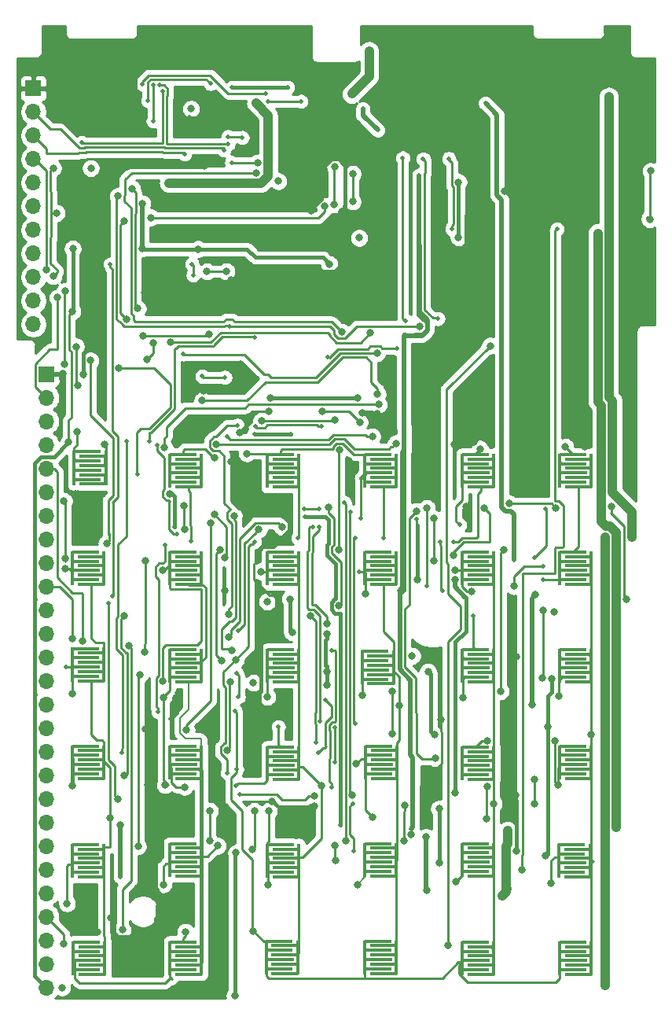
<source format=gbr>
G04 #@! TF.GenerationSoftware,KiCad,Pcbnew,5.1.5+dfsg1-2build2*
G04 #@! TF.CreationDate,2021-12-28T07:58:18+00:00*
G04 #@! TF.ProjectId,psion-org2-main,7073696f-6e2d-46f7-9267-322d6d61696e,rev?*
G04 #@! TF.SameCoordinates,Original*
G04 #@! TF.FileFunction,Copper,L1,Top*
G04 #@! TF.FilePolarity,Positive*
%FSLAX46Y46*%
G04 Gerber Fmt 4.6, Leading zero omitted, Abs format (unit mm)*
G04 Created by KiCad (PCBNEW 5.1.5+dfsg1-2build2) date 2021-12-28 07:58:18*
%MOMM*%
%LPD*%
G04 APERTURE LIST*
%ADD10O,1.700000X1.700000*%
%ADD11R,1.700000X1.700000*%
%ADD12R,3.000000X0.300000*%
%ADD13R,0.300000X3.000000*%
%ADD14C,0.800000*%
%ADD15C,0.500000*%
%ADD16C,0.250000*%
%ADD17C,0.400000*%
%ADD18C,0.500000*%
%ADD19C,1.000000*%
%ADD20C,0.200000*%
%ADD21C,0.254000*%
G04 APERTURE END LIST*
D10*
X142100000Y-159900000D03*
X142100000Y-157360000D03*
X142100000Y-154820000D03*
X142100000Y-152280000D03*
X142100000Y-149740000D03*
X142100000Y-147200000D03*
X142100000Y-144660000D03*
X142100000Y-142120000D03*
X142100000Y-139580000D03*
X142100000Y-137040000D03*
X142100000Y-134500000D03*
X142100000Y-131960000D03*
X142100000Y-129420000D03*
X142100000Y-126880000D03*
X142100000Y-124340000D03*
X142100000Y-121800000D03*
X142100000Y-119260000D03*
X142100000Y-116720000D03*
X142100000Y-114180000D03*
X142100000Y-111640000D03*
X142100000Y-109100000D03*
X142100000Y-106560000D03*
X142100000Y-104020000D03*
X142100000Y-101480000D03*
X142100000Y-98940000D03*
X142100000Y-96400000D03*
D11*
X142100000Y-93860000D03*
D10*
X140700000Y-88500000D03*
X140700000Y-85960000D03*
X140700000Y-83420000D03*
X140700000Y-80880000D03*
X140700000Y-78340000D03*
X140700000Y-75800000D03*
X140700000Y-73260000D03*
X140700000Y-70720000D03*
X140700000Y-68180000D03*
X140700000Y-65640000D03*
D11*
X140700000Y-63100000D03*
D12*
X198800000Y-102500000D03*
X199400000Y-103000000D03*
X198800000Y-103500000D03*
X199400000Y-104000000D03*
X198900000Y-104500000D03*
X199400000Y-105000000D03*
X199400000Y-106000000D03*
X198800000Y-105500000D03*
D13*
X200800000Y-104650000D03*
X200800000Y-103850000D03*
X197400000Y-104650000D03*
X197400000Y-103850000D03*
D12*
X198800000Y-155000000D03*
X199400000Y-155500000D03*
X198800000Y-156000000D03*
X199400000Y-156500000D03*
X198900000Y-157000000D03*
X199400000Y-157500000D03*
X199400000Y-158500000D03*
X198800000Y-158000000D03*
D13*
X200800000Y-157150000D03*
X200800000Y-156350000D03*
X197400000Y-157150000D03*
X197400000Y-156350000D03*
D12*
X198700000Y-144500000D03*
X199300000Y-145000000D03*
X198700000Y-145500000D03*
X199300000Y-146000000D03*
X198800000Y-146500000D03*
X199300000Y-147000000D03*
X199300000Y-148000000D03*
X198700000Y-147500000D03*
D13*
X200700000Y-146650000D03*
X200700000Y-145850000D03*
X197300000Y-146650000D03*
X197300000Y-145850000D03*
D12*
X198800000Y-133900000D03*
X199400000Y-134400000D03*
X198800000Y-134900000D03*
X199400000Y-135400000D03*
X198900000Y-135900000D03*
X199400000Y-136400000D03*
X199400000Y-137400000D03*
X198800000Y-136900000D03*
D13*
X200800000Y-136050000D03*
X200800000Y-135250000D03*
X197400000Y-136050000D03*
X197400000Y-135250000D03*
D12*
X198800000Y-123500000D03*
X199400000Y-124000000D03*
X198800000Y-124500000D03*
X199400000Y-125000000D03*
X198900000Y-125500000D03*
X199400000Y-126000000D03*
X199400000Y-127000000D03*
X198800000Y-126500000D03*
D13*
X200800000Y-125650000D03*
X200800000Y-124850000D03*
X197400000Y-125650000D03*
X197400000Y-124850000D03*
D12*
X198800000Y-113000000D03*
X199400000Y-113500000D03*
X198800000Y-114000000D03*
X199400000Y-114500000D03*
X198900000Y-115000000D03*
X199400000Y-115500000D03*
X199400000Y-116500000D03*
X198800000Y-116000000D03*
D13*
X200800000Y-115150000D03*
X200800000Y-114350000D03*
X197400000Y-115150000D03*
X197400000Y-114350000D03*
D12*
X188300000Y-155000000D03*
X188900000Y-155500000D03*
X188300000Y-156000000D03*
X188900000Y-156500000D03*
X188400000Y-157000000D03*
X188900000Y-157500000D03*
X188900000Y-158500000D03*
X188300000Y-158000000D03*
D13*
X190300000Y-157150000D03*
X190300000Y-156350000D03*
X186900000Y-157150000D03*
X186900000Y-156350000D03*
D12*
X188300000Y-144400000D03*
X188900000Y-144900000D03*
X188300000Y-145400000D03*
X188900000Y-145900000D03*
X188400000Y-146400000D03*
X188900000Y-146900000D03*
X188900000Y-147900000D03*
X188300000Y-147400000D03*
D13*
X190300000Y-146550000D03*
X190300000Y-145750000D03*
X186900000Y-146550000D03*
X186900000Y-145750000D03*
D12*
X188300000Y-134000000D03*
X188900000Y-134500000D03*
X188300000Y-135000000D03*
X188900000Y-135500000D03*
X188400000Y-136000000D03*
X188900000Y-136500000D03*
X188900000Y-137500000D03*
X188300000Y-137000000D03*
D13*
X190300000Y-136150000D03*
X190300000Y-135350000D03*
X186900000Y-136150000D03*
X186900000Y-135350000D03*
D12*
X188300000Y-123500000D03*
X188900000Y-124000000D03*
X188300000Y-124500000D03*
X188900000Y-125000000D03*
X188400000Y-125500000D03*
X188900000Y-126000000D03*
X188900000Y-127000000D03*
X188300000Y-126500000D03*
D13*
X190300000Y-125650000D03*
X190300000Y-124850000D03*
X186900000Y-125650000D03*
X186900000Y-124850000D03*
D12*
X188300000Y-113000000D03*
X188900000Y-113500000D03*
X188300000Y-114000000D03*
X188900000Y-114500000D03*
X188400000Y-115000000D03*
X188900000Y-115500000D03*
X188900000Y-116500000D03*
X188300000Y-116000000D03*
D13*
X190300000Y-115150000D03*
X190300000Y-114350000D03*
X186900000Y-115150000D03*
X186900000Y-114350000D03*
D12*
X188300000Y-102500000D03*
X188900000Y-103000000D03*
X188300000Y-103500000D03*
X188900000Y-104000000D03*
X188400000Y-104500000D03*
X188900000Y-105000000D03*
X188900000Y-106000000D03*
X188300000Y-105500000D03*
D13*
X190300000Y-104650000D03*
X190300000Y-103850000D03*
X186900000Y-104650000D03*
X186900000Y-103850000D03*
D12*
X177800000Y-154900000D03*
X178400000Y-155400000D03*
X177800000Y-155900000D03*
X178400000Y-156400000D03*
X177900000Y-156900000D03*
X178400000Y-157400000D03*
X178400000Y-158400000D03*
X177800000Y-157900000D03*
D13*
X179800000Y-157050000D03*
X179800000Y-156250000D03*
X176400000Y-157050000D03*
X176400000Y-156250000D03*
D12*
X177800000Y-144400000D03*
X178400000Y-144900000D03*
X177800000Y-145400000D03*
X178400000Y-145900000D03*
X177900000Y-146400000D03*
X178400000Y-146900000D03*
X178400000Y-147900000D03*
X177800000Y-147400000D03*
D13*
X179800000Y-146550000D03*
X179800000Y-145750000D03*
X176400000Y-146550000D03*
X176400000Y-145750000D03*
D12*
X177900000Y-133900000D03*
X178500000Y-134400000D03*
X177900000Y-134900000D03*
X178500000Y-135400000D03*
X178000000Y-135900000D03*
X178500000Y-136400000D03*
X178500000Y-137400000D03*
X177900000Y-136900000D03*
D13*
X179900000Y-136050000D03*
X179900000Y-135250000D03*
X176500000Y-136050000D03*
X176500000Y-135250000D03*
D12*
X177500000Y-123700000D03*
X178100000Y-124200000D03*
X177500000Y-124700000D03*
X178100000Y-125200000D03*
X177600000Y-125700000D03*
X178100000Y-126200000D03*
X178100000Y-127200000D03*
X177500000Y-126700000D03*
D13*
X179500000Y-125850000D03*
X179500000Y-125050000D03*
X176100000Y-125850000D03*
X176100000Y-125050000D03*
D12*
X177800000Y-113000000D03*
X178400000Y-113500000D03*
X177800000Y-114000000D03*
X178400000Y-114500000D03*
X177900000Y-115000000D03*
X178400000Y-115500000D03*
X178400000Y-116500000D03*
X177800000Y-116000000D03*
D13*
X179800000Y-115150000D03*
X179800000Y-114350000D03*
X176400000Y-115150000D03*
X176400000Y-114350000D03*
D12*
X177800000Y-102500000D03*
X178400000Y-103000000D03*
X177800000Y-103500000D03*
X178400000Y-104000000D03*
X177900000Y-104500000D03*
X178400000Y-105000000D03*
X178400000Y-106000000D03*
X177800000Y-105500000D03*
D13*
X179800000Y-104650000D03*
X179800000Y-103850000D03*
X176400000Y-104650000D03*
X176400000Y-103850000D03*
D12*
X167200000Y-154900000D03*
X167800000Y-155400000D03*
X167200000Y-155900000D03*
X167800000Y-156400000D03*
X167300000Y-156900000D03*
X167800000Y-157400000D03*
X167800000Y-158400000D03*
X167200000Y-157900000D03*
D13*
X169200000Y-157050000D03*
X169200000Y-156250000D03*
X165800000Y-157050000D03*
X165800000Y-156250000D03*
D12*
X167300000Y-144500000D03*
X167900000Y-145000000D03*
X167300000Y-145500000D03*
X167900000Y-146000000D03*
X167400000Y-146500000D03*
X167900000Y-147000000D03*
X167900000Y-148000000D03*
X167300000Y-147500000D03*
D13*
X169300000Y-146650000D03*
X169300000Y-145850000D03*
X165900000Y-146650000D03*
X165900000Y-145850000D03*
D12*
X167300000Y-134000000D03*
X167900000Y-134500000D03*
X167300000Y-135000000D03*
X167900000Y-135500000D03*
X167400000Y-136000000D03*
X167900000Y-136500000D03*
X167900000Y-137500000D03*
X167300000Y-137000000D03*
D13*
X169300000Y-136150000D03*
X169300000Y-135350000D03*
X165900000Y-136150000D03*
X165900000Y-135350000D03*
D12*
X167300000Y-123500000D03*
X167900000Y-124000000D03*
X167300000Y-124500000D03*
X167900000Y-125000000D03*
X167400000Y-125500000D03*
X167900000Y-126000000D03*
X167900000Y-127000000D03*
X167300000Y-126500000D03*
D13*
X169300000Y-125650000D03*
X169300000Y-124850000D03*
X165900000Y-125650000D03*
X165900000Y-124850000D03*
D12*
X167300000Y-113000000D03*
X167900000Y-113500000D03*
X167300000Y-114000000D03*
X167900000Y-114500000D03*
X167400000Y-115000000D03*
X167900000Y-115500000D03*
X167900000Y-116500000D03*
X167300000Y-116000000D03*
D13*
X169300000Y-115150000D03*
X169300000Y-114350000D03*
X165900000Y-115150000D03*
X165900000Y-114350000D03*
D12*
X167300000Y-102500000D03*
X167900000Y-103000000D03*
X167300000Y-103500000D03*
X167900000Y-104000000D03*
X167400000Y-104500000D03*
X167900000Y-105000000D03*
X167900000Y-106000000D03*
X167300000Y-105500000D03*
D13*
X169300000Y-104650000D03*
X169300000Y-103850000D03*
X165900000Y-104650000D03*
X165900000Y-103850000D03*
D12*
X156800000Y-155000000D03*
X157400000Y-155500000D03*
X156800000Y-156000000D03*
X157400000Y-156500000D03*
X156900000Y-157000000D03*
X157400000Y-157500000D03*
X157400000Y-158500000D03*
X156800000Y-158000000D03*
D13*
X158800000Y-157150000D03*
X158800000Y-156350000D03*
X155400000Y-157150000D03*
X155400000Y-156350000D03*
D12*
X156800000Y-144400000D03*
X157400000Y-144900000D03*
X156800000Y-145400000D03*
X157400000Y-145900000D03*
X156900000Y-146400000D03*
X157400000Y-146900000D03*
X157400000Y-147900000D03*
X156800000Y-147400000D03*
D13*
X158800000Y-146550000D03*
X158800000Y-145750000D03*
X155400000Y-146550000D03*
X155400000Y-145750000D03*
D12*
X156800000Y-133900000D03*
X157400000Y-134400000D03*
X156800000Y-134900000D03*
X157400000Y-135400000D03*
X156900000Y-135900000D03*
X157400000Y-136400000D03*
X157400000Y-137400000D03*
X156800000Y-136900000D03*
D13*
X158800000Y-136050000D03*
X158800000Y-135250000D03*
X155400000Y-136050000D03*
X155400000Y-135250000D03*
D12*
X156800000Y-123500000D03*
X157400000Y-124000000D03*
X156800000Y-124500000D03*
X157400000Y-125000000D03*
X156900000Y-125500000D03*
X157400000Y-126000000D03*
X157400000Y-127000000D03*
X156800000Y-126500000D03*
D13*
X158800000Y-125650000D03*
X158800000Y-124850000D03*
X155400000Y-125650000D03*
X155400000Y-124850000D03*
D12*
X156800000Y-113000000D03*
X157400000Y-113500000D03*
X156800000Y-114000000D03*
X157400000Y-114500000D03*
X156900000Y-115000000D03*
X157400000Y-115500000D03*
X157400000Y-116500000D03*
X156800000Y-116000000D03*
D13*
X158800000Y-115150000D03*
X158800000Y-114350000D03*
X155400000Y-115150000D03*
X155400000Y-114350000D03*
D12*
X156800000Y-102500000D03*
X157400000Y-103000000D03*
X156800000Y-103500000D03*
X157400000Y-104000000D03*
X156900000Y-104500000D03*
X157400000Y-105000000D03*
X157400000Y-106000000D03*
X156800000Y-105500000D03*
D13*
X158800000Y-104650000D03*
X158800000Y-103850000D03*
X155400000Y-104650000D03*
X155400000Y-103850000D03*
D12*
X146400000Y-155000000D03*
X147000000Y-155500000D03*
X146400000Y-156000000D03*
X147000000Y-156500000D03*
X146500000Y-157000000D03*
X147000000Y-157500000D03*
X147000000Y-158500000D03*
X146400000Y-158000000D03*
D13*
X148400000Y-157150000D03*
X148400000Y-156350000D03*
X145000000Y-157150000D03*
X145000000Y-156350000D03*
D12*
X146300000Y-144500000D03*
X146900000Y-145000000D03*
X146300000Y-145500000D03*
X146900000Y-146000000D03*
X146400000Y-146500000D03*
X146900000Y-147000000D03*
X146900000Y-148000000D03*
X146300000Y-147500000D03*
D13*
X148300000Y-146650000D03*
X148300000Y-145850000D03*
X144900000Y-146650000D03*
X144900000Y-145850000D03*
D12*
X146300000Y-133900000D03*
X146900000Y-134400000D03*
X146300000Y-134900000D03*
X146900000Y-135400000D03*
X146400000Y-135900000D03*
X146900000Y-136400000D03*
X146900000Y-137400000D03*
X146300000Y-136900000D03*
D13*
X148300000Y-136050000D03*
X148300000Y-135250000D03*
X144900000Y-136050000D03*
X144900000Y-135250000D03*
D12*
X146300000Y-123400000D03*
X146900000Y-123900000D03*
X146300000Y-124400000D03*
X146900000Y-124900000D03*
X146400000Y-125400000D03*
X146900000Y-125900000D03*
X146900000Y-126900000D03*
X146300000Y-126400000D03*
D13*
X148300000Y-125550000D03*
X148300000Y-124750000D03*
X144900000Y-125550000D03*
X144900000Y-124750000D03*
D12*
X146300000Y-113000000D03*
X146900000Y-113500000D03*
X146300000Y-114000000D03*
X146900000Y-114500000D03*
X146400000Y-115000000D03*
X146900000Y-115500000D03*
X146900000Y-116500000D03*
X146300000Y-116000000D03*
D13*
X148300000Y-115150000D03*
X148300000Y-114350000D03*
X144900000Y-115150000D03*
X144900000Y-114350000D03*
D12*
X146500000Y-102200000D03*
X147100000Y-102700000D03*
X146500000Y-103200000D03*
X147100000Y-103700000D03*
X146600000Y-104200000D03*
X147100000Y-104700000D03*
X147100000Y-105700000D03*
X146500000Y-105200000D03*
D13*
X148500000Y-104350000D03*
X148500000Y-103550000D03*
X145100000Y-104350000D03*
X145100000Y-103550000D03*
D14*
X166368597Y-139831403D03*
X171000000Y-140400000D03*
X143900000Y-93800000D03*
X145200000Y-106800000D03*
X159000000Y-95700000D03*
X162000000Y-83700000D03*
X177800000Y-82000000D03*
X187300000Y-83500000D03*
X200100000Y-101700000D03*
X187300000Y-108100000D03*
X162000000Y-103300000D03*
X174700000Y-103200000D03*
X200100000Y-83500000D03*
X150800000Y-71500000D03*
X160600000Y-76000000D03*
X161300000Y-117200000D03*
X165900000Y-122200000D03*
X152800000Y-132100000D03*
X183900000Y-136700000D03*
X192700000Y-145200000D03*
X167700000Y-75200000D03*
X170600000Y-76300000D03*
X173900000Y-76400000D03*
X176000000Y-76500000D03*
X178400000Y-76400000D03*
X149025000Y-152400000D03*
X147575000Y-153900000D03*
X192700000Y-124300000D03*
X150800000Y-60800000D03*
X189500000Y-74600000D03*
X146850000Y-90900000D03*
X167300000Y-108800000D03*
X146100000Y-93925000D03*
X164100000Y-94600000D03*
X164100000Y-98450000D03*
X162900000Y-100190329D03*
X151650000Y-67600000D03*
X145850000Y-66900000D03*
X159100000Y-71475000D03*
X187300000Y-80350000D03*
X192650000Y-139150000D03*
X184600000Y-131100000D03*
X192400000Y-131150000D03*
X153050000Y-138100000D03*
X188149208Y-101140742D03*
X186050000Y-101450000D03*
X176100000Y-98000000D03*
X177725000Y-98127019D03*
X166025000Y-97900000D03*
X175650000Y-96419127D03*
X166200000Y-96400000D03*
X163050000Y-92750000D03*
X166900000Y-117650000D03*
X146650000Y-85100000D03*
X152650000Y-85100000D03*
X194700000Y-73000000D03*
X195400000Y-83559998D03*
X146100000Y-60800000D03*
X165100000Y-130300000D03*
X143800000Y-159900000D03*
X164500000Y-140900000D03*
X180700000Y-140300000D03*
X196800000Y-119500000D03*
X144500000Y-101200000D03*
X144900000Y-87100000D03*
X164400000Y-127100000D03*
X183900000Y-132700000D03*
X175800000Y-79200000D03*
X186500000Y-73200000D03*
X165900000Y-118344990D03*
X158450000Y-80400000D03*
X172600000Y-82037500D03*
X186500000Y-79150000D03*
X196100000Y-131862828D03*
X196550000Y-126650000D03*
X195900000Y-145700000D03*
X184400000Y-146475000D03*
X184400000Y-140650000D03*
X180625000Y-144125000D03*
X164275000Y-145025020D03*
X162400000Y-160800000D03*
X162550000Y-145400000D03*
X168350000Y-118075000D03*
X168575000Y-121650000D03*
X172325000Y-121800000D03*
X172350000Y-127325000D03*
X183211584Y-125875000D03*
X172325000Y-125875000D03*
X152400011Y-80350000D03*
X144950000Y-80350000D03*
X152449999Y-75500000D03*
X157700000Y-65300001D03*
X202300000Y-159700000D03*
X202300000Y-111400000D03*
X145410431Y-100093886D03*
X207200000Y-72000000D03*
X207100000Y-77200000D03*
X145300000Y-90900000D03*
X145525000Y-95100000D03*
X157200000Y-132200000D03*
X159799999Y-109875000D03*
X155400000Y-106750002D03*
X142100000Y-82600000D03*
X173100000Y-75600000D03*
X173200000Y-71500000D03*
X164900000Y-71100000D03*
X161499999Y-82800000D03*
X159410000Y-82810000D03*
X146900000Y-71700000D03*
X142868223Y-83325000D03*
X142825000Y-71700000D03*
X172100000Y-75800000D03*
X153400000Y-77000000D03*
X143200000Y-76515000D03*
X157100000Y-153900000D03*
X164350000Y-153850000D03*
X144900000Y-138200000D03*
X177215684Y-141550000D03*
X189575000Y-138250002D03*
X197200000Y-138100000D03*
X175500010Y-135769735D03*
X157000000Y-138300000D03*
X189500000Y-141700000D03*
X189575000Y-133312828D03*
X196900000Y-133312828D03*
X154900000Y-138100000D03*
X144900000Y-128300000D03*
X154700000Y-128650000D03*
X176100000Y-128400000D03*
X187000000Y-128725000D03*
X197300000Y-128500000D03*
X165900000Y-128600000D03*
X144100000Y-114800000D03*
X165200000Y-115100000D03*
X186100000Y-115000000D03*
X154649998Y-126950000D03*
X154596025Y-114973554D03*
X192500000Y-116700000D03*
X187900000Y-117250002D03*
X176500000Y-117500000D03*
X161600000Y-134350000D03*
X161900000Y-127000000D03*
X185400000Y-155400000D03*
X189900000Y-90800000D03*
X149000000Y-141600000D03*
X173192005Y-144575010D03*
X160559857Y-144635540D03*
X173300000Y-146200000D03*
X186125000Y-138900000D03*
X188800000Y-101900000D03*
X198000000Y-101700000D03*
X160207275Y-102850001D03*
X163700000Y-102400000D03*
X186099999Y-116000000D03*
X182050000Y-116000000D03*
X171725001Y-138175001D03*
X180125001Y-129524999D03*
X194700000Y-137525002D03*
X194700000Y-140100000D03*
X190300000Y-140100000D03*
X200800000Y-132700000D03*
X179400000Y-132600000D03*
X179400000Y-128000000D03*
X191025000Y-128000000D03*
X191400000Y-112800000D03*
X173600000Y-112800000D03*
X173700000Y-102025000D03*
X175100000Y-75300000D03*
X175100000Y-72300000D03*
X164700001Y-72200000D03*
X173900000Y-89300000D03*
X166000000Y-148800000D03*
X186200000Y-148500000D03*
X196500000Y-148700000D03*
X144328961Y-150848492D03*
X154700000Y-148800000D03*
X175600000Y-148800000D03*
X166050843Y-140900011D03*
X162500000Y-124600000D03*
X181500000Y-124200000D03*
X165300000Y-98900000D03*
X173175000Y-98800000D03*
X174400000Y-144125000D03*
X159700000Y-144125000D03*
X159700000Y-140900010D03*
X171800000Y-97900000D03*
X175050000Y-139200000D03*
X171000000Y-139259804D03*
X175850000Y-99050000D03*
X182300000Y-88700000D03*
X149800000Y-74700000D03*
X161775000Y-119700000D03*
X170525000Y-119900000D03*
X150500000Y-77400000D03*
X150756479Y-87931174D03*
X152531595Y-89706289D03*
X159600000Y-89600000D03*
X162300000Y-109100000D03*
X162100000Y-123604990D03*
X155500000Y-90431289D03*
X177000000Y-89425000D03*
X182000000Y-108600000D03*
X184000000Y-135200000D03*
X156900000Y-108000000D03*
X157000000Y-110600000D03*
X165000000Y-110600000D03*
X149900000Y-93200000D03*
X144041421Y-92810048D03*
X144100000Y-84900000D03*
X151975000Y-144700000D03*
X152200000Y-126200000D03*
X177200000Y-100575000D03*
X179800000Y-101300000D03*
X160400000Y-101400000D03*
X191200000Y-150000000D03*
X191800000Y-143000000D03*
X201500000Y-78700000D03*
X203500000Y-142700000D03*
X183000000Y-143700000D03*
X183100000Y-149425000D03*
X151325000Y-73900000D03*
X151950001Y-86813091D03*
X153600000Y-90500000D03*
X152900000Y-92300000D03*
X146850000Y-92400000D03*
X148599990Y-112100000D03*
X160800000Y-112800000D03*
X161000000Y-124700000D03*
X150300000Y-153700000D03*
X144000000Y-155200000D03*
X151016282Y-123100000D03*
X167100000Y-73100000D03*
X150100000Y-142400000D03*
X194800000Y-117600000D03*
X194400000Y-129450000D03*
X193300000Y-147200000D03*
X191500000Y-74200000D03*
D15*
X188900000Y-61800000D03*
X157500000Y-66200000D03*
X160000000Y-66000000D03*
X159800000Y-148100000D03*
X159800000Y-150600000D03*
X155200000Y-150700000D03*
X156200000Y-128200000D03*
X155500000Y-131000000D03*
X166500000Y-83300000D03*
X170700000Y-82800000D03*
X154045239Y-101484383D03*
X156200000Y-111100000D03*
X205200000Y-111400000D03*
X202700000Y-64000000D03*
D14*
X176900000Y-59074990D03*
X175000000Y-63700000D03*
D15*
X155900000Y-110300000D03*
X180500000Y-70600000D03*
X180800000Y-88100000D03*
X179900001Y-91100000D03*
X172424980Y-92043413D03*
X171749991Y-99475000D03*
X164609620Y-99490380D03*
X162050001Y-71100000D03*
X154296575Y-62769180D03*
X161699999Y-69100000D03*
X154600000Y-63400000D03*
X145900340Y-68950001D03*
X157700000Y-111800000D03*
X162600000Y-136400000D03*
X162459662Y-130149999D03*
X154125000Y-130200001D03*
X154900000Y-112225000D03*
X173149990Y-135600000D03*
X173149990Y-131900000D03*
X167100000Y-131825000D03*
X178400000Y-111475000D03*
X175350010Y-111475000D03*
X175350010Y-131500000D03*
X162544359Y-138138617D03*
X150224990Y-134600000D03*
X150700000Y-101100000D03*
X153200000Y-101100000D03*
X164500000Y-89948002D03*
X186000000Y-111900000D03*
X184500000Y-111900000D03*
X184799999Y-117192662D03*
X188093413Y-119893413D03*
X144200000Y-125400000D03*
X162600000Y-126100000D03*
X162800000Y-128600000D03*
X195600000Y-116000000D03*
X195575000Y-114575000D03*
X175800020Y-115100000D03*
X186600000Y-110100000D03*
X182000000Y-109450003D03*
X176000000Y-109400000D03*
X172190974Y-128984026D03*
X171400000Y-134600000D03*
X169200000Y-111475000D03*
X164506586Y-111906586D03*
X161600000Y-136800000D03*
X174200000Y-107700000D03*
X174900000Y-108700000D03*
X162900000Y-139100000D03*
X170800000Y-110325000D03*
X171594315Y-131197629D03*
X161851998Y-88700000D03*
X162667498Y-99372745D03*
X171129723Y-133498162D03*
X172800000Y-138300000D03*
X172849989Y-123600000D03*
X151911060Y-104603517D03*
X162756596Y-121456596D03*
X161349999Y-94200000D03*
X158900000Y-94100000D03*
X157900000Y-83200000D03*
X157800000Y-82000000D03*
X156999785Y-70185369D03*
X161591251Y-100608749D03*
X161225002Y-69764081D03*
X173750000Y-142400000D03*
X168100000Y-63000000D03*
X164500000Y-100300000D03*
X170000000Y-109200000D03*
X162100000Y-63000000D03*
X168400000Y-100300000D03*
X150100000Y-148000000D03*
X182700000Y-70700000D03*
X184300000Y-87900000D03*
X197100000Y-78249999D03*
X185800000Y-78249999D03*
X185455678Y-70655678D03*
D14*
X167500000Y-110300000D03*
X161725000Y-122154990D03*
X172325000Y-120700000D03*
D15*
X169875000Y-108400000D03*
X171509999Y-108400000D03*
X171500003Y-110325000D03*
D14*
X172500000Y-108200000D03*
X173600000Y-118800000D03*
X183100000Y-108300000D03*
D15*
X183100000Y-116650000D03*
D14*
X183849999Y-109424990D03*
X183849999Y-113975010D03*
X189300000Y-108300000D03*
X160215760Y-108965524D03*
X161324990Y-113651110D03*
X186000000Y-113399999D03*
X203000000Y-108100000D03*
X204600010Y-118100000D03*
X195600000Y-119300000D03*
X195500000Y-126600000D03*
X152716283Y-123756113D03*
X152799998Y-113975010D03*
X144100000Y-113700000D03*
X144000001Y-107525001D03*
X196990465Y-108250009D03*
X192000000Y-107800000D03*
X146000000Y-122600000D03*
D15*
X194700000Y-113600000D03*
X195900000Y-108400000D03*
D14*
X177909191Y-97144127D03*
X154834472Y-101800000D03*
X177787347Y-96012653D03*
X158900000Y-96700000D03*
X177725000Y-91600000D03*
X143300000Y-85625000D03*
D15*
X156850000Y-91700000D03*
X192500000Y-113900000D03*
X189400000Y-64700000D03*
X153600000Y-62700000D03*
X153600000Y-66600000D03*
X165700000Y-63650000D03*
X152450000Y-62644000D03*
X153025000Y-64400000D03*
X159800000Y-62600000D03*
D14*
X149800000Y-139600000D03*
D15*
X148800000Y-118494990D03*
D14*
X150525000Y-119900000D03*
X150525000Y-137100000D03*
X181400000Y-143400000D03*
D15*
X182250000Y-72450000D03*
D14*
X164700000Y-64700000D03*
X155300000Y-73300000D03*
D15*
X161699999Y-68300000D03*
X163200000Y-68400000D03*
X166000000Y-64500000D03*
X169500000Y-64500000D03*
X176200000Y-65300000D03*
X177800000Y-67600000D03*
X175082103Y-140115788D03*
X175206587Y-145206587D03*
D14*
X144877680Y-122347626D03*
D15*
X149000000Y-82025000D03*
X149200000Y-117800000D03*
D14*
X148400000Y-101400000D03*
D16*
X166937194Y-140400000D02*
X171000000Y-140400000D01*
X166368597Y-139831403D02*
X166937194Y-140400000D01*
X143840000Y-93860000D02*
X143900000Y-93800000D01*
X142100000Y-93860000D02*
X143840000Y-93860000D01*
D17*
X146049999Y-92784001D02*
X146049999Y-91600001D01*
X146100000Y-92834002D02*
X146049999Y-92784001D01*
X146100000Y-93925000D02*
X146100000Y-92834002D01*
X164100000Y-98990329D02*
X162900000Y-100190329D01*
X164100000Y-98450000D02*
X164100000Y-98990329D01*
X151650000Y-61650000D02*
X150800000Y-60800000D01*
X151650000Y-67600000D02*
X151650000Y-61650000D01*
X150950000Y-66900000D02*
X145850000Y-66900000D01*
X151650000Y-67600000D02*
X150950000Y-66900000D01*
X166900000Y-76000000D02*
X167700000Y-75200000D01*
X160600000Y-76000000D02*
X166900000Y-76000000D01*
X159075000Y-71500000D02*
X159100000Y-71475000D01*
X150800000Y-71500000D02*
X159075000Y-71500000D01*
X188300000Y-73400000D02*
X189500000Y-74600000D01*
X188300000Y-69025000D02*
X188300000Y-73400000D01*
X169500000Y-75200000D02*
X170600000Y-76300000D01*
X167700000Y-75200000D02*
X169500000Y-75200000D01*
X174299999Y-71415997D02*
X174299999Y-76000001D01*
X173584001Y-70699999D02*
X174299999Y-71415997D01*
X174299999Y-76000001D02*
X173900000Y-76400000D01*
X172815999Y-70699999D02*
X173584001Y-70699999D01*
X171715999Y-71799999D02*
X172815999Y-70699999D01*
X171715999Y-74999999D02*
X171715999Y-71799999D01*
X170600000Y-76115998D02*
X171715999Y-74999999D01*
X170600000Y-76300000D02*
X170600000Y-76115998D01*
X175900000Y-76400000D02*
X176000000Y-76500000D01*
X173900000Y-76400000D02*
X175900000Y-76400000D01*
X178300000Y-76500000D02*
X178400000Y-76400000D01*
X176000000Y-76500000D02*
X178300000Y-76500000D01*
X187300000Y-83500000D02*
X187300000Y-80350000D01*
X174015998Y-82000000D02*
X177234315Y-82000000D01*
X177234315Y-82000000D02*
X177800000Y-82000000D01*
X187300000Y-76800000D02*
X187300000Y-80350000D01*
X189500000Y-74600000D02*
X187300000Y-76800000D01*
X192700000Y-144634315D02*
X192700000Y-145200000D01*
X192700000Y-139765685D02*
X192700000Y-144634315D01*
X192650000Y-139715685D02*
X192700000Y-139765685D01*
X192650000Y-139150000D02*
X192650000Y-139715685D01*
D16*
X184299999Y-136200001D02*
X183900000Y-136600000D01*
X184725001Y-132451999D02*
X184725001Y-135774999D01*
X184600000Y-132326998D02*
X184725001Y-132451999D01*
X184725001Y-135774999D02*
X184299999Y-136200001D01*
X184600000Y-131100000D02*
X184600000Y-132326998D01*
D17*
X192400000Y-124600000D02*
X192700000Y-124300000D01*
X192400000Y-131150000D02*
X192400000Y-124600000D01*
X154038638Y-149322640D02*
X153900000Y-149184002D01*
X153900000Y-152484315D02*
X154038638Y-152345677D01*
X153900000Y-153050000D02*
X153900000Y-152484315D01*
X153900000Y-138950000D02*
X153050000Y-138100000D01*
X153900000Y-149184002D02*
X153900000Y-138950000D01*
X186359258Y-101140742D02*
X186050000Y-101450000D01*
X188149208Y-101140742D02*
X186359258Y-101140742D01*
X177597981Y-98000000D02*
X177725000Y-98127019D01*
X176100000Y-98000000D02*
X177597981Y-98000000D01*
D16*
X164650000Y-97900000D02*
X164100000Y-98450000D01*
X166025000Y-97900000D02*
X164650000Y-97900000D01*
X166900001Y-108400001D02*
X162850001Y-108400001D01*
X167300000Y-108800000D02*
X166900001Y-108400001D01*
X162000000Y-107550000D02*
X162000000Y-103300000D01*
X162850001Y-108400001D02*
X162000000Y-107550000D01*
D17*
X166219127Y-96419127D02*
X166200000Y-96400000D01*
X175650000Y-96419127D02*
X166219127Y-96419127D01*
X163000000Y-95700000D02*
X164100000Y-94600000D01*
X159000000Y-95700000D02*
X163000000Y-95700000D01*
X146149999Y-91600001D02*
X146049999Y-91600001D01*
X146850000Y-90900000D02*
X146149999Y-91600001D01*
X164100000Y-93800000D02*
X164100000Y-94600000D01*
X163050000Y-92750000D02*
X164100000Y-93800000D01*
X166465685Y-122200000D02*
X165900000Y-122200000D01*
X166900000Y-121765685D02*
X166465685Y-122200000D01*
X166900000Y-117650000D02*
X166900000Y-121765685D01*
X165200001Y-122899999D02*
X165200001Y-127999999D01*
X165900000Y-122200000D02*
X165200001Y-122899999D01*
X165429999Y-112449999D02*
X165050000Y-112829998D01*
X166534003Y-112449999D02*
X165429999Y-112449999D01*
X168300001Y-110684001D02*
X166534003Y-112449999D01*
X168300001Y-109800001D02*
X168300001Y-110684001D01*
X167300000Y-108800000D02*
X168300001Y-109800001D01*
X165050000Y-112829998D02*
X165050000Y-113750000D01*
D16*
X166334315Y-117650000D02*
X166900000Y-117650000D01*
X166164998Y-117650000D02*
X166334315Y-117650000D01*
X164474999Y-115960001D02*
X166164998Y-117650000D01*
X164474999Y-114325001D02*
X164474999Y-115960001D01*
X165050000Y-113750000D02*
X164474999Y-114325001D01*
D17*
X146850000Y-85300000D02*
X146650000Y-85100000D01*
X146850000Y-90900000D02*
X146850000Y-85300000D01*
X160600000Y-85100000D02*
X162000000Y-83700000D01*
X152650000Y-85100000D02*
X160600000Y-85100000D01*
X162000000Y-83700000D02*
X162399999Y-84099999D01*
X195400000Y-73700000D02*
X195400000Y-83559998D01*
X194700000Y-73000000D02*
X195400000Y-73700000D01*
D18*
X150800000Y-60800000D02*
X146100000Y-60800000D01*
X149891999Y-154550001D02*
X153349999Y-154550001D01*
X149424999Y-154083001D02*
X149891999Y-154550001D01*
X149424999Y-152799999D02*
X149424999Y-154083001D01*
X149025000Y-152400000D02*
X149424999Y-152799999D01*
X153900000Y-154000000D02*
X153900000Y-153050000D01*
X153349999Y-154550001D02*
X153900000Y-154000000D01*
X165049999Y-130249999D02*
X165100000Y-130300000D01*
X165049999Y-128150001D02*
X165049999Y-130249999D01*
X165200001Y-127999999D02*
X165049999Y-128150001D01*
D16*
X144574999Y-87425001D02*
X144900000Y-87100000D01*
X144574999Y-91248001D02*
X144574999Y-87425001D01*
X144800000Y-91473002D02*
X144574999Y-91248001D01*
X144800000Y-98526998D02*
X144800000Y-91473002D01*
X144500000Y-98826998D02*
X144800000Y-98526998D01*
X144500000Y-101200000D02*
X144500000Y-98826998D01*
D17*
X163734003Y-80400000D02*
X164650002Y-81315999D01*
X158450000Y-80400000D02*
X163734003Y-80400000D01*
X171878499Y-81315999D02*
X172600000Y-82037500D01*
X164650002Y-81315999D02*
X171878499Y-81315999D01*
X186500000Y-79150000D02*
X186500000Y-73200000D01*
X196550000Y-128065998D02*
X196550000Y-126650000D01*
X196100000Y-128515998D02*
X196550000Y-128065998D01*
X196100000Y-131862828D02*
X196100000Y-128515998D01*
X196100000Y-145500000D02*
X195900000Y-145700000D01*
X196100000Y-131862828D02*
X196100000Y-145500000D01*
X184400000Y-146475000D02*
X184400000Y-140650000D01*
D16*
X180625000Y-140940685D02*
X180625000Y-144125000D01*
X180700000Y-140865685D02*
X180625000Y-140940685D01*
X180700000Y-140300000D02*
X180700000Y-140865685D01*
X164500000Y-144800020D02*
X164275000Y-145025020D01*
X164500000Y-140900000D02*
X164500000Y-144800020D01*
D17*
X162400000Y-145550000D02*
X162550000Y-145400000D01*
X162400000Y-160800000D02*
X162400000Y-145550000D01*
X168350000Y-121425000D02*
X168575000Y-121650000D01*
X168350000Y-118075000D02*
X168350000Y-121425000D01*
X183500001Y-126163417D02*
X183211584Y-125875000D01*
X183500001Y-132300001D02*
X183500001Y-126163417D01*
X183900000Y-132700000D02*
X183500001Y-132300001D01*
X140849999Y-118024999D02*
X140925000Y-118100000D01*
X140849999Y-103419999D02*
X140849999Y-118024999D01*
X141499999Y-102769999D02*
X140849999Y-103419999D01*
X142930001Y-102769999D02*
X141499999Y-102769999D01*
X144500000Y-101200000D02*
X142930001Y-102769999D01*
X140849999Y-128274999D02*
X140925000Y-128350000D01*
X140849999Y-118024999D02*
X140849999Y-128274999D01*
X140849999Y-158649999D02*
X142100000Y-159900000D01*
X140849999Y-128274999D02*
X140849999Y-158649999D01*
X152450011Y-80400000D02*
X152400011Y-80350000D01*
X158450000Y-80400000D02*
X152450011Y-80400000D01*
X144950000Y-87050000D02*
X144900000Y-87100000D01*
X144950000Y-80350000D02*
X144950000Y-87050000D01*
D18*
X152400011Y-75549988D02*
X152449999Y-75500000D01*
X152400011Y-80350000D02*
X152400011Y-75549988D01*
D19*
X202300000Y-159700000D02*
X202300000Y-111400000D01*
D16*
X145410431Y-100093886D02*
X145410431Y-101489569D01*
D20*
X146500000Y-102200000D02*
X145150000Y-102200000D01*
X145150000Y-102200000D02*
X145100000Y-102250000D01*
X145100000Y-102890002D02*
X145409998Y-103200000D01*
X145100000Y-102250000D02*
X145100000Y-102890002D01*
X145409998Y-103200000D02*
X146400000Y-103200000D01*
X146600000Y-104200000D02*
X145150000Y-104200000D01*
X145150000Y-104200000D02*
X145150000Y-105200000D01*
X145150000Y-105200000D02*
X146500000Y-105200000D01*
D17*
X206900000Y-77000000D02*
X207100000Y-77200000D01*
D16*
X145300000Y-94875000D02*
X145525000Y-95100000D01*
X145300000Y-90900000D02*
X145300000Y-94875000D01*
X159800000Y-109875001D02*
X159799999Y-109875000D01*
X159800000Y-129034315D02*
X159800000Y-109875001D01*
X157200000Y-132200000D02*
X157200000Y-131634315D01*
X157200000Y-131634315D02*
X159800000Y-129034315D01*
D20*
X147100000Y-102700000D02*
X148400000Y-102700000D01*
X148400000Y-102700000D02*
X148400000Y-103650000D01*
X148400000Y-103650000D02*
X147200000Y-103650000D01*
X147100000Y-103700000D02*
X148500000Y-103700000D01*
X148500000Y-103700000D02*
X148500000Y-104650000D01*
X148500000Y-104650000D02*
X148450000Y-104700000D01*
X148450000Y-104700000D02*
X147000000Y-104700000D01*
X147100000Y-104700000D02*
X148190002Y-104700000D01*
X148190002Y-104700000D02*
X148400000Y-104909998D01*
X148400000Y-104909998D02*
X148400000Y-105650000D01*
X148400000Y-105650000D02*
X147150000Y-105650000D01*
X147150000Y-105650000D02*
X147100000Y-105700000D01*
D17*
X155900000Y-110300000D02*
X155900000Y-110300000D01*
X155650002Y-106750002D02*
X155400000Y-106750002D01*
X155900000Y-107000000D02*
X155650002Y-106750002D01*
D16*
X173100000Y-71600000D02*
X173200000Y-71500000D01*
X173100000Y-75600000D02*
X173100000Y-71600000D01*
X164900000Y-71100000D02*
X162050001Y-71100000D01*
X159420000Y-82800000D02*
X159410000Y-82810000D01*
X161499999Y-82800000D02*
X159420000Y-82800000D01*
X143268222Y-82668222D02*
X142550010Y-81950010D01*
X143268222Y-82925001D02*
X143268222Y-82668222D01*
X142868223Y-83325000D02*
X143268222Y-82925001D01*
X142550010Y-71974990D02*
X142825000Y-71700000D01*
X171440684Y-77025001D02*
X153625001Y-77025001D01*
X172100000Y-76365685D02*
X171440684Y-77025001D01*
X172100000Y-75800000D02*
X172100000Y-76365685D01*
X153425001Y-77025001D02*
X153400000Y-77000000D01*
X153625001Y-77025001D02*
X153425001Y-77025001D01*
X142634315Y-76515000D02*
X142600000Y-76480685D01*
X142600000Y-76480685D02*
X142600000Y-76400000D01*
X143200000Y-76515000D02*
X142634315Y-76515000D01*
X142600000Y-76400000D02*
X142550010Y-71974990D01*
X142550010Y-81950010D02*
X142600000Y-76400000D01*
X145174999Y-158910001D02*
X145664998Y-159400000D01*
X145174999Y-157089999D02*
X145174999Y-158910001D01*
X145264998Y-157000000D02*
X145174999Y-157089999D01*
X146500000Y-157000000D02*
X145264998Y-157000000D01*
X155400000Y-158900000D02*
X155400000Y-157150000D01*
X154900000Y-159400000D02*
X155400000Y-158900000D01*
X145664998Y-159400000D02*
X154900000Y-159400000D01*
X165800000Y-158000000D02*
X165800000Y-156250000D01*
X155400000Y-158735002D02*
X155639999Y-158975001D01*
X155400000Y-156350000D02*
X155400000Y-158735002D01*
X165800000Y-158635002D02*
X166064998Y-158900000D01*
X165800000Y-156250000D02*
X165800000Y-158635002D01*
X176300000Y-158900000D02*
X176400000Y-158800000D01*
X166064998Y-158900000D02*
X176300000Y-158900000D01*
X186500000Y-157150000D02*
X186900000Y-157150000D01*
X184774999Y-158875001D02*
X186500000Y-157150000D01*
X176475001Y-158875001D02*
X184774999Y-158875001D01*
X176400000Y-158800000D02*
X176475001Y-158875001D01*
X176400000Y-157050000D02*
X176400000Y-158800000D01*
X186550000Y-158385002D02*
X187464998Y-159300000D01*
X186550000Y-157500000D02*
X186550000Y-158385002D01*
X186900000Y-157150000D02*
X186550000Y-157500000D01*
X197400000Y-158900000D02*
X197400000Y-157150000D01*
X197000000Y-159300000D02*
X197400000Y-158900000D01*
X187464998Y-159300000D02*
X197000000Y-159300000D01*
D20*
X146400000Y-155000000D02*
X145000000Y-155000000D01*
X146400000Y-156000000D02*
X145000000Y-156000000D01*
X146500000Y-157000000D02*
X145100000Y-157000000D01*
X146400000Y-158000000D02*
X145100000Y-158000000D01*
X156800000Y-155000000D02*
X155400000Y-155000000D01*
X156800000Y-156000000D02*
X155400000Y-156000000D01*
X156900000Y-157000000D02*
X155400000Y-157000000D01*
X156800000Y-158000000D02*
X155350000Y-158000000D01*
X167200000Y-154900000D02*
X165850000Y-154900000D01*
X167200000Y-155900000D02*
X165850000Y-155900000D01*
X167300000Y-156900000D02*
X165850000Y-156900000D01*
X167200000Y-157900000D02*
X165850000Y-157900000D01*
X177800000Y-154900000D02*
X176450000Y-154900000D01*
X177800000Y-155900000D02*
X176400000Y-155900000D01*
X177900000Y-156900000D02*
X176400000Y-156900000D01*
X177800000Y-157900000D02*
X176450000Y-157900000D01*
X188300000Y-155000000D02*
X186900000Y-155000000D01*
X188300000Y-156000000D02*
X186950000Y-156000000D01*
X188400000Y-157000000D02*
X186900000Y-157000000D01*
X188300000Y-158000000D02*
X186850000Y-158000000D01*
X198800000Y-155000000D02*
X197350000Y-155000000D01*
X198800000Y-156000000D02*
X198700000Y-156000000D01*
X198900000Y-157000000D02*
X197450000Y-157000000D01*
X198800000Y-158000000D02*
X197400000Y-158000000D01*
X198800000Y-155000000D02*
X197400000Y-155000000D01*
X198800000Y-156000000D02*
X198150000Y-156000000D01*
X198800000Y-156000000D02*
X197400000Y-156000000D01*
X197400000Y-156000000D02*
X197350000Y-156050000D01*
D16*
X165450000Y-154900000D02*
X167200000Y-154900000D01*
X165550000Y-154950000D02*
X165450000Y-154900000D01*
X164276978Y-146100000D02*
X164276978Y-153676978D01*
X163200000Y-145023022D02*
X164276978Y-146100000D01*
X163200000Y-140900010D02*
X163200000Y-145023022D01*
X156800000Y-154600000D02*
X157100000Y-154300000D01*
X156800000Y-155000000D02*
X156800000Y-154600000D01*
X157100000Y-154300000D02*
X157100000Y-153900000D01*
X164350000Y-153850000D02*
X165550000Y-154950000D01*
X164276978Y-153676978D02*
X164350000Y-153850000D01*
D17*
X144900000Y-135250000D02*
X144900000Y-138200000D01*
D16*
X176500000Y-140834316D02*
X177215684Y-141550000D01*
X176500000Y-136050000D02*
X176500000Y-140834316D01*
X188987171Y-133312829D02*
X188300000Y-134000000D01*
X189575000Y-133312829D02*
X188987171Y-133312829D01*
X197200000Y-136250000D02*
X197400000Y-136050000D01*
X197200000Y-138100000D02*
X197200000Y-136250000D01*
X176019745Y-135250000D02*
X175500010Y-135769735D01*
X176500000Y-135250000D02*
X176019745Y-135250000D01*
X155574999Y-137810001D02*
X156064998Y-138300000D01*
X155574999Y-136224999D02*
X155574999Y-137810001D01*
X155400000Y-136050000D02*
X155574999Y-136224999D01*
X156064998Y-138300000D02*
X157000000Y-138300000D01*
D20*
X156800000Y-133900000D02*
X155400000Y-133900000D01*
X155400000Y-133900000D02*
X155400000Y-134900000D01*
X155400000Y-134900000D02*
X156750000Y-134900000D01*
X156900000Y-135900000D02*
X155500000Y-135900000D01*
X155500000Y-135900000D02*
X155450000Y-135950000D01*
X155450000Y-136640002D02*
X155709998Y-136900000D01*
X155450000Y-135950000D02*
X155450000Y-136640002D01*
X155709998Y-136900000D02*
X156750000Y-136900000D01*
X146300000Y-133900000D02*
X144850000Y-133900000D01*
X146300000Y-134900000D02*
X144900000Y-134900000D01*
X146400000Y-135900000D02*
X144950000Y-135900000D01*
X146300000Y-136900000D02*
X144900000Y-136900000D01*
X167300000Y-134000000D02*
X165850000Y-134000000D01*
X167300000Y-135000000D02*
X165950000Y-135000000D01*
X167400000Y-136000000D02*
X166000000Y-136000000D01*
X167300000Y-137000000D02*
X165850000Y-137000000D01*
X177900000Y-133900000D02*
X176500000Y-133900000D01*
X177900000Y-134900000D02*
X176500000Y-134900000D01*
X178000000Y-135900000D02*
X176550000Y-135900000D01*
X177900000Y-136900000D02*
X176500000Y-136900000D01*
X188300000Y-134000000D02*
X186850000Y-134000000D01*
X188300000Y-135000000D02*
X186900000Y-135000000D01*
X188400000Y-136000000D02*
X186900000Y-136000000D01*
X188300000Y-137000000D02*
X186950000Y-137000000D01*
X198800000Y-133900000D02*
X197400000Y-133900000D01*
X198800000Y-134900000D02*
X197350000Y-134900000D01*
X198450000Y-135900000D02*
X198400000Y-135950000D01*
X198900000Y-135900000D02*
X198450000Y-135900000D01*
X198800000Y-136900000D02*
X197400000Y-136900000D01*
D16*
X189500000Y-138325002D02*
X189575000Y-138250002D01*
X189500000Y-141700000D02*
X189500000Y-138325002D01*
X173149990Y-135034315D02*
X173149990Y-131900000D01*
X173149990Y-135600000D02*
X173149990Y-135600000D01*
X189575000Y-133312829D02*
X189575000Y-133312828D01*
X196900000Y-137800000D02*
X197200000Y-138100000D01*
X196900000Y-133312828D02*
X196900000Y-137800000D01*
X155400000Y-127900000D02*
X155400000Y-125650000D01*
X154700000Y-128600000D02*
X155400000Y-127900000D01*
X154700000Y-137585002D02*
X154700000Y-128600000D01*
X155214998Y-138100000D02*
X154700000Y-137585002D01*
X154900000Y-138100000D02*
X155214998Y-138100000D01*
X144900000Y-125550000D02*
X144900000Y-128300000D01*
X176100000Y-125850000D02*
X176100000Y-128400000D01*
X187164998Y-126500000D02*
X188300000Y-126500000D01*
X187000000Y-126664998D02*
X187164998Y-126500000D01*
X187000000Y-128725000D02*
X187000000Y-126664998D01*
X197664998Y-126500000D02*
X198800000Y-126500000D01*
X197300000Y-126864998D02*
X197664998Y-126500000D01*
X197300000Y-128500000D02*
X197300000Y-126864998D01*
X165900000Y-126764998D02*
X165900000Y-125650000D01*
X165900000Y-128600000D02*
X165900000Y-126764998D01*
X176100000Y-123750000D02*
X176100000Y-125050000D01*
X176150000Y-123700000D02*
X176100000Y-123750000D01*
X177500000Y-123700000D02*
X176150000Y-123700000D01*
X177500000Y-124700000D02*
X176400000Y-124700000D01*
X176250000Y-125700000D02*
X176100000Y-125850000D01*
X177600000Y-125700000D02*
X176250000Y-125700000D01*
X197400000Y-123550000D02*
X197400000Y-124850000D01*
X197450000Y-123500000D02*
X197400000Y-123550000D01*
X198800000Y-123500000D02*
X197450000Y-123500000D01*
D20*
X198800000Y-123500000D02*
X197709998Y-123500000D01*
X197709998Y-123500000D02*
X197400000Y-123809998D01*
X197400000Y-124190002D02*
X197659998Y-124450000D01*
X197400000Y-123809998D02*
X197400000Y-124190002D01*
X187209998Y-123500000D02*
X187159998Y-123550000D01*
X188300000Y-123500000D02*
X187209998Y-123500000D01*
X188300000Y-123500000D02*
X187000000Y-123500000D01*
X187000000Y-123500000D02*
X186900000Y-123600000D01*
X186900000Y-124190002D02*
X187209998Y-124500000D01*
X186900000Y-123600000D02*
X186900000Y-124190002D01*
X177500000Y-124700000D02*
X176150000Y-124700000D01*
X176150000Y-124700000D02*
X176100000Y-124750000D01*
X176100000Y-125390002D02*
X176050000Y-125440002D01*
X176100000Y-124750000D02*
X176100000Y-125390002D01*
X176050000Y-125440002D02*
X176309998Y-125700000D01*
X176309998Y-125700000D02*
X177550000Y-125700000D01*
X177600000Y-125700000D02*
X176200000Y-125700000D01*
X176200000Y-125700000D02*
X176100000Y-125800000D01*
X176100000Y-126390002D02*
X176409998Y-126700000D01*
X176100000Y-125800000D02*
X176100000Y-126390002D01*
X167300000Y-123500000D02*
X165900000Y-123500000D01*
X165900000Y-123500000D02*
X165900000Y-124500000D01*
X165900000Y-124500000D02*
X167300000Y-124500000D01*
X167300000Y-124500000D02*
X166000000Y-124500000D01*
X166000000Y-124500000D02*
X165900000Y-124600000D01*
X165900000Y-124600000D02*
X165900000Y-125550000D01*
X165900000Y-125550000D02*
X167450000Y-125550000D01*
X167450000Y-125550000D02*
X166000000Y-125550000D01*
X166000000Y-125550000D02*
X165900000Y-125650000D01*
X165900000Y-126190002D02*
X166209998Y-126500000D01*
X165900000Y-125650000D02*
X165900000Y-126190002D01*
X156800000Y-126500000D02*
X155400000Y-126500000D01*
X155400000Y-126500000D02*
X155400000Y-125600000D01*
X155400000Y-125600000D02*
X155500000Y-125500000D01*
X155500000Y-125500000D02*
X156850000Y-125500000D01*
X156800000Y-124500000D02*
X155400000Y-124500000D01*
X155400000Y-124500000D02*
X155400000Y-123600000D01*
X155400000Y-123600000D02*
X155550000Y-123450000D01*
X155550000Y-123450000D02*
X156900000Y-123450000D01*
X146300000Y-123400000D02*
X144900000Y-123400000D01*
X144900000Y-123400000D02*
X144900000Y-124400000D01*
X144900000Y-124400000D02*
X146250000Y-124400000D01*
X146400000Y-125400000D02*
X144950000Y-125400000D01*
X144950000Y-125400000D02*
X144950000Y-126350000D01*
X144950000Y-126350000D02*
X145000000Y-126400000D01*
X145000000Y-126400000D02*
X146250000Y-126400000D01*
D16*
X144550000Y-114800000D02*
X144900000Y-115150000D01*
X144100000Y-114800000D02*
X144550000Y-114800000D01*
X165850000Y-115100000D02*
X165900000Y-115150000D01*
X165200000Y-115100000D02*
X165850000Y-115100000D01*
X186100000Y-115000000D02*
X188400000Y-115000000D01*
X176500000Y-115250000D02*
X176400000Y-115150000D01*
X155400000Y-116900000D02*
X155400000Y-115150000D01*
X155500000Y-117000000D02*
X155400000Y-116900000D01*
X158800000Y-117000000D02*
X155500000Y-117000000D01*
X158800000Y-117000000D02*
X158800000Y-122600000D01*
X158800000Y-122600000D02*
X158400000Y-123000000D01*
X154649998Y-123365000D02*
X154649998Y-126950000D01*
X155014998Y-123000000D02*
X154649998Y-123365000D01*
X158400000Y-123000000D02*
X155014998Y-123000000D01*
X154776446Y-114973554D02*
X154596025Y-114973554D01*
X155400000Y-114350000D02*
X154776446Y-114973554D01*
X196800000Y-116000000D02*
X198800000Y-116000000D01*
X192500000Y-116700000D02*
X192500000Y-115630330D01*
X176500000Y-117500000D02*
X176500000Y-115250000D01*
X192500000Y-115630330D02*
X193555330Y-114575000D01*
X193555330Y-114575000D02*
X195575000Y-114575000D01*
X187415000Y-117250002D02*
X187900000Y-117250002D01*
X186900000Y-116735002D02*
X187415000Y-117250002D01*
X186900000Y-115150000D02*
X186900000Y-116735002D01*
D20*
X146300000Y-113000000D02*
X144900000Y-113000000D01*
X144900000Y-113000000D02*
X144900000Y-114000000D01*
X144900000Y-114000000D02*
X146350000Y-114000000D01*
X146400000Y-115000000D02*
X144900000Y-115000000D01*
X144900000Y-115000000D02*
X144900000Y-115950000D01*
X144900000Y-115950000D02*
X146150000Y-115950000D01*
X156800000Y-113000000D02*
X155350000Y-113000000D01*
X156800000Y-114000000D02*
X155450000Y-114000000D01*
X156900000Y-115000000D02*
X155450000Y-115000000D01*
X156800000Y-116000000D02*
X155350000Y-116000000D01*
X167300000Y-113000000D02*
X165850000Y-113000000D01*
X167300000Y-114000000D02*
X165900000Y-114000000D01*
X167400000Y-115000000D02*
X165950000Y-115000000D01*
X167300000Y-116000000D02*
X165900000Y-116000000D01*
X177800000Y-113000000D02*
X176400000Y-113000000D01*
X177800000Y-114000000D02*
X176400000Y-114000000D01*
X177800000Y-116000000D02*
X176400000Y-116000000D01*
X188300000Y-113000000D02*
X186850000Y-113000000D01*
X188300000Y-114000000D02*
X186900000Y-114000000D01*
X188400000Y-115000000D02*
X186900000Y-115000000D01*
X188300000Y-116000000D02*
X186950000Y-116000000D01*
X198800000Y-113000000D02*
X197400000Y-113000000D01*
X198800000Y-114000000D02*
X197450000Y-114000000D01*
X198900000Y-115000000D02*
X197400000Y-115000000D01*
X198800000Y-116000000D02*
X197450000Y-116000000D01*
D16*
X161850000Y-134100000D02*
X161600000Y-134350000D01*
X161850000Y-131600000D02*
X161850000Y-134100000D01*
X161850000Y-127050000D02*
X161900000Y-127000000D01*
X161850000Y-131600000D02*
X161850000Y-127050000D01*
X185374999Y-95325001D02*
X189900000Y-90800000D01*
X185175009Y-114117684D02*
X185175009Y-95524991D01*
X185375000Y-114317675D02*
X185175009Y-114117684D01*
X185374999Y-117496679D02*
X185375000Y-114317675D01*
X186754520Y-118876200D02*
X185374999Y-117496679D01*
X185175009Y-95524991D02*
X185374999Y-95325001D01*
X186754520Y-121321353D02*
X186754520Y-118876200D01*
X185400000Y-122675873D02*
X186754520Y-121321353D01*
X185400000Y-155400000D02*
X185400000Y-122675873D01*
X148300000Y-144900000D02*
X148300000Y-146650000D01*
X148400000Y-144800000D02*
X148300000Y-144900000D01*
X149000000Y-144800000D02*
X148400000Y-144800000D01*
X148135002Y-135400000D02*
X149000000Y-136264998D01*
X146900000Y-135400000D02*
X148135002Y-135400000D01*
X148300000Y-146650000D02*
X148300000Y-154300000D01*
X148400000Y-154400000D02*
X148400000Y-156350000D01*
X148300000Y-154300000D02*
X148400000Y-154400000D01*
X146900000Y-124900000D02*
X148135002Y-124900000D01*
X149000000Y-141600000D02*
X149000000Y-144800000D01*
X149000000Y-136264998D02*
X149000000Y-141600000D01*
X148300000Y-133500000D02*
X148300000Y-135250000D01*
X147500000Y-133300000D02*
X148100000Y-133300000D01*
X146900000Y-132700000D02*
X147500000Y-133300000D01*
X148100000Y-133300000D02*
X148300000Y-133500000D01*
X146900000Y-126900000D02*
X146900000Y-132700000D01*
D20*
X146900000Y-123900000D02*
X148350000Y-123900000D01*
X148350000Y-123900000D02*
X148350000Y-124800000D01*
X148350000Y-124800000D02*
X148200000Y-124950000D01*
X148200000Y-124950000D02*
X146900000Y-124950000D01*
X146900000Y-124900000D02*
X148250000Y-124900000D01*
X148250000Y-124900000D02*
X148250000Y-125850000D01*
X148250000Y-125850000D02*
X146850000Y-125850000D01*
X146900000Y-125900000D02*
X148300000Y-125900000D01*
X148300000Y-125900000D02*
X148300000Y-126900000D01*
X148300000Y-126900000D02*
X147850000Y-126900000D01*
X147850000Y-126900000D02*
X146850000Y-126900000D01*
X146900000Y-113500000D02*
X148350000Y-113500000D01*
X148350000Y-113500000D02*
X148350000Y-114450000D01*
X148350000Y-114450000D02*
X148300000Y-114500000D01*
X148300000Y-114500000D02*
X147950000Y-114500000D01*
X146900000Y-114500000D02*
X148350000Y-114500000D01*
X146900000Y-115500000D02*
X148250000Y-115500000D01*
X146900000Y-116500000D02*
X148250000Y-116500000D01*
X147000000Y-155500000D02*
X148350000Y-155500000D01*
X147000000Y-156500000D02*
X148450000Y-156500000D01*
X147000000Y-157500000D02*
X148350000Y-157500000D01*
X147000000Y-158500000D02*
X148350000Y-158500000D01*
X146900000Y-137400000D02*
X148350000Y-137400000D01*
X146900000Y-136400000D02*
X148250000Y-136400000D01*
X146900000Y-135400000D02*
X148300000Y-135400000D01*
X146900000Y-134400000D02*
X148300000Y-134400000D01*
X146900000Y-146000000D02*
X148250000Y-146000000D01*
X146900000Y-147000000D02*
X148350000Y-147000000D01*
X146900000Y-148000000D02*
X148250000Y-148000000D01*
D17*
X158800000Y-157150000D02*
X158800000Y-146300000D01*
X158800000Y-146300000D02*
X158800000Y-146550000D01*
X158800000Y-136550000D02*
X158700001Y-136450001D01*
X158800000Y-146550000D02*
X158800000Y-136550000D01*
D16*
X159445397Y-145750000D02*
X158800000Y-145750000D01*
X160559857Y-144635540D02*
X159445397Y-145750000D01*
X158800000Y-105950000D02*
X158800000Y-104650000D01*
X158750000Y-106000000D02*
X158800000Y-105950000D01*
X157400000Y-106000000D02*
X158750000Y-106000000D01*
X157625001Y-106625001D02*
X157625001Y-108674999D01*
X157400000Y-106400000D02*
X157625001Y-106625001D01*
X157400000Y-106000000D02*
X157400000Y-106400000D01*
X157600000Y-108700000D02*
X157600000Y-110126998D01*
X159250010Y-116813600D02*
X158986400Y-116549990D01*
X159250010Y-124384992D02*
X159250010Y-116813600D01*
X158635002Y-125000000D02*
X159250010Y-124384992D01*
X157400000Y-125000000D02*
X158635002Y-125000000D01*
X157449990Y-116549990D02*
X157400000Y-116500000D01*
X158986400Y-116549990D02*
X157449990Y-116549990D01*
X158800000Y-113550000D02*
X158800000Y-115150000D01*
X158750000Y-113500000D02*
X158800000Y-113550000D01*
X157400000Y-113500000D02*
X158750000Y-113500000D01*
D20*
X157400000Y-124000000D02*
X158750000Y-124000000D01*
X158750000Y-124000000D02*
X158750000Y-124950000D01*
X158750000Y-124950000D02*
X157450000Y-124950000D01*
X157450000Y-124950000D02*
X157350000Y-125050000D01*
X157350000Y-125050000D02*
X158800000Y-125050000D01*
X158800000Y-125050000D02*
X158800000Y-125900000D01*
X158800000Y-125900000D02*
X158750000Y-125950000D01*
X158750000Y-125950000D02*
X157350000Y-125950000D01*
X157400000Y-126000000D02*
X158750000Y-126000000D01*
X158750000Y-126000000D02*
X158750000Y-127000000D01*
X158750000Y-127000000D02*
X157400000Y-127000000D01*
X157400000Y-127000000D02*
X157400000Y-130000000D01*
X157400000Y-130000000D02*
X156500000Y-130900000D01*
X156499999Y-132536001D02*
X157063998Y-133100000D01*
X156500000Y-130900000D02*
X156499999Y-132536001D01*
X157063998Y-133100000D02*
X158700000Y-133100000D01*
X158700000Y-133100000D02*
X158800000Y-133200000D01*
X158800000Y-133200000D02*
X158800000Y-135350000D01*
X157400000Y-134400000D02*
X158750000Y-134400000D01*
X158750000Y-134400000D02*
X158750000Y-135400000D01*
X158750000Y-135400000D02*
X157300000Y-135400000D01*
X157400000Y-136400000D02*
X158700000Y-136400000D01*
X158700000Y-136400000D02*
X158700000Y-137450000D01*
X158700000Y-137450000D02*
X157400000Y-137450000D01*
X157400000Y-103000000D02*
X158750000Y-103000000D01*
X158750000Y-103000000D02*
X158750000Y-104000000D01*
X158750000Y-104000000D02*
X157350000Y-104000000D01*
X157400000Y-104000000D02*
X158750000Y-104000000D01*
X158750000Y-104000000D02*
X158750000Y-104950000D01*
X158750000Y-104950000D02*
X158700000Y-105000000D01*
X158700000Y-105000000D02*
X157400000Y-105000000D01*
X157400000Y-114500000D02*
X158800000Y-114500000D01*
X157400000Y-115500000D02*
X158800000Y-115500000D01*
X157400000Y-115500000D02*
X158750000Y-115500000D01*
X157400000Y-116500000D02*
X158800000Y-116500000D01*
X157400000Y-158500000D02*
X158800000Y-158500000D01*
X157400000Y-157500000D02*
X158750000Y-157500000D01*
X157400000Y-156500000D02*
X158750000Y-156500000D01*
X157400000Y-155500000D02*
X158800000Y-155500000D01*
X157400000Y-144900000D02*
X158700000Y-144900000D01*
X157400000Y-145900000D02*
X158750000Y-145900000D01*
X157400000Y-146900000D02*
X158800000Y-146900000D01*
X157400000Y-147900000D02*
X158800000Y-147900000D01*
D16*
X173192005Y-146092005D02*
X173300000Y-146200000D01*
X173192005Y-144575010D02*
X173192005Y-146092005D01*
D17*
X187279530Y-121538819D02*
X187279530Y-117899532D01*
X186125000Y-122693349D02*
X187279530Y-121538819D01*
X186125000Y-138900000D02*
X186125000Y-122693349D01*
X176000000Y-105050000D02*
X176400000Y-104650000D01*
D16*
X186200001Y-109700001D02*
X186200001Y-108099999D01*
X186600000Y-110100000D02*
X186600000Y-110100000D01*
X186900000Y-107400000D02*
X186900000Y-104650000D01*
X186200001Y-108099999D02*
X186900000Y-107400000D01*
X188300000Y-102400000D02*
X188800000Y-101900000D01*
X188300000Y-102500000D02*
X188300000Y-102400000D01*
X198000000Y-101700000D02*
X198800000Y-102500000D01*
X156900000Y-102500000D02*
X156800000Y-102500000D01*
X156800000Y-102100000D02*
X157000000Y-101900000D01*
X156800000Y-102500000D02*
X156800000Y-102100000D01*
X160140589Y-102850001D02*
X160207275Y-102850001D01*
X159190588Y-101900000D02*
X160140589Y-102850001D01*
X157000000Y-101900000D02*
X159190588Y-101900000D01*
X167200000Y-102400000D02*
X167300000Y-102500000D01*
X163700000Y-102400000D02*
X167200000Y-102400000D01*
X174048001Y-101299999D02*
X175248002Y-102500000D01*
X173351999Y-101299999D02*
X174048001Y-101299999D01*
X172974999Y-101676999D02*
X173351999Y-101299999D01*
X172974999Y-101900000D02*
X172974999Y-101676999D01*
X175248002Y-102500000D02*
X177800000Y-102500000D01*
X167500000Y-101900000D02*
X172974999Y-101900000D01*
X167300000Y-102100000D02*
X167500000Y-101900000D01*
X167300000Y-102500000D02*
X167300000Y-102100000D01*
D18*
X186099999Y-116748187D02*
X186099999Y-116000000D01*
X187251344Y-117899532D02*
X186099999Y-116748187D01*
X187279530Y-117899532D02*
X187251344Y-117899532D01*
D20*
X156800000Y-102500000D02*
X155400000Y-102500000D01*
X155400000Y-102500000D02*
X155350000Y-102550000D01*
X155350000Y-102550000D02*
X155350000Y-103140002D01*
X155350000Y-103140002D02*
X155350000Y-103450000D01*
X155350000Y-103450000D02*
X155400000Y-103500000D01*
X155400000Y-103500000D02*
X156850000Y-103500000D01*
X156900000Y-104500000D02*
X155350000Y-104500000D01*
X155350000Y-104500000D02*
X155350000Y-105450000D01*
X155350000Y-105450000D02*
X155400000Y-105500000D01*
X155400000Y-105500000D02*
X156900000Y-105500000D01*
X167300000Y-102500000D02*
X165900000Y-102500000D01*
X165900000Y-102500000D02*
X165900000Y-103450000D01*
X165900000Y-103450000D02*
X165950000Y-103500000D01*
X165950000Y-103500000D02*
X167250000Y-103500000D01*
X167400000Y-104500000D02*
X165900000Y-104500000D01*
X165900000Y-104500000D02*
X165900000Y-105500000D01*
X165900000Y-105500000D02*
X167350000Y-105500000D01*
X177800000Y-102500000D02*
X176400000Y-102500000D01*
X176400000Y-102500000D02*
X176400000Y-103450000D01*
X176400000Y-103450000D02*
X176450000Y-103500000D01*
X176450000Y-103500000D02*
X177850000Y-103500000D01*
X177900000Y-104500000D02*
X176450000Y-104500000D01*
X176450000Y-104500000D02*
X176450000Y-105500000D01*
X176450000Y-105500000D02*
X177750000Y-105500000D01*
X188300000Y-102500000D02*
X186850000Y-102500000D01*
X186850000Y-102500000D02*
X186850000Y-103450000D01*
X186850000Y-103450000D02*
X186950000Y-103550000D01*
X186950000Y-103550000D02*
X188300000Y-103550000D01*
X188400000Y-104500000D02*
X186950000Y-104500000D01*
X186950000Y-104500000D02*
X186900000Y-104550000D01*
X186900000Y-105190002D02*
X187209998Y-105500000D01*
X186900000Y-104550000D02*
X186900000Y-105190002D01*
X187209998Y-105500000D02*
X188300000Y-105500000D01*
X198800000Y-102500000D02*
X197400000Y-102500000D01*
X197400000Y-102500000D02*
X197350000Y-102550000D01*
X197350000Y-103140002D02*
X197759998Y-103550000D01*
X197350000Y-102550000D02*
X197350000Y-103140002D01*
X197759998Y-103550000D02*
X198850000Y-103550000D01*
X198900000Y-104500000D02*
X197400000Y-104500000D01*
X197400000Y-104500000D02*
X197400000Y-105450000D01*
X197400000Y-105450000D02*
X197450000Y-105500000D01*
X197450000Y-105500000D02*
X198750000Y-105500000D01*
D17*
X182050000Y-110150000D02*
X182050010Y-110149990D01*
X182050000Y-116000000D02*
X182050000Y-110150000D01*
D16*
X169300000Y-115150000D02*
X169300000Y-125650000D01*
X169300000Y-134235002D02*
X169300000Y-135350000D01*
X169300000Y-125650000D02*
X169300000Y-134235002D01*
X171725001Y-143824999D02*
X169700000Y-145850000D01*
X169700000Y-145850000D02*
X169300000Y-145850000D01*
X171725001Y-138175001D02*
X171725001Y-143824999D01*
X169700000Y-136150000D02*
X171725001Y-138175001D01*
X169300000Y-136150000D02*
X169700000Y-136150000D01*
X169300000Y-156150000D02*
X169200000Y-156250000D01*
X169300000Y-146650000D02*
X169300000Y-156150000D01*
X169300000Y-105600000D02*
X169300000Y-103850000D01*
X169250000Y-114500000D02*
X169300000Y-114450000D01*
X167900000Y-114500000D02*
X169250000Y-114500000D01*
D20*
X167900000Y-124000000D02*
X169300000Y-124000000D01*
X169300000Y-124000000D02*
X169300000Y-124900000D01*
X169300000Y-124900000D02*
X169200000Y-125000000D01*
X169200000Y-125000000D02*
X169200000Y-125950000D01*
X169200000Y-125950000D02*
X169150000Y-126000000D01*
X169150000Y-126000000D02*
X167900000Y-126000000D01*
X167900000Y-126000000D02*
X167950000Y-125950000D01*
X168940002Y-125950000D02*
X169250000Y-126259998D01*
X167950000Y-125950000D02*
X168940002Y-125950000D01*
X169250000Y-126740002D02*
X168990002Y-127000000D01*
X169250000Y-126259998D02*
X169250000Y-126740002D01*
X168990002Y-127000000D02*
X167800000Y-127000000D01*
X167900000Y-103000000D02*
X169200000Y-103000000D01*
X169200000Y-103000000D02*
X169300000Y-103100000D01*
X169300000Y-103100000D02*
X169300000Y-103690002D01*
X169300000Y-103690002D02*
X169040001Y-103950001D01*
X169040001Y-103950001D02*
X167899999Y-103950001D01*
X167900000Y-104000000D02*
X169300000Y-104000000D01*
X169300000Y-104000000D02*
X169300000Y-104950000D01*
X169300000Y-104950000D02*
X169250000Y-105000000D01*
X169250000Y-105000000D02*
X169200000Y-105050000D01*
X169200000Y-105050000D02*
X167850000Y-105050000D01*
X167900000Y-105000000D02*
X169300000Y-105000000D01*
X169300000Y-105000000D02*
X169300000Y-105900000D01*
X169300000Y-105900000D02*
X169300000Y-106000000D01*
X169300000Y-106000000D02*
X167850000Y-106000000D01*
X167900000Y-113500000D02*
X169250000Y-113500000D01*
X167900000Y-114500000D02*
X169200000Y-114500000D01*
X167900000Y-115500000D02*
X169250000Y-115500000D01*
X167900000Y-116500000D02*
X169250000Y-116500000D01*
X167800000Y-155400000D02*
X169200000Y-155400000D01*
X167800000Y-156400000D02*
X169150000Y-156400000D01*
X167800000Y-157400000D02*
X169200000Y-157400000D01*
X167800000Y-158400000D02*
X169200000Y-158400000D01*
X167900000Y-145000000D02*
X169300000Y-145000000D01*
X167900000Y-146000000D02*
X169300000Y-146000000D01*
X167900000Y-147000000D02*
X169250000Y-147000000D01*
X167900000Y-148000000D02*
X169250000Y-148000000D01*
X167900000Y-134500000D02*
X169300000Y-134500000D01*
X167900000Y-135500000D02*
X169200000Y-135500000D01*
X167900000Y-136500000D02*
X169250000Y-136500000D01*
X167900000Y-137500000D02*
X169200000Y-137500000D01*
D16*
X179800000Y-157050000D02*
X179800000Y-146300000D01*
X179900000Y-146200000D02*
X179900000Y-135250000D01*
X179800000Y-146300000D02*
X179900000Y-146200000D01*
X178500000Y-135400000D02*
X179850000Y-135400000D01*
X179800000Y-116100000D02*
X179800000Y-114350000D01*
X179800000Y-105600000D02*
X179800000Y-103850000D01*
X179750000Y-114500000D02*
X179800000Y-114450000D01*
X178400000Y-114500000D02*
X179750000Y-114500000D01*
X179500000Y-124250000D02*
X179500000Y-125050000D01*
X179450000Y-124200000D02*
X179500000Y-124250000D01*
X178100000Y-124200000D02*
X179450000Y-124200000D01*
X179335002Y-125200000D02*
X178100000Y-125200000D01*
X179500000Y-125364998D02*
X179335002Y-125200000D01*
X179500000Y-125850000D02*
X179500000Y-125364998D01*
X179500000Y-126035002D02*
X179500000Y-125850000D01*
X179335002Y-126200000D02*
X179500000Y-126035002D01*
X178100000Y-126200000D02*
X179335002Y-126200000D01*
X179500000Y-127150000D02*
X179500000Y-125850000D01*
X179450000Y-127200000D02*
X179500000Y-127150000D01*
X178100000Y-127200000D02*
X179450000Y-127200000D01*
D20*
X178400000Y-103000000D02*
X179800000Y-103000000D01*
X179800000Y-103000000D02*
X179800000Y-103900000D01*
X179800000Y-103900000D02*
X179750000Y-103950000D01*
X179750000Y-103950000D02*
X178300000Y-103950000D01*
X178400000Y-104000000D02*
X179800000Y-104000000D01*
X179800000Y-104000000D02*
X179800000Y-104950000D01*
X179800000Y-104950000D02*
X179750000Y-105000000D01*
X179750000Y-105000000D02*
X178350000Y-105000000D01*
X178350000Y-105000000D02*
X178400000Y-105000000D01*
X178400000Y-105000000D02*
X179800000Y-105000000D01*
X179800000Y-105000000D02*
X179800000Y-105950000D01*
X179800000Y-105950000D02*
X179750000Y-106000000D01*
X179750000Y-106000000D02*
X178300000Y-106000000D01*
X178400000Y-115500000D02*
X179800000Y-115500000D01*
X178400000Y-116500000D02*
X179750000Y-116500000D01*
X178400000Y-114500000D02*
X179800000Y-114500000D01*
X178400000Y-113500000D02*
X179800000Y-113500000D01*
X178400000Y-155400000D02*
X179750000Y-155400000D01*
X178400000Y-156400000D02*
X179800000Y-156400000D01*
X178400000Y-157400000D02*
X179800000Y-157400000D01*
X178400000Y-158400000D02*
X179800000Y-158400000D01*
X178400000Y-144900000D02*
X179700000Y-144900000D01*
X178400000Y-145900000D02*
X179750000Y-145900000D01*
X178400000Y-146900000D02*
X179750000Y-146900000D01*
X178400000Y-147900000D02*
X179800000Y-147900000D01*
X178500000Y-134400000D02*
X179850000Y-134400000D01*
X178500000Y-135400000D02*
X179900000Y-135400000D01*
X178500000Y-136400000D02*
X179900000Y-136400000D01*
X178500000Y-137400000D02*
X179850000Y-137400000D01*
D16*
X178400000Y-116500000D02*
X178400000Y-121600000D01*
X179500000Y-122700000D02*
X179500000Y-125050000D01*
X178400000Y-121600000D02*
X179500000Y-122700000D01*
X179900000Y-133500000D02*
X179900000Y-135250000D01*
X180125001Y-133274999D02*
X179900000Y-133500000D01*
X180125001Y-126475001D02*
X180125001Y-133274999D01*
X179500000Y-125850000D02*
X180125001Y-126475001D01*
X190300000Y-115150000D02*
X190300000Y-125650000D01*
X190300000Y-133600000D02*
X190300000Y-135350000D01*
X190300000Y-125164998D02*
X190300000Y-133600000D01*
X190135002Y-125000000D02*
X190300000Y-125164998D01*
X188900000Y-125000000D02*
X190135002Y-125000000D01*
X190300000Y-144800000D02*
X190300000Y-146550000D01*
X190250000Y-135500000D02*
X190300000Y-135550000D01*
X188900000Y-135500000D02*
X190250000Y-135500000D01*
X190300000Y-154600000D02*
X190300000Y-156350000D01*
X190300000Y-146064998D02*
X190300000Y-154600000D01*
X190135002Y-145900000D02*
X190300000Y-146064998D01*
X188900000Y-145900000D02*
X190135002Y-145900000D01*
X190125001Y-156410001D02*
X190035002Y-156500000D01*
X190035002Y-155500000D02*
X190125001Y-155589999D01*
X190300000Y-156664998D02*
X190300000Y-157150000D01*
X190135002Y-156500000D02*
X190300000Y-156664998D01*
X188900000Y-156500000D02*
X190135002Y-156500000D01*
X190300000Y-155764998D02*
X190300000Y-156350000D01*
X190035002Y-155500000D02*
X190300000Y-155764998D01*
X188900000Y-155500000D02*
X190035002Y-155500000D01*
D20*
X188900000Y-124000000D02*
X190250000Y-124000000D01*
X190250000Y-124000000D02*
X190250000Y-124950000D01*
X190250000Y-124950000D02*
X190200000Y-125000000D01*
X190200000Y-125000000D02*
X190250000Y-125000000D01*
X190250000Y-125000000D02*
X190250000Y-126000000D01*
X190250000Y-126000000D02*
X188750000Y-126000000D01*
X188750000Y-126000000D02*
X190350000Y-126000000D01*
X190350000Y-126000000D02*
X190350000Y-126900000D01*
X190090002Y-126900000D02*
X190040002Y-126950000D01*
X190350000Y-126900000D02*
X190090002Y-126900000D01*
X190040002Y-126950000D02*
X188900000Y-126950000D01*
X188900000Y-103000000D02*
X190300000Y-103000000D01*
X190300000Y-103000000D02*
X190300000Y-103950000D01*
X190300000Y-103950000D02*
X190250000Y-104000000D01*
X190250000Y-104000000D02*
X188900000Y-104000000D01*
X190250000Y-104000000D02*
X190250000Y-104950000D01*
X190250000Y-104950000D02*
X190200000Y-105000000D01*
X190200000Y-105000000D02*
X188850000Y-105000000D01*
X188900000Y-105000000D02*
X190300000Y-105000000D01*
X190300000Y-105000000D02*
X190300000Y-105900000D01*
X190300000Y-105900000D02*
X190200000Y-106000000D01*
X190200000Y-106000000D02*
X188850000Y-106000000D01*
X188900000Y-113500000D02*
X190300000Y-113500000D01*
X188900000Y-114500000D02*
X190300000Y-114500000D01*
X188900000Y-115500000D02*
X190250000Y-115500000D01*
X188900000Y-116500000D02*
X190300000Y-116500000D01*
X188900000Y-156500000D02*
X190250000Y-156500000D01*
X188900000Y-157500000D02*
X190350000Y-157500000D01*
X188900000Y-158500000D02*
X190300000Y-158500000D01*
X188900000Y-145900000D02*
X190200000Y-145900000D01*
X188900000Y-146900000D02*
X190250000Y-146900000D01*
X188900000Y-147900000D02*
X190250000Y-147900000D01*
X188900000Y-134500000D02*
X190300000Y-134500000D01*
X188900000Y-136500000D02*
X190200000Y-136500000D01*
X189861000Y-137500000D02*
X189911000Y-137450000D01*
X188900000Y-137500000D02*
X189861000Y-137500000D01*
X188900000Y-137500000D02*
X190300000Y-137500000D01*
D16*
X194700000Y-137525002D02*
X194700000Y-140100000D01*
X190300000Y-140100000D02*
X190300000Y-144800000D01*
X190300000Y-135550000D02*
X190300000Y-140100000D01*
X200800000Y-157150000D02*
X200800000Y-146500000D01*
X200800000Y-146500000D02*
X201000000Y-146300000D01*
X200800000Y-137000000D02*
X200800000Y-135250000D01*
X200800000Y-146100000D02*
X200800000Y-137000000D01*
X201000000Y-146300000D02*
X200800000Y-146100000D01*
X200800000Y-116100000D02*
X200800000Y-114350000D01*
X200800000Y-124950000D02*
X200800000Y-116100000D01*
X200750000Y-125000000D02*
X200800000Y-124950000D01*
X199400000Y-125000000D02*
X200750000Y-125000000D01*
X200800000Y-105600000D02*
X200800000Y-103850000D01*
X200750000Y-114500000D02*
X200800000Y-114450000D01*
X199400000Y-114500000D02*
X200750000Y-114500000D01*
X200800000Y-132700000D02*
X200800000Y-125650000D01*
X200800000Y-136050000D02*
X200800000Y-132700000D01*
X200800000Y-126600000D02*
X200800000Y-124850000D01*
X200800000Y-126950000D02*
X200800000Y-126600000D01*
X200750000Y-127000000D02*
X200800000Y-126950000D01*
X199400000Y-127000000D02*
X200750000Y-127000000D01*
X200800000Y-125164998D02*
X200800000Y-125650000D01*
X200635002Y-125000000D02*
X200800000Y-125164998D01*
X199400000Y-125000000D02*
X200635002Y-125000000D01*
X200800000Y-124264998D02*
X200800000Y-124850000D01*
X200535002Y-124000000D02*
X200800000Y-124264998D01*
X199400000Y-124000000D02*
X200535002Y-124000000D01*
D20*
X200590002Y-125000000D02*
X200750000Y-125159998D01*
X199400000Y-125000000D02*
X200590002Y-125000000D01*
X200750000Y-125840002D02*
X200640002Y-125950000D01*
X200750000Y-125159998D02*
X200750000Y-125840002D01*
X199400000Y-103000000D02*
X200750000Y-103000000D01*
X200750000Y-103000000D02*
X200750000Y-103950000D01*
X200750000Y-103950000D02*
X199250000Y-103950000D01*
X199250000Y-103950000D02*
X199200000Y-104000000D01*
X199400000Y-104000000D02*
X200750000Y-104000000D01*
X200750000Y-104000000D02*
X200750000Y-105050000D01*
X200750000Y-105050000D02*
X199300000Y-105050000D01*
X199300000Y-105050000D02*
X199350000Y-105050000D01*
X199400000Y-105000000D02*
X200490002Y-105000000D01*
X200490002Y-105000000D02*
X200750000Y-105259998D01*
X200750000Y-105740002D02*
X200700000Y-105790002D01*
X200750000Y-105259998D02*
X200750000Y-105740002D01*
X200700000Y-105790002D02*
X200540001Y-105950001D01*
X200540001Y-105950001D02*
X199300001Y-105950001D01*
X199400000Y-113500000D02*
X200750000Y-113500000D01*
X199400000Y-115500000D02*
X200700000Y-115500000D01*
X199400000Y-116500000D02*
X200750000Y-116500000D01*
X199400000Y-158500000D02*
X200750000Y-158500000D01*
X199400000Y-157500000D02*
X200700000Y-157500000D01*
X199400000Y-155500000D02*
X199450000Y-155500000D01*
X199400000Y-155500000D02*
X200750000Y-155500000D01*
X199300000Y-145000000D02*
X200700000Y-145000000D01*
X199300000Y-146000000D02*
X200650000Y-146000000D01*
X199300000Y-147000000D02*
X200700000Y-147000000D01*
X199300000Y-148000000D02*
X200700000Y-148000000D01*
X199400000Y-134400000D02*
X200800000Y-134400000D01*
X199400000Y-135400000D02*
X200800000Y-135400000D01*
X199400000Y-136400000D02*
X200700000Y-136400000D01*
X199400000Y-137400000D02*
X200800000Y-137400000D01*
D16*
X179400000Y-132600000D02*
X179400000Y-128000000D01*
X191025000Y-113175000D02*
X191400000Y-112800000D01*
X191025000Y-128000000D02*
X191025000Y-113175000D01*
X173600000Y-102125000D02*
X173700000Y-102025000D01*
X173600000Y-112800000D02*
X173600000Y-102125000D01*
X175100000Y-75300000D02*
X175100000Y-72300000D01*
X164700001Y-72200000D02*
X151300000Y-72200000D01*
X151300000Y-72200000D02*
X150600000Y-72900000D01*
X150525001Y-74674999D02*
X150525001Y-75274999D01*
X150600000Y-74600000D02*
X150525001Y-74674999D01*
X150600000Y-72900000D02*
X150600000Y-74600000D01*
X151225001Y-75974999D02*
X151225001Y-80674999D01*
X150525001Y-75274999D02*
X151225001Y-75974999D01*
X151225001Y-87326694D02*
X151481480Y-87583173D01*
X151225001Y-80674999D02*
X151225001Y-87326694D01*
X151481480Y-88081480D02*
X151649990Y-88249990D01*
X151481480Y-87583173D02*
X151481480Y-88081480D01*
X151649990Y-88249990D02*
X157100000Y-88249990D01*
X157100000Y-88249990D02*
X161100000Y-88249990D01*
X162123001Y-87923001D02*
X162449990Y-88249990D01*
X161125010Y-88249990D02*
X161451999Y-87923001D01*
X161451999Y-87923001D02*
X162123001Y-87923001D01*
X161100000Y-88249990D02*
X161125010Y-88249990D01*
X172849990Y-88249990D02*
X173900000Y-89300000D01*
X162449990Y-88249990D02*
X172849990Y-88249990D01*
X155000000Y-146550000D02*
X155400000Y-146550000D01*
X154700000Y-146850000D02*
X155000000Y-146550000D01*
X154700000Y-148900000D02*
X154700000Y-148800000D01*
X166000000Y-145950000D02*
X165900000Y-145850000D01*
X166000000Y-148800000D02*
X166000000Y-145950000D01*
X186900000Y-147500000D02*
X186900000Y-145750000D01*
X186900000Y-147800000D02*
X186900000Y-147500000D01*
X186200000Y-148500000D02*
X186900000Y-147800000D01*
X196900000Y-145850000D02*
X197300000Y-145850000D01*
X196500000Y-146250000D02*
X196900000Y-145850000D01*
X196500000Y-148700000D02*
X196500000Y-146250000D01*
X144500000Y-146650000D02*
X144900000Y-146650000D01*
X144328961Y-146821039D02*
X144500000Y-146650000D01*
X144328961Y-150848492D02*
X144328961Y-146821039D01*
X154700000Y-148800000D02*
X154700000Y-146850000D01*
D20*
X146300000Y-144500000D02*
X144900000Y-144500000D01*
X146300000Y-145500000D02*
X144900000Y-145500000D01*
X146400000Y-146500000D02*
X144950000Y-146500000D01*
X146300000Y-147500000D02*
X144900000Y-147500000D01*
X156800000Y-144400000D02*
X155400000Y-144400000D01*
X156800000Y-145400000D02*
X155350000Y-145400000D01*
X156900000Y-146400000D02*
X155400000Y-146400000D01*
X156800000Y-147400000D02*
X155350000Y-147400000D01*
X167300000Y-144500000D02*
X165850000Y-144500000D01*
X167300000Y-145500000D02*
X165900000Y-145500000D01*
X167400000Y-146500000D02*
X165900000Y-146500000D01*
X167300000Y-147500000D02*
X165900000Y-147500000D01*
X177800000Y-144400000D02*
X176450000Y-144400000D01*
X177800000Y-145400000D02*
X176450000Y-145400000D01*
X177900000Y-146400000D02*
X176500000Y-146400000D01*
X177800000Y-147400000D02*
X176500000Y-147400000D01*
X176400000Y-148000000D02*
X175600000Y-148800000D01*
X176400000Y-145750000D02*
X176400000Y-148000000D01*
X188300000Y-144400000D02*
X186850000Y-144400000D01*
X188300000Y-145400000D02*
X186900000Y-145400000D01*
X198700000Y-144500000D02*
X197350000Y-144500000D01*
X198700000Y-145500000D02*
X197300000Y-145500000D01*
X198800000Y-146500000D02*
X197300000Y-146500000D01*
X198700000Y-147500000D02*
X197300000Y-147500000D01*
D16*
X166050843Y-140900011D02*
X166050843Y-144149157D01*
X166050843Y-144149157D02*
X165900000Y-144300000D01*
X165900000Y-144300000D02*
X165900000Y-145850000D01*
X173075000Y-98900000D02*
X173175000Y-98800000D01*
X165300000Y-98900000D02*
X173075000Y-98900000D01*
X174325000Y-144050000D02*
X174400000Y-144125000D01*
X174325000Y-110149990D02*
X174325000Y-144050000D01*
X159700000Y-144125000D02*
X159700000Y-140900010D01*
X171800000Y-97900000D02*
X173825000Y-97900000D01*
X174775010Y-138925010D02*
X175050000Y-139200000D01*
X174775010Y-111524990D02*
X174775010Y-138925010D01*
X170392216Y-139259804D02*
X169952020Y-139700000D01*
X170957901Y-139259804D02*
X170392216Y-139259804D01*
X169952020Y-139700000D02*
X167500000Y-139700000D01*
X167500000Y-139700000D02*
X166900000Y-139100000D01*
X174700000Y-97900000D02*
X171800000Y-97900000D01*
X175850000Y-99050000D02*
X174700000Y-97900000D01*
X149625010Y-74874990D02*
X149800000Y-74700000D01*
X149625010Y-87925010D02*
X149625010Y-74874990D01*
X162049990Y-118859325D02*
X162049990Y-109949990D01*
X161775000Y-119134315D02*
X162049990Y-118859325D01*
X161775000Y-119700000D02*
X161775000Y-119134315D01*
X161574999Y-108751999D02*
X161926998Y-108400000D01*
X161574999Y-109474999D02*
X161574999Y-108751999D01*
X162049990Y-109949990D02*
X161574999Y-109474999D01*
X161274999Y-102674999D02*
X160725001Y-102125001D01*
X161274999Y-107748001D02*
X161274999Y-102674999D01*
X161926998Y-108400000D02*
X161274999Y-107748001D01*
X159674999Y-101051999D02*
X160126998Y-100600000D01*
X160051999Y-102125001D02*
X159674999Y-101748001D01*
X159674999Y-101748001D02*
X159674999Y-101051999D01*
X160725001Y-102125001D02*
X160051999Y-102125001D01*
X160126998Y-100600000D02*
X160387857Y-100600000D01*
X170525000Y-119900000D02*
X171129723Y-120504723D01*
X172663590Y-88700000D02*
X161851998Y-88700000D01*
X173100000Y-89136410D02*
X172663590Y-88700000D01*
X173100000Y-89573002D02*
X173100000Y-89136410D01*
X174248001Y-90025001D02*
X173551999Y-90025001D01*
X173551999Y-90025001D02*
X173100000Y-89573002D01*
X175573002Y-88700000D02*
X174248001Y-90025001D01*
X161851998Y-88700000D02*
X161800000Y-88648002D01*
X182300000Y-88700000D02*
X175573002Y-88700000D01*
X150200000Y-88447697D02*
X150200000Y-88400000D01*
X150452303Y-88700000D02*
X150200000Y-88447697D01*
X161311410Y-88700000D02*
X150452303Y-88700000D01*
X161363408Y-88648002D02*
X161311410Y-88700000D01*
X161800000Y-88648002D02*
X161363408Y-88648002D01*
X150200000Y-88400000D02*
X149625010Y-87925010D01*
X150400000Y-88700000D02*
X150200000Y-88400000D01*
X150500000Y-77400000D02*
X150075020Y-77824980D01*
X150075020Y-87249715D02*
X150756479Y-87931174D01*
X150075020Y-77824980D02*
X150075020Y-87249715D01*
X159493711Y-89706289D02*
X159600000Y-89600000D01*
X152531595Y-89706289D02*
X159493711Y-89706289D01*
X162500000Y-109300000D02*
X162300000Y-109100000D01*
X161000000Y-121300000D02*
X161000000Y-123400000D01*
X162048002Y-120500000D02*
X161800000Y-120500000D01*
X162500001Y-120048001D02*
X162048002Y-120500000D01*
X161800000Y-120500000D02*
X161000000Y-121300000D01*
X162500000Y-109763590D02*
X162500001Y-120048001D01*
X162300000Y-109563590D02*
X162500000Y-109763590D01*
X162300000Y-109100000D02*
X162300000Y-109563590D01*
X161900000Y-123400000D02*
X161000000Y-123400000D01*
X176948002Y-89373002D02*
X177000000Y-89425000D01*
X172649990Y-89649990D02*
X172649990Y-89759402D01*
X175949989Y-90475011D02*
X177000000Y-89425000D01*
X172373002Y-89373002D02*
X172649990Y-89649990D01*
X160900000Y-89373002D02*
X172373002Y-89373002D01*
X173365599Y-90475011D02*
X175949989Y-90475011D01*
X159841713Y-90431289D02*
X160900000Y-89373002D01*
X172649990Y-89759402D02*
X173365599Y-90475011D01*
X155500000Y-90431289D02*
X159841713Y-90431289D01*
X181204254Y-118693088D02*
X181204254Y-109395746D01*
X180750010Y-119147332D02*
X181204254Y-118693088D01*
X181204254Y-109395746D02*
X182000000Y-108600000D01*
X180750010Y-125427190D02*
X180750010Y-119147332D01*
X181900000Y-126577180D02*
X180750010Y-125427190D01*
X181900000Y-130300000D02*
X181900000Y-126577180D01*
X182000000Y-130400000D02*
X181900000Y-130300000D01*
X182000000Y-134700000D02*
X182000000Y-130400000D01*
X182600000Y-135300000D02*
X182000000Y-134700000D01*
X184000000Y-135300000D02*
X182600000Y-135300000D01*
X156900000Y-110500000D02*
X157000000Y-110600000D01*
X156900000Y-108000000D02*
X156900000Y-110500000D01*
X144041421Y-84958579D02*
X144100000Y-84900000D01*
X144041421Y-92810048D02*
X144041421Y-84958579D01*
X165000000Y-110600000D02*
X164599999Y-110999999D01*
X163450000Y-112050000D02*
X163400019Y-112000018D01*
X163549998Y-112050000D02*
X163450000Y-112050000D01*
X164599999Y-110999999D02*
X163549998Y-112050000D01*
X163400019Y-112000018D02*
X163400019Y-120650019D01*
X151975000Y-126425000D02*
X152200000Y-126200000D01*
X151975000Y-144700000D02*
X151975000Y-126425000D01*
X161557502Y-100575000D02*
X161497832Y-100515330D01*
X176634315Y-100575000D02*
X177200000Y-100575000D01*
X176459296Y-100399981D02*
X176634315Y-100575000D01*
X172463849Y-100915329D02*
X172979199Y-100399981D01*
X161897831Y-100915329D02*
X172463849Y-100915329D01*
X172979199Y-100399981D02*
X176459296Y-100399981D01*
X161497832Y-100515330D02*
X161591251Y-100608749D01*
X160500000Y-101300000D02*
X160400000Y-101400000D01*
X179400001Y-101699999D02*
X179200001Y-101699999D01*
X179800000Y-101300000D02*
X179400001Y-101699999D01*
X179200001Y-101699999D02*
X179000000Y-101900000D01*
X179000000Y-101900000D02*
X175284412Y-101900000D01*
X174234401Y-100849989D02*
X173165598Y-100849990D01*
X175284412Y-101900000D02*
X174234401Y-100849989D01*
X173165598Y-100849990D02*
X172565598Y-101449990D01*
X172515608Y-101400000D02*
X160400000Y-101400000D01*
X172565598Y-101449990D02*
X172515608Y-101400000D01*
D18*
X191200000Y-150000000D02*
X191800000Y-149400000D01*
D19*
X201500000Y-78700000D02*
X201500000Y-81000000D01*
X201500000Y-96839998D02*
X201900000Y-97239998D01*
X201500000Y-81000000D02*
X201500000Y-96839998D01*
X201900000Y-97239998D02*
X201900000Y-109700000D01*
X202797060Y-110199990D02*
X203500010Y-110902940D01*
X202399990Y-110199990D02*
X202797060Y-110199990D01*
X201900000Y-109700000D02*
X202399990Y-110199990D01*
X203500010Y-142699990D02*
X203500000Y-142700000D01*
X203500010Y-110902940D02*
X203500010Y-142699990D01*
X191599999Y-144671999D02*
X191599999Y-149199999D01*
X191599999Y-149199999D02*
X191700000Y-149300000D01*
X191800000Y-143000000D02*
X191800000Y-144471998D01*
X191800000Y-144471998D02*
X191599999Y-144671999D01*
D18*
X191800000Y-149400000D02*
X191700000Y-149300000D01*
D19*
X191599999Y-149600001D02*
X191599999Y-149199999D01*
X191200000Y-150000000D02*
X191599999Y-149600001D01*
D18*
X183000000Y-149325000D02*
X183100000Y-149425000D01*
X183000000Y-143700000D02*
X183000000Y-149325000D01*
D16*
X151724999Y-76575001D02*
X151675011Y-76624989D01*
X151724999Y-74299999D02*
X151724999Y-76575001D01*
X151325000Y-73900000D02*
X151724999Y-74299999D01*
X151675011Y-76624989D02*
X151675011Y-86875011D01*
X151736931Y-86813091D02*
X151950001Y-86813091D01*
X151675011Y-86875011D02*
X151736931Y-86813091D01*
X153600000Y-91600000D02*
X152900000Y-92300000D01*
X153600000Y-90500000D02*
X153600000Y-91600000D01*
X146850000Y-98306702D02*
X149324990Y-100781692D01*
X146850000Y-92400000D02*
X146850000Y-98306702D01*
X148775001Y-111124999D02*
X148874980Y-111025020D01*
X148775001Y-107468297D02*
X148775001Y-111124999D01*
X149324990Y-106918308D02*
X148775001Y-107468297D01*
X149324990Y-100781692D02*
X149324990Y-106918308D01*
X148874980Y-111825010D02*
X148599990Y-112100000D01*
X148874980Y-111025020D02*
X148874980Y-111825010D01*
X160400001Y-124100001D02*
X161000000Y-124700000D01*
X160400001Y-113199999D02*
X160400001Y-124100001D01*
X160800000Y-112800000D02*
X160400001Y-113199999D01*
X150300000Y-149348002D02*
X150300000Y-153700000D01*
X151250000Y-148398002D02*
X150300000Y-149348002D01*
X151250000Y-123500000D02*
X151250000Y-148398002D01*
X144000000Y-154180000D02*
X142100000Y-152280000D01*
X144000000Y-155200000D02*
X144000000Y-154180000D01*
X151250000Y-123333718D02*
X151016282Y-123100000D01*
X151250000Y-123500000D02*
X151250000Y-123333718D01*
D18*
X150100000Y-142400000D02*
X150100000Y-148000000D01*
X194400000Y-118000000D02*
X194400000Y-129450000D01*
X194800000Y-117600000D02*
X194400000Y-118000000D01*
D16*
X197325009Y-107525009D02*
X197800000Y-108000000D01*
X191500000Y-74200000D02*
X193300000Y-76000000D01*
X193300000Y-76000000D02*
X195200000Y-76000000D01*
X188300000Y-68459315D02*
X188300000Y-69025000D01*
X188300000Y-62753553D02*
X188300000Y-68459315D01*
X188900000Y-62153553D02*
X188300000Y-62753553D01*
X188900000Y-61800000D02*
X188900000Y-62153553D01*
D17*
X178400000Y-81400000D02*
X177800000Y-82000000D01*
X178400000Y-76400000D02*
X178400000Y-81400000D01*
D16*
X159800000Y-66200000D02*
X160000000Y-66000000D01*
X157500000Y-66200000D02*
X159800000Y-66200000D01*
D17*
X159800000Y-148100000D02*
X159800000Y-150600000D01*
X154200000Y-149700000D02*
X154100000Y-149700000D01*
X155200000Y-150700000D02*
X154200000Y-149700000D01*
X154100000Y-149700000D02*
X154038638Y-149322640D01*
X154038638Y-152345677D02*
X154100000Y-149700000D01*
X156200000Y-130300000D02*
X155500000Y-131000000D01*
X156200000Y-128200000D02*
X156200000Y-130300000D01*
X166500000Y-83300000D02*
X166500000Y-84100000D01*
X162399999Y-84099999D02*
X166500000Y-84100000D01*
X170737501Y-82837501D02*
X170700000Y-82800000D01*
X173178497Y-82837501D02*
X170737501Y-82837501D01*
X174015998Y-82000000D02*
X173178497Y-82837501D01*
X172325000Y-125309315D02*
X172325000Y-125875000D01*
X172199989Y-125184304D02*
X172325000Y-125309315D01*
X172199989Y-122490696D02*
X172199989Y-125184304D01*
X172325000Y-122365685D02*
X172199989Y-122490696D01*
X172325000Y-121800000D02*
X172325000Y-122365685D01*
X172325000Y-127300000D02*
X172350000Y-127325000D01*
X172325000Y-125875000D02*
X172325000Y-127300000D01*
D16*
X145100000Y-101800000D02*
X145100000Y-103550000D01*
X145410431Y-101489569D02*
X145100000Y-101800000D01*
X154045239Y-102083769D02*
X154800000Y-102838530D01*
X154045239Y-101484383D02*
X154045239Y-102083769D01*
X154800000Y-102838530D02*
X154800000Y-106200000D01*
X154674999Y-107098003D02*
X155051999Y-107475003D01*
X154674999Y-106402001D02*
X154674999Y-107098003D01*
X154800000Y-106277000D02*
X154674999Y-106402001D01*
X154800000Y-106200000D02*
X154800000Y-106277000D01*
X155275003Y-107475003D02*
X155374990Y-107574990D01*
X155051999Y-107475003D02*
X155275003Y-107475003D01*
X155848998Y-111100000D02*
X156200000Y-111100000D01*
X155324999Y-110576001D02*
X155848998Y-111100000D01*
X155324999Y-107624981D02*
X155324999Y-110576001D01*
X155374990Y-107574990D02*
X155324999Y-107624981D01*
D19*
X205200000Y-111400000D02*
X205200000Y-108700000D01*
X203100010Y-106600010D02*
X203100010Y-102900010D01*
X205200000Y-108700000D02*
X203100010Y-106600010D01*
X203100010Y-102900010D02*
X203100010Y-96742938D01*
X202700000Y-96342928D02*
X202700000Y-64000000D01*
X203100010Y-96742938D02*
X202700000Y-96342928D01*
X176900000Y-61800000D02*
X175000000Y-63700000D01*
X176900000Y-59074990D02*
X176900000Y-61800000D01*
D16*
X207100000Y-72100000D02*
X207200000Y-72000000D01*
X207100000Y-77200000D02*
X207100000Y-72100000D01*
D17*
X155900000Y-110300000D02*
X155900000Y-107000000D01*
D16*
X180500000Y-70600000D02*
X180500000Y-87900000D01*
X180700000Y-88100000D02*
X180800000Y-88100000D01*
X180500000Y-87900000D02*
X180700000Y-88100000D01*
X176750010Y-91149990D02*
X173550010Y-91149990D01*
X177025001Y-90874999D02*
X176750010Y-91149990D01*
X178073001Y-90874999D02*
X177025001Y-90874999D01*
X178298002Y-91100000D02*
X178073001Y-90874999D01*
X179900001Y-91100000D02*
X178298002Y-91100000D01*
X173550010Y-91149990D02*
X172600000Y-92100000D01*
X172543413Y-92043413D02*
X172424980Y-92043413D01*
X172600000Y-92100000D02*
X172543413Y-92043413D01*
X171396438Y-99475000D02*
X171271448Y-99350010D01*
X171749991Y-99475000D02*
X171396438Y-99475000D01*
X164744241Y-99625001D02*
X164609620Y-99490380D01*
X165648001Y-99625001D02*
X164744241Y-99625001D01*
X165922992Y-99350010D02*
X165648001Y-99625001D01*
X171271448Y-99350010D02*
X165922992Y-99350010D01*
X155175001Y-63123999D02*
X155175001Y-63676001D01*
X154820182Y-62769180D02*
X155175001Y-63123999D01*
X154296575Y-62769180D02*
X154820182Y-62769180D01*
X155175001Y-63848004D02*
X155050010Y-63972995D01*
X155175001Y-63676001D02*
X155175001Y-63848004D01*
X155050010Y-63972995D02*
X155050010Y-69074991D01*
X161674990Y-69074991D02*
X161699999Y-69100000D01*
X155050010Y-69074991D02*
X161674990Y-69074991D01*
X142100000Y-82600000D02*
X142100000Y-72000000D01*
X140800000Y-70700000D02*
X140700000Y-70700000D01*
X142100000Y-72000000D02*
X140800000Y-70700000D01*
X154600000Y-63400000D02*
X154600000Y-69000000D01*
X145950339Y-69000000D02*
X145900340Y-68950001D01*
X154600000Y-69000000D02*
X145950339Y-69000000D01*
X157725001Y-111774999D02*
X157700000Y-111800000D01*
X157725001Y-110251999D02*
X157725001Y-111774999D01*
X157600000Y-110126998D02*
X157725001Y-110251999D01*
X162600000Y-130290337D02*
X162459662Y-130149999D01*
X162600000Y-136400000D02*
X162600000Y-130290337D01*
X153924997Y-126601999D02*
X154199988Y-126327008D01*
X153924997Y-129646445D02*
X153924997Y-126601999D01*
X154125000Y-129846448D02*
X153924997Y-129646445D01*
X154125000Y-130200001D02*
X154125000Y-129846448D01*
X154199988Y-126327008D02*
X154199989Y-123178599D01*
X153871024Y-114625553D02*
X154248024Y-114248553D01*
X153871024Y-115671046D02*
X153871024Y-114625553D01*
X154199989Y-116000011D02*
X153871024Y-115671046D01*
X154199989Y-123178599D02*
X154199989Y-116000011D01*
X154248024Y-114248553D02*
X154651447Y-114248553D01*
X154900000Y-114000000D02*
X154900000Y-112225000D01*
X154651447Y-114248553D02*
X154900000Y-114000000D01*
X161969358Y-139669368D02*
X163200000Y-140900010D01*
X161969358Y-137862616D02*
X161969358Y-139669368D01*
X162000000Y-137831974D02*
X161969358Y-137862616D01*
X162000000Y-137353553D02*
X162000000Y-137831974D01*
X162600000Y-136753553D02*
X162000000Y-137353553D01*
X162600000Y-136400000D02*
X162600000Y-136753553D01*
X173149990Y-135600000D02*
X173149990Y-135034315D01*
X173149990Y-131900000D02*
X173149990Y-131900000D01*
X167100000Y-133800000D02*
X167300000Y-134000000D01*
X167100000Y-131825000D02*
X167100000Y-133800000D01*
X178400000Y-106000000D02*
X178400000Y-111475000D01*
X175350010Y-111475000D02*
X175225020Y-111599990D01*
X175225020Y-111599990D02*
X175225020Y-130801978D01*
X175225020Y-131375010D02*
X175350010Y-131500000D01*
X175225020Y-130801978D02*
X175225020Y-131375010D01*
X162794358Y-137888618D02*
X165588618Y-137888618D01*
X162544359Y-138138617D02*
X162794358Y-137888618D01*
X165900000Y-137577236D02*
X165900000Y-136150000D01*
X165588618Y-137888618D02*
X165900000Y-137577236D01*
X150224990Y-134600000D02*
X150224990Y-134224990D01*
X150224990Y-134224990D02*
X150349980Y-134100000D01*
X150349980Y-124143110D02*
X149674991Y-123468121D01*
X150349980Y-134100000D02*
X150349980Y-124750020D01*
X150349980Y-124750020D02*
X150349980Y-124143110D01*
X150349980Y-124750020D02*
X150349980Y-124600000D01*
X149799999Y-119988591D02*
X149799999Y-119600001D01*
X149674992Y-120113598D02*
X149799999Y-119988591D01*
X149674991Y-123468121D02*
X149674992Y-120113598D01*
X149799999Y-119600001D02*
X149799999Y-112200001D01*
X149799999Y-112200001D02*
X150700000Y-111300000D01*
X150700000Y-111300000D02*
X150700000Y-101100000D01*
X156009060Y-91100000D02*
X156100000Y-91100000D01*
X155904530Y-97610199D02*
X155904530Y-91204530D01*
X153364720Y-100150009D02*
X155904530Y-97610199D01*
X153200000Y-100150010D02*
X153364720Y-100150009D01*
X156318701Y-90881299D02*
X160134179Y-90881299D01*
X153200000Y-101100000D02*
X153200000Y-100150010D01*
X156100000Y-91100000D02*
X156318701Y-90881299D01*
X155904530Y-91204530D02*
X156009060Y-91100000D01*
X160134179Y-90881299D02*
X160134179Y-90775233D01*
X160134179Y-90775233D02*
X161086400Y-89823012D01*
X164375010Y-89823012D02*
X164500000Y-89948002D01*
X161086400Y-89823012D02*
X164375010Y-89823012D01*
X188574999Y-106725001D02*
X188574999Y-110174999D01*
X188900000Y-106400000D02*
X188574999Y-106725001D01*
X188900000Y-106000000D02*
X188900000Y-106400000D01*
X188600000Y-110200000D02*
X188600000Y-111400000D01*
X188574999Y-110174999D02*
X188600000Y-110200000D01*
X188500000Y-111400000D02*
X188400000Y-111500000D01*
X188600000Y-111400000D02*
X188500000Y-111400000D01*
X188400000Y-111500000D02*
X186878588Y-111500000D01*
X186478588Y-111900000D02*
X186000000Y-111900000D01*
X186878588Y-111500000D02*
X186478588Y-111900000D01*
X184575000Y-116967663D02*
X184799999Y-117192662D01*
X184575000Y-112328553D02*
X184575000Y-116967663D01*
X184500000Y-112253553D02*
X184575000Y-112328553D01*
X184500000Y-111900000D02*
X184500000Y-112253553D01*
X188093413Y-123293413D02*
X188300000Y-123500000D01*
X188093413Y-119893413D02*
X188093413Y-123293413D01*
X144750000Y-125400000D02*
X144900000Y-125550000D01*
X144200000Y-125400000D02*
X144750000Y-125400000D01*
X162849999Y-128550001D02*
X162800000Y-128600000D01*
X162849999Y-126349999D02*
X162849999Y-128550001D01*
X162600000Y-126100000D02*
X162849999Y-126349999D01*
X196800000Y-116000000D02*
X195600000Y-116000000D01*
X176350000Y-115100000D02*
X176400000Y-115150000D01*
X175800020Y-115100000D02*
X176350000Y-115100000D01*
X199400000Y-112400000D02*
X198800000Y-113000000D01*
X199400000Y-106000000D02*
X199400000Y-112400000D01*
X146900000Y-116500000D02*
X146900000Y-122300000D01*
X146900000Y-122300000D02*
X147400000Y-122800000D01*
X147400000Y-122800000D02*
X148300000Y-122800000D01*
X148300000Y-122800000D02*
X148300000Y-124750000D01*
X186600000Y-110100000D02*
X186200001Y-109700001D01*
X182000000Y-110100000D02*
X182050000Y-110150000D01*
X182000000Y-109450003D02*
X182000000Y-110100000D01*
X176000000Y-105050000D02*
X176000000Y-109400000D01*
X171400000Y-134600000D02*
X171900000Y-134100000D01*
X172100000Y-134100000D02*
X172249970Y-133950030D01*
X171900000Y-134100000D02*
X172100000Y-134100000D01*
X172124980Y-131419034D02*
X172744014Y-130800000D01*
X172124980Y-133825040D02*
X172124980Y-131419034D01*
X172249970Y-133950030D02*
X172124980Y-133825040D01*
X172800000Y-130800000D02*
X172824970Y-130775030D01*
X172744014Y-130800000D02*
X172800000Y-130800000D01*
X172824970Y-129618022D02*
X172190974Y-128984026D01*
X172824970Y-130775030D02*
X172824970Y-129618022D01*
X169300000Y-111375000D02*
X169200000Y-111475000D01*
X169300000Y-104650000D02*
X169300000Y-111375000D01*
X164143415Y-112156585D02*
X163900000Y-112400000D01*
X164256587Y-112156585D02*
X164143415Y-112156585D01*
X164506586Y-111906586D02*
X164256587Y-112156585D01*
X163900000Y-112500000D02*
X163850029Y-112549971D01*
X163900000Y-112400000D02*
X163900000Y-112500000D01*
X163900000Y-123200000D02*
X162500000Y-124600000D01*
X163900000Y-112500000D02*
X163900000Y-123200000D01*
X161600000Y-135400000D02*
X161600000Y-136800000D01*
X161275001Y-135075001D02*
X161600000Y-135400000D01*
X161251999Y-135075001D02*
X161275001Y-135075001D01*
X160874999Y-134001999D02*
X160874999Y-134698001D01*
X161251999Y-133624999D02*
X160874999Y-134001999D01*
X161400000Y-131413590D02*
X161399990Y-131413600D01*
X161400000Y-127573002D02*
X161400000Y-131413590D01*
X160874999Y-134698001D02*
X161251999Y-135075001D01*
X161174999Y-127348001D02*
X161400000Y-127573002D01*
X161399990Y-131413600D02*
X161399990Y-133624999D01*
X161174999Y-125925001D02*
X161174999Y-127348001D01*
X161399990Y-133624999D02*
X161251999Y-133624999D01*
X162500000Y-124600000D02*
X161174999Y-125925001D01*
X174325000Y-107825000D02*
X174200000Y-107700000D01*
X174325000Y-110149990D02*
X174325000Y-107825000D01*
X174775010Y-108824990D02*
X174900000Y-108700000D01*
X174775010Y-111524990D02*
X174775010Y-108824990D01*
X162900000Y-139100000D02*
X166900000Y-139100000D01*
X170250010Y-119050010D02*
X170250010Y-112949990D01*
X170374999Y-119174999D02*
X170250010Y-119050010D01*
X170873001Y-119174999D02*
X170374999Y-119174999D01*
X171600000Y-119901998D02*
X170873001Y-119174999D01*
X171600000Y-130945277D02*
X171600000Y-119901998D01*
X170446447Y-110325000D02*
X170371447Y-110400000D01*
X170800000Y-110325000D02*
X170446447Y-110325000D01*
X170250010Y-112949990D02*
X170250010Y-113100000D01*
X170371447Y-112828553D02*
X170250010Y-112949990D01*
X170371447Y-110400000D02*
X170371447Y-112828553D01*
X171600000Y-131191944D02*
X171594315Y-131197629D01*
X171600000Y-130945277D02*
X171600000Y-131191944D01*
X161851998Y-88700000D02*
X161851998Y-88700000D01*
X161627255Y-99372745D02*
X161600000Y-99400000D01*
X162667498Y-99372745D02*
X161627255Y-99372745D01*
X160387857Y-100600000D02*
X161600000Y-99400000D01*
X171019314Y-131473630D02*
X171019314Y-130380686D01*
X171129723Y-131584039D02*
X171019314Y-131473630D01*
X171129723Y-133498162D02*
X171129723Y-131584039D01*
X171019314Y-130380686D02*
X171149990Y-130250010D01*
X171149990Y-130250010D02*
X171149990Y-120500000D01*
X172724999Y-123600000D02*
X172849989Y-123600000D01*
X172834252Y-131364736D02*
X172824970Y-131355454D01*
X172800000Y-138300000D02*
X172800000Y-137946447D01*
X172800000Y-137946447D02*
X172574989Y-137721436D01*
X172574989Y-137721436D02*
X172574989Y-135323999D01*
X172699980Y-132300992D02*
X172574989Y-132176001D01*
X172574989Y-135323999D02*
X172699980Y-135199008D01*
X172699980Y-135199008D02*
X172699980Y-132300992D01*
X172574989Y-132176001D02*
X172574989Y-131623999D01*
X172574989Y-131623999D02*
X172834252Y-131364736D01*
X173203542Y-123600000D02*
X173274980Y-123671438D01*
X172849989Y-123600000D02*
X173203542Y-123600000D01*
X173175001Y-131324999D02*
X172873989Y-131324999D01*
X173274980Y-131225020D02*
X173175001Y-131324999D01*
X173274980Y-123671438D02*
X173274980Y-131225020D01*
X172873989Y-131324999D02*
X172799494Y-131399494D01*
X155454520Y-94978646D02*
X153675874Y-93200000D01*
X153178319Y-99700000D02*
X155454520Y-97423799D01*
X151825010Y-100174990D02*
X152300000Y-99700000D01*
X152300000Y-99700000D02*
X153178319Y-99700000D01*
X151825010Y-104525010D02*
X151825010Y-100174990D01*
X153675874Y-93200000D02*
X149900000Y-93200000D01*
X155454520Y-97423799D02*
X155454520Y-94978646D01*
X163400019Y-120813173D02*
X162756596Y-121456596D01*
X163400019Y-120650019D02*
X163400019Y-120813173D01*
X142100000Y-69580000D02*
X140700000Y-68180000D01*
X142100000Y-70100000D02*
X142100000Y-69580000D01*
X145624988Y-69975012D02*
X146362741Y-69975012D01*
X145500000Y-70100000D02*
X145624988Y-69975012D01*
X142100000Y-70100000D02*
X145500000Y-70100000D01*
X146362741Y-69975012D02*
X146437733Y-69900020D01*
X154602219Y-69900020D02*
X154677210Y-69975011D01*
X146437733Y-69900020D02*
X154602219Y-69900020D01*
X161349999Y-94200000D02*
X160500000Y-94200000D01*
X159000000Y-94200000D02*
X158900000Y-94100000D01*
X160500000Y-94200000D02*
X159000000Y-94200000D01*
X157900000Y-82100000D02*
X157800000Y-82000000D01*
X157900000Y-83200000D02*
X157900000Y-82100000D01*
X156999785Y-70185369D02*
X156900000Y-70085584D01*
X156875011Y-69975011D02*
X154677210Y-69975011D01*
X156900000Y-70000000D02*
X156875011Y-69975011D01*
X156900000Y-70085584D02*
X156900000Y-70000000D01*
X161591251Y-100608749D02*
X161897831Y-100915329D01*
X142550010Y-67490010D02*
X140700000Y-65640000D01*
X146176341Y-69525002D02*
X146251333Y-69450010D01*
X143589347Y-67490010D02*
X145624339Y-69525002D01*
X145624339Y-69525002D02*
X146176341Y-69525002D01*
X142550010Y-67490010D02*
X143589347Y-67490010D01*
X146176341Y-69523659D02*
X146249990Y-69450010D01*
X146176341Y-69525002D02*
X146176341Y-69523659D01*
X154788619Y-69450010D02*
X154863610Y-69525001D01*
X146249990Y-69450010D02*
X154788619Y-69450010D01*
X154863610Y-69525001D02*
X161200000Y-69525001D01*
X161200000Y-69739079D02*
X161225002Y-69764081D01*
X161200000Y-69525001D02*
X161200000Y-69739079D01*
D17*
X173750000Y-142400000D02*
X173750000Y-138934002D01*
X173765998Y-138934002D02*
X173800000Y-138900000D01*
X173750000Y-138934002D02*
X173765998Y-138934002D01*
X168100000Y-63000000D02*
X162100000Y-63000000D01*
X164500000Y-100300000D02*
X168400000Y-100300000D01*
X173799990Y-138800010D02*
X173750000Y-138850000D01*
X170000000Y-109200000D02*
X172191839Y-109200000D01*
X173750000Y-138850000D02*
X173750000Y-138934002D01*
X172349990Y-113365468D02*
X173301988Y-114317466D01*
X172525000Y-109533161D02*
X172525000Y-112053886D01*
X172525000Y-112053886D02*
X172349989Y-112228897D01*
X172191839Y-109200000D02*
X172525000Y-109533161D01*
X173215999Y-119600001D02*
X173799990Y-119600001D01*
X172349989Y-112228897D02*
X172349990Y-113365468D01*
X173301988Y-117999999D02*
X173215999Y-117999999D01*
X173215999Y-117999999D02*
X172799999Y-118415999D01*
X172799999Y-118415999D02*
X172799999Y-119184001D01*
X173301988Y-114317466D02*
X173301988Y-117999999D01*
X172799999Y-119184001D02*
X173215999Y-119600001D01*
X173799990Y-119600001D02*
X173799990Y-138800010D01*
D16*
X182949999Y-72150001D02*
X182825010Y-72274990D01*
X182949999Y-70949999D02*
X182949999Y-72150001D01*
X182700000Y-70700000D02*
X182949999Y-70949999D01*
X182825010Y-72274990D02*
X182825010Y-79100000D01*
X182825010Y-79100000D02*
X182825010Y-86911824D01*
X182825010Y-86911824D02*
X183725011Y-87811825D01*
X184211825Y-87811825D02*
X184300000Y-87900000D01*
X183725011Y-87811825D02*
X184211825Y-87811825D01*
X196924999Y-107524999D02*
X196925009Y-107525009D01*
X196925009Y-107525009D02*
X197325009Y-107525009D01*
X197675001Y-112524999D02*
X197800000Y-112400000D01*
X196924999Y-115275001D02*
X196924999Y-112589999D01*
X196900000Y-115300000D02*
X196924999Y-115275001D01*
X196989999Y-112524999D02*
X197675001Y-112524999D01*
X193466740Y-115300000D02*
X196900000Y-115300000D01*
X193425001Y-115341739D02*
X193466740Y-115300000D01*
X196924999Y-112589999D02*
X196989999Y-112524999D01*
X193425001Y-145548001D02*
X193425001Y-115341739D01*
X197800000Y-112400000D02*
X197800000Y-110900000D01*
X193300000Y-145673002D02*
X193425001Y-145548001D01*
X193300000Y-147200000D02*
X193300000Y-145673002D01*
X197800000Y-110900000D02*
X197800000Y-110966740D01*
X197800000Y-108000000D02*
X197800000Y-110900000D01*
X196924999Y-78425000D02*
X197100000Y-78249999D01*
X196924999Y-107524999D02*
X196924999Y-78425000D01*
X185800000Y-77896446D02*
X185974990Y-77721456D01*
X185800000Y-78249999D02*
X185800000Y-77896446D01*
X185974990Y-77721456D02*
X185974990Y-73747992D01*
X185774999Y-73548001D02*
X185774999Y-71074999D01*
X185974990Y-73747992D02*
X185774999Y-73548001D01*
X185455678Y-70755678D02*
X185455678Y-70655678D01*
X185774999Y-71074999D02*
X185455678Y-70755678D01*
X167074999Y-109874999D02*
X164651999Y-109874999D01*
X164651999Y-109874999D02*
X162950010Y-111576988D01*
X167500000Y-110300000D02*
X167074999Y-109874999D01*
X162950010Y-111576988D02*
X162950009Y-113199999D01*
X162950009Y-113199999D02*
X162950009Y-120450009D01*
X162950009Y-120450009D02*
X162000000Y-121400018D01*
X162000000Y-121879990D02*
X161725000Y-122154990D01*
X162000000Y-121400018D02*
X162000000Y-121879990D01*
X169875000Y-108400000D02*
X171509999Y-108400000D01*
X172325000Y-119990588D02*
X172325000Y-120700000D01*
X170700020Y-118724989D02*
X171059402Y-118724990D01*
X171059402Y-118724990D02*
X172325000Y-119990588D01*
X170700020Y-113136390D02*
X170700020Y-118724989D01*
X170821457Y-113014953D02*
X170700020Y-113136390D01*
X170821457Y-111357099D02*
X170821457Y-113014953D01*
X171500003Y-110678553D02*
X170821457Y-111357099D01*
X171500003Y-110325000D02*
X171500003Y-110678553D01*
X172500000Y-108765685D02*
X173100000Y-109365685D01*
X172500000Y-108200000D02*
X172500000Y-108765685D01*
X172874999Y-113148001D02*
X173826998Y-114100000D01*
X172874999Y-112451999D02*
X172874999Y-113148001D01*
X173100000Y-112226998D02*
X172874999Y-112451999D01*
X173100000Y-109365685D02*
X173100000Y-112226998D01*
X173826998Y-118573002D02*
X173600000Y-118800000D01*
X173826998Y-114100000D02*
X173826998Y-118573002D01*
X183100000Y-108300000D02*
X183100000Y-114298013D01*
X183100000Y-114298013D02*
X183100000Y-116650000D01*
X183849999Y-109424990D02*
X183849999Y-113975010D01*
X189300000Y-108300000D02*
X189849990Y-108849990D01*
X189849990Y-108849990D02*
X189849990Y-111950010D01*
X187064988Y-111950010D02*
X186000000Y-113014998D01*
X189849990Y-111950010D02*
X187064988Y-111950010D01*
X161525001Y-113451099D02*
X161324990Y-113651110D01*
X161525001Y-110274765D02*
X161525001Y-113451099D01*
X160215760Y-108965524D02*
X161525001Y-110274765D01*
X186000000Y-113014998D02*
X186000000Y-113399999D01*
X203000000Y-108665685D02*
X202900000Y-108765685D01*
X203000000Y-108100000D02*
X203000000Y-108665685D01*
X202900000Y-108765685D02*
X204325019Y-110190704D01*
X204325019Y-117825009D02*
X204600010Y-118100000D01*
X204325019Y-110190704D02*
X204325019Y-117825009D01*
X195600000Y-126500000D02*
X195500000Y-126600000D01*
X195600000Y-119300000D02*
X195600000Y-126500000D01*
X152799999Y-113700000D02*
X152799999Y-122836811D01*
X152716283Y-122920527D02*
X152716283Y-123756113D01*
X152799999Y-122836811D02*
X152716283Y-122920527D01*
X144100000Y-113700000D02*
X144100000Y-114074999D01*
X144100000Y-107625000D02*
X144000001Y-107525001D01*
X144100000Y-114074999D02*
X144100000Y-107625000D01*
X196540456Y-107800000D02*
X192000000Y-107800000D01*
X196990465Y-108250009D02*
X196540456Y-107800000D01*
X146000000Y-117500000D02*
X145900000Y-117400000D01*
X146000000Y-122600000D02*
X146000000Y-117500000D01*
X143275001Y-115760003D02*
X143275001Y-104375001D01*
X144914998Y-117400000D02*
X143275001Y-115760003D01*
X145900000Y-117400000D02*
X144914998Y-117400000D01*
X142920000Y-104020000D02*
X142100000Y-104020000D01*
X143275001Y-104375001D02*
X142920000Y-104020000D01*
X195959818Y-108459818D02*
X195900000Y-108400000D01*
X195959818Y-112340182D02*
X195959818Y-108459818D01*
X194700000Y-113600000D02*
X195959818Y-112340182D01*
X163892323Y-97144127D02*
X163536450Y-97500000D01*
X177909191Y-97144127D02*
X163892323Y-97144127D01*
X163536450Y-97500000D02*
X157100000Y-97500000D01*
X157100000Y-97500000D02*
X155025010Y-99574990D01*
X155025010Y-99574990D02*
X155025010Y-100586410D01*
X154834472Y-100776948D02*
X154834472Y-101800000D01*
X155025010Y-100586410D02*
X154834472Y-100776948D01*
X177787347Y-95446968D02*
X177100000Y-94759621D01*
X177787347Y-96012653D02*
X177787347Y-95446968D01*
X177100000Y-92600000D02*
X176550010Y-92050010D01*
X177100000Y-94759621D02*
X177100000Y-92600000D01*
X176550010Y-92050010D02*
X173986400Y-92050010D01*
X171336390Y-94700020D02*
X165700020Y-94700020D01*
X173986400Y-92050010D02*
X171336390Y-94700020D01*
X163700040Y-96700000D02*
X158900000Y-96700000D01*
X165700020Y-94700020D02*
X163700040Y-96700000D01*
X177725000Y-91600000D02*
X173800000Y-91600000D01*
X171149990Y-94250010D02*
X166355022Y-94250010D01*
X166355022Y-94250010D02*
X166000000Y-93894988D01*
X173800000Y-91600000D02*
X171149990Y-94250010D01*
X166000000Y-93894988D02*
X165594988Y-93894988D01*
X163456299Y-91756299D02*
X158900000Y-91756299D01*
X165594988Y-93894988D02*
X163456299Y-91756299D01*
X143300000Y-85625000D02*
X143300000Y-91200000D01*
X141250001Y-95550001D02*
X142100000Y-96400000D01*
X140924999Y-95224999D02*
X141250001Y-95550001D01*
X140924999Y-92749999D02*
X140924999Y-95224999D01*
X142474998Y-91200000D02*
X140924999Y-92749999D01*
X143300000Y-91200000D02*
X142474998Y-91200000D01*
X156906299Y-91756299D02*
X156850000Y-91700000D01*
X158900000Y-91756299D02*
X156906299Y-91756299D01*
D18*
X192500000Y-113900000D02*
X192500000Y-109000000D01*
X191149999Y-108208001D02*
X191149999Y-94850001D01*
X191591999Y-108650001D02*
X191149999Y-108208001D01*
X192150001Y-108650001D02*
X191591999Y-108650001D01*
X192500000Y-109000000D02*
X192150001Y-108650001D01*
X190649999Y-65949999D02*
X189400000Y-64700000D01*
X190649999Y-74608001D02*
X190649999Y-65949999D01*
X191149999Y-75108001D02*
X190649999Y-74608001D01*
X191149999Y-94850001D02*
X191149999Y-75108001D01*
D16*
X153600000Y-62700000D02*
X153600000Y-66600000D01*
X152450000Y-62362588D02*
X152450000Y-62644000D01*
X153137598Y-61674990D02*
X152450000Y-62362588D01*
X159725992Y-61674990D02*
X153137598Y-61674990D01*
X161701002Y-63650000D02*
X159725992Y-61674990D01*
X165700000Y-63650000D02*
X161701002Y-63650000D01*
X159324999Y-62124999D02*
X159800000Y-62600000D01*
X153323999Y-62124999D02*
X159324999Y-62124999D01*
X153025000Y-62423998D02*
X153323999Y-62124999D01*
X153025000Y-64400000D02*
X153025000Y-62423998D01*
X149450010Y-139250010D02*
X149800000Y-139600000D01*
X149200000Y-135800000D02*
X149200000Y-135828588D01*
X148800000Y-135400000D02*
X149200000Y-135800000D01*
X148775001Y-127310001D02*
X148800000Y-127335000D01*
X148800000Y-127335000D02*
X148800000Y-135400000D01*
X148775001Y-124896411D02*
X148775001Y-127310001D01*
X149450010Y-136078598D02*
X149450010Y-139250010D01*
X149200000Y-135828588D02*
X149450010Y-136078598D01*
X148775001Y-118519989D02*
X148800000Y-118494990D01*
X148775001Y-124896411D02*
X148775001Y-118519989D01*
X150125001Y-120299999D02*
X150525000Y-119900000D01*
X150125001Y-123281721D02*
X150125001Y-120299999D01*
X150799990Y-136900010D02*
X150799990Y-123825001D01*
X150799990Y-123825001D02*
X150668281Y-123825001D01*
X150600000Y-137100000D02*
X150799990Y-136900010D01*
X150668281Y-123825001D02*
X150125001Y-123281721D01*
X150525000Y-137100000D02*
X150600000Y-137100000D01*
X181400000Y-142834315D02*
X181425001Y-142809314D01*
X181425001Y-142809314D02*
X181425001Y-126738591D01*
X180300000Y-125613590D02*
X180300000Y-102200000D01*
X180300000Y-102200000D02*
X180525001Y-101974999D01*
X181400000Y-143400000D02*
X181400000Y-142834315D01*
X180525001Y-101974999D02*
X180525001Y-89525001D01*
X183025001Y-89048001D02*
X183025001Y-88351999D01*
X182548001Y-89525001D02*
X183025001Y-89048001D01*
X181425001Y-126738591D02*
X180300000Y-125613590D01*
X183025001Y-88351999D02*
X182648001Y-87974999D01*
D17*
X181318205Y-126737861D02*
X180915172Y-126334828D01*
X181318205Y-134760681D02*
X181318205Y-126737861D01*
X181500001Y-134942477D02*
X181318205Y-134760681D01*
X181500001Y-142734314D02*
X181500001Y-134942477D01*
X181400000Y-142834315D02*
X181500001Y-142734314D01*
X180915172Y-126334828D02*
X180225000Y-125644656D01*
X180225000Y-117475000D02*
X180600001Y-117099999D01*
X180225000Y-125644656D02*
X180225000Y-117475000D01*
X180600001Y-89699999D02*
X180750000Y-89550000D01*
D16*
X180750000Y-89550000D02*
X182548001Y-89525001D01*
X180525001Y-89525001D02*
X180750000Y-89550000D01*
D17*
X180600001Y-117099999D02*
X180600001Y-102150001D01*
X180600001Y-102150001D02*
X180600001Y-89749999D01*
X182266937Y-89699999D02*
X182416936Y-89550000D01*
X180600001Y-89699999D02*
X182266937Y-89699999D01*
X183100001Y-88315999D02*
X182867001Y-88082999D01*
X183100001Y-89084001D02*
X183100001Y-88315999D01*
X182634002Y-89550000D02*
X183100001Y-89084001D01*
X182416936Y-89550000D02*
X182634002Y-89550000D01*
X182648001Y-87974999D02*
X182648001Y-87948001D01*
X182648001Y-87948001D02*
X182250000Y-87550000D01*
D18*
X181550001Y-142684314D02*
X181550001Y-137950001D01*
X181400000Y-142834315D02*
X181550001Y-142684314D01*
X181600000Y-135113186D02*
X181324990Y-134838176D01*
X181600000Y-137900002D02*
X181600000Y-135113186D01*
X181550001Y-137950001D02*
X181600000Y-137900002D01*
X181324990Y-126815356D02*
X181282850Y-126773216D01*
X181324990Y-134838176D02*
X181324990Y-126815356D01*
X180175000Y-117275000D02*
X180100000Y-117200000D01*
X180175000Y-125665366D02*
X180175000Y-117275000D01*
X181324990Y-126815356D02*
X180175000Y-125665366D01*
D17*
X180100000Y-117200000D02*
X180225000Y-116955526D01*
X180225000Y-117475000D02*
X180100000Y-117200000D01*
D18*
X180650001Y-99549999D02*
X180600001Y-99499999D01*
X180650001Y-102100001D02*
X180650001Y-99549999D01*
X180600001Y-102150001D02*
X180650001Y-102100001D01*
X180600001Y-99499999D02*
X180600001Y-89699999D01*
X183150001Y-88050001D02*
X182300000Y-87200000D01*
X183150001Y-89108001D02*
X183150001Y-88050001D01*
X182558003Y-89699999D02*
X183150001Y-89108001D01*
X180600001Y-89699999D02*
X182558003Y-89699999D01*
D17*
X182300000Y-87200000D02*
X182250000Y-72432524D01*
X182250000Y-87550000D02*
X182300000Y-87200000D01*
D18*
X182250000Y-87550000D02*
X182250000Y-72450000D01*
D19*
X165228003Y-73300000D02*
X155300000Y-73300000D01*
X166000001Y-72528002D02*
X165228003Y-73300000D01*
X166000001Y-66000001D02*
X166000001Y-72528002D01*
X164700000Y-64700000D02*
X166000001Y-66000001D01*
D16*
X163100000Y-68300000D02*
X163200000Y-68400000D01*
X161699999Y-68300000D02*
X163100000Y-68300000D01*
X166000000Y-64500000D02*
X169500000Y-64500000D01*
D18*
X176200000Y-66000000D02*
X177800000Y-67600000D01*
X176200000Y-65300000D02*
X176200000Y-66000000D01*
D16*
X175082103Y-140115788D02*
X174797891Y-140400000D01*
X174800000Y-140404218D02*
X174800000Y-143451998D01*
X174797891Y-140402109D02*
X174800000Y-140404218D01*
X174797891Y-140400000D02*
X174797891Y-140402109D01*
X175206587Y-143858585D02*
X175206587Y-145206587D01*
X174800000Y-143451998D02*
X175206587Y-143858585D01*
X144877680Y-121781941D02*
X144900000Y-121759621D01*
X144877680Y-122347626D02*
X144877680Y-121781941D01*
X144900000Y-121759621D02*
X144900000Y-118100000D01*
X143520000Y-116720000D02*
X142100000Y-116720000D01*
X144900000Y-118100000D02*
X143520000Y-116720000D01*
X149000000Y-82378553D02*
X149175000Y-82553553D01*
X149000000Y-82025000D02*
X149000000Y-82378553D01*
X149775000Y-100595292D02*
X149774999Y-107104709D01*
X149175000Y-99995292D02*
X149775000Y-100595292D01*
X149175000Y-82553553D02*
X149175000Y-99995292D01*
X149774999Y-107104709D02*
X149225011Y-107654697D01*
X149324991Y-117675009D02*
X149200000Y-117800000D01*
X149324991Y-107754677D02*
X149324991Y-117675009D01*
X149225011Y-107654697D02*
X149324991Y-107754677D01*
X148500000Y-101500000D02*
X148400000Y-101400000D01*
X148500000Y-104350000D02*
X148500000Y-101500000D01*
D21*
G36*
X160603813Y-127850002D02*
G01*
X160634999Y-127888002D01*
X160640000Y-127892106D01*
X160640001Y-131376157D01*
X160639990Y-131376268D01*
X160639990Y-131376278D01*
X160636314Y-131413600D01*
X160639990Y-131450923D01*
X160639991Y-133162206D01*
X160364002Y-133438195D01*
X160334998Y-133461998D01*
X160279870Y-133529173D01*
X160240025Y-133577723D01*
X160169454Y-133709752D01*
X160169453Y-133709753D01*
X160125996Y-133853014D01*
X160114999Y-133964667D01*
X160114999Y-133964677D01*
X160111323Y-134001999D01*
X160114999Y-134039321D01*
X160114999Y-134660679D01*
X160111323Y-134698001D01*
X160114999Y-134735323D01*
X160114999Y-134735334D01*
X160125996Y-134846987D01*
X160152136Y-134933158D01*
X160169453Y-134990247D01*
X160240025Y-135122277D01*
X160302997Y-135199008D01*
X160334999Y-135238002D01*
X160363997Y-135261800D01*
X160688195Y-135585998D01*
X160711998Y-135615002D01*
X160827723Y-135709975D01*
X160840000Y-135716537D01*
X160840001Y-136344461D01*
X160815723Y-136380795D01*
X160749010Y-136541855D01*
X160715000Y-136712835D01*
X160715000Y-136887165D01*
X160749010Y-137058145D01*
X160815723Y-137219205D01*
X160912576Y-137364155D01*
X161035845Y-137487424D01*
X161180795Y-137584277D01*
X161240000Y-137608800D01*
X161240000Y-137648869D01*
X161220355Y-137713631D01*
X161209358Y-137825284D01*
X161209358Y-137825294D01*
X161205682Y-137862616D01*
X161209358Y-137899939D01*
X161209359Y-139632036D01*
X161205682Y-139669368D01*
X161209359Y-139706701D01*
X161220356Y-139818354D01*
X161228761Y-139846063D01*
X161263812Y-139961614D01*
X161334384Y-140093644D01*
X161402800Y-140177008D01*
X161429358Y-140209369D01*
X161458356Y-140233167D01*
X162440000Y-141214812D01*
X162440001Y-144366603D01*
X162248102Y-144404774D01*
X162059744Y-144482795D01*
X161890226Y-144596063D01*
X161746063Y-144740226D01*
X161632795Y-144909744D01*
X161554774Y-145098102D01*
X161515000Y-145298061D01*
X161515000Y-145501939D01*
X161554774Y-145701898D01*
X161565001Y-145726588D01*
X161565000Y-160186715D01*
X161482795Y-160309744D01*
X161404774Y-160498102D01*
X161365000Y-160698061D01*
X161365000Y-160901939D01*
X161392462Y-161040000D01*
X143060107Y-161040000D01*
X143253475Y-160846632D01*
X143284436Y-160800295D01*
X143309744Y-160817205D01*
X143498102Y-160895226D01*
X143698061Y-160935000D01*
X143901939Y-160935000D01*
X144101898Y-160895226D01*
X144290256Y-160817205D01*
X144459774Y-160703937D01*
X144603937Y-160559774D01*
X144717205Y-160390256D01*
X144795226Y-160201898D01*
X144835000Y-160001939D01*
X144835000Y-159798061D01*
X144796946Y-159606749D01*
X145101194Y-159910997D01*
X145124997Y-159940001D01*
X145240722Y-160034974D01*
X145372751Y-160105546D01*
X145516012Y-160149003D01*
X145627665Y-160160000D01*
X145627674Y-160160000D01*
X145664997Y-160163676D01*
X145702320Y-160160000D01*
X154862678Y-160160000D01*
X154900000Y-160163676D01*
X154937322Y-160160000D01*
X154937333Y-160160000D01*
X155048986Y-160149003D01*
X155192247Y-160105546D01*
X155324276Y-160034974D01*
X155440001Y-159940001D01*
X155463804Y-159910997D01*
X155636471Y-159738330D01*
X155639999Y-159738677D01*
X155788985Y-159724003D01*
X155932245Y-159680547D01*
X156064275Y-159609975D01*
X156180000Y-159515002D01*
X156274973Y-159399277D01*
X156334414Y-159288072D01*
X158950000Y-159288072D01*
X159074482Y-159275812D01*
X159194180Y-159239502D01*
X159304494Y-159180537D01*
X159401185Y-159101185D01*
X159480537Y-159004494D01*
X159539502Y-158894180D01*
X159575812Y-158774482D01*
X159588072Y-158650000D01*
X159588072Y-157428561D01*
X159622918Y-157313689D01*
X159635000Y-157191019D01*
X159635000Y-146486682D01*
X159737644Y-146455546D01*
X159869673Y-146384974D01*
X159985398Y-146290001D01*
X160009200Y-146260998D01*
X160599659Y-145670540D01*
X160661796Y-145670540D01*
X160861755Y-145630766D01*
X161050113Y-145552745D01*
X161219631Y-145439477D01*
X161363794Y-145295314D01*
X161477062Y-145125796D01*
X161555083Y-144937438D01*
X161594857Y-144737479D01*
X161594857Y-144533601D01*
X161555083Y-144333642D01*
X161477062Y-144145284D01*
X161363794Y-143975766D01*
X161219631Y-143831603D01*
X161050113Y-143718335D01*
X160861755Y-143640314D01*
X160661796Y-143600540D01*
X160594351Y-143600540D01*
X160503937Y-143465226D01*
X160460000Y-143421289D01*
X160460000Y-141603721D01*
X160503937Y-141559784D01*
X160617205Y-141390266D01*
X160695226Y-141201908D01*
X160735000Y-141001949D01*
X160735000Y-140798071D01*
X160695226Y-140598112D01*
X160617205Y-140409754D01*
X160503937Y-140240236D01*
X160359774Y-140096073D01*
X160190256Y-139982805D01*
X160001898Y-139904784D01*
X159801939Y-139865010D01*
X159635000Y-139865010D01*
X159635000Y-136591018D01*
X159639040Y-136550000D01*
X159634558Y-136504494D01*
X159622918Y-136386311D01*
X159588072Y-136271439D01*
X159588072Y-133750000D01*
X159575812Y-133625518D01*
X159539502Y-133505820D01*
X159535000Y-133497397D01*
X159535000Y-133236094D01*
X159538555Y-133199999D01*
X159535000Y-133163904D01*
X159535000Y-133163895D01*
X159524365Y-133055915D01*
X159482337Y-132917367D01*
X159414087Y-132789680D01*
X159322237Y-132677762D01*
X159294192Y-132654746D01*
X159245259Y-132605813D01*
X159222238Y-132577762D01*
X159110320Y-132485913D01*
X158982633Y-132417663D01*
X158844085Y-132375635D01*
X158736105Y-132365000D01*
X158700000Y-132361444D01*
X158663895Y-132365000D01*
X158222456Y-132365000D01*
X158235000Y-132301939D01*
X158235000Y-132098061D01*
X158195226Y-131898102D01*
X158141271Y-131767845D01*
X160311004Y-129598113D01*
X160340001Y-129574316D01*
X160434974Y-129458591D01*
X160505546Y-129326562D01*
X160549003Y-129183301D01*
X160560000Y-129071648D01*
X160560000Y-129071639D01*
X160563676Y-129034316D01*
X160560000Y-128996993D01*
X160560000Y-127796616D01*
X160603813Y-127850002D01*
G37*
X160603813Y-127850002D02*
X160634999Y-127888002D01*
X160640000Y-127892106D01*
X160640001Y-131376157D01*
X160639990Y-131376268D01*
X160639990Y-131376278D01*
X160636314Y-131413600D01*
X160639990Y-131450923D01*
X160639991Y-133162206D01*
X160364002Y-133438195D01*
X160334998Y-133461998D01*
X160279870Y-133529173D01*
X160240025Y-133577723D01*
X160169454Y-133709752D01*
X160169453Y-133709753D01*
X160125996Y-133853014D01*
X160114999Y-133964667D01*
X160114999Y-133964677D01*
X160111323Y-134001999D01*
X160114999Y-134039321D01*
X160114999Y-134660679D01*
X160111323Y-134698001D01*
X160114999Y-134735323D01*
X160114999Y-134735334D01*
X160125996Y-134846987D01*
X160152136Y-134933158D01*
X160169453Y-134990247D01*
X160240025Y-135122277D01*
X160302997Y-135199008D01*
X160334999Y-135238002D01*
X160363997Y-135261800D01*
X160688195Y-135585998D01*
X160711998Y-135615002D01*
X160827723Y-135709975D01*
X160840000Y-135716537D01*
X160840001Y-136344461D01*
X160815723Y-136380795D01*
X160749010Y-136541855D01*
X160715000Y-136712835D01*
X160715000Y-136887165D01*
X160749010Y-137058145D01*
X160815723Y-137219205D01*
X160912576Y-137364155D01*
X161035845Y-137487424D01*
X161180795Y-137584277D01*
X161240000Y-137608800D01*
X161240000Y-137648869D01*
X161220355Y-137713631D01*
X161209358Y-137825284D01*
X161209358Y-137825294D01*
X161205682Y-137862616D01*
X161209358Y-137899939D01*
X161209359Y-139632036D01*
X161205682Y-139669368D01*
X161209359Y-139706701D01*
X161220356Y-139818354D01*
X161228761Y-139846063D01*
X161263812Y-139961614D01*
X161334384Y-140093644D01*
X161402800Y-140177008D01*
X161429358Y-140209369D01*
X161458356Y-140233167D01*
X162440000Y-141214812D01*
X162440001Y-144366603D01*
X162248102Y-144404774D01*
X162059744Y-144482795D01*
X161890226Y-144596063D01*
X161746063Y-144740226D01*
X161632795Y-144909744D01*
X161554774Y-145098102D01*
X161515000Y-145298061D01*
X161515000Y-145501939D01*
X161554774Y-145701898D01*
X161565001Y-145726588D01*
X161565000Y-160186715D01*
X161482795Y-160309744D01*
X161404774Y-160498102D01*
X161365000Y-160698061D01*
X161365000Y-160901939D01*
X161392462Y-161040000D01*
X143060107Y-161040000D01*
X143253475Y-160846632D01*
X143284436Y-160800295D01*
X143309744Y-160817205D01*
X143498102Y-160895226D01*
X143698061Y-160935000D01*
X143901939Y-160935000D01*
X144101898Y-160895226D01*
X144290256Y-160817205D01*
X144459774Y-160703937D01*
X144603937Y-160559774D01*
X144717205Y-160390256D01*
X144795226Y-160201898D01*
X144835000Y-160001939D01*
X144835000Y-159798061D01*
X144796946Y-159606749D01*
X145101194Y-159910997D01*
X145124997Y-159940001D01*
X145240722Y-160034974D01*
X145372751Y-160105546D01*
X145516012Y-160149003D01*
X145627665Y-160160000D01*
X145627674Y-160160000D01*
X145664997Y-160163676D01*
X145702320Y-160160000D01*
X154862678Y-160160000D01*
X154900000Y-160163676D01*
X154937322Y-160160000D01*
X154937333Y-160160000D01*
X155048986Y-160149003D01*
X155192247Y-160105546D01*
X155324276Y-160034974D01*
X155440001Y-159940001D01*
X155463804Y-159910997D01*
X155636471Y-159738330D01*
X155639999Y-159738677D01*
X155788985Y-159724003D01*
X155932245Y-159680547D01*
X156064275Y-159609975D01*
X156180000Y-159515002D01*
X156274973Y-159399277D01*
X156334414Y-159288072D01*
X158950000Y-159288072D01*
X159074482Y-159275812D01*
X159194180Y-159239502D01*
X159304494Y-159180537D01*
X159401185Y-159101185D01*
X159480537Y-159004494D01*
X159539502Y-158894180D01*
X159575812Y-158774482D01*
X159588072Y-158650000D01*
X159588072Y-157428561D01*
X159622918Y-157313689D01*
X159635000Y-157191019D01*
X159635000Y-146486682D01*
X159737644Y-146455546D01*
X159869673Y-146384974D01*
X159985398Y-146290001D01*
X160009200Y-146260998D01*
X160599659Y-145670540D01*
X160661796Y-145670540D01*
X160861755Y-145630766D01*
X161050113Y-145552745D01*
X161219631Y-145439477D01*
X161363794Y-145295314D01*
X161477062Y-145125796D01*
X161555083Y-144937438D01*
X161594857Y-144737479D01*
X161594857Y-144533601D01*
X161555083Y-144333642D01*
X161477062Y-144145284D01*
X161363794Y-143975766D01*
X161219631Y-143831603D01*
X161050113Y-143718335D01*
X160861755Y-143640314D01*
X160661796Y-143600540D01*
X160594351Y-143600540D01*
X160503937Y-143465226D01*
X160460000Y-143421289D01*
X160460000Y-141603721D01*
X160503937Y-141559784D01*
X160617205Y-141390266D01*
X160695226Y-141201908D01*
X160735000Y-141001949D01*
X160735000Y-140798071D01*
X160695226Y-140598112D01*
X160617205Y-140409754D01*
X160503937Y-140240236D01*
X160359774Y-140096073D01*
X160190256Y-139982805D01*
X160001898Y-139904784D01*
X159801939Y-139865010D01*
X159635000Y-139865010D01*
X159635000Y-136591018D01*
X159639040Y-136550000D01*
X159634558Y-136504494D01*
X159622918Y-136386311D01*
X159588072Y-136271439D01*
X159588072Y-133750000D01*
X159575812Y-133625518D01*
X159539502Y-133505820D01*
X159535000Y-133497397D01*
X159535000Y-133236094D01*
X159538555Y-133199999D01*
X159535000Y-133163904D01*
X159535000Y-133163895D01*
X159524365Y-133055915D01*
X159482337Y-132917367D01*
X159414087Y-132789680D01*
X159322237Y-132677762D01*
X159294192Y-132654746D01*
X159245259Y-132605813D01*
X159222238Y-132577762D01*
X159110320Y-132485913D01*
X158982633Y-132417663D01*
X158844085Y-132375635D01*
X158736105Y-132365000D01*
X158700000Y-132361444D01*
X158663895Y-132365000D01*
X158222456Y-132365000D01*
X158235000Y-132301939D01*
X158235000Y-132098061D01*
X158195226Y-131898102D01*
X158141271Y-131767845D01*
X160311004Y-129598113D01*
X160340001Y-129574316D01*
X160434974Y-129458591D01*
X160505546Y-129326562D01*
X160549003Y-129183301D01*
X160560000Y-129071648D01*
X160560000Y-129071639D01*
X160563676Y-129034316D01*
X160560000Y-128996993D01*
X160560000Y-127796616D01*
X160603813Y-127850002D01*
G36*
X153161321Y-126601999D02*
G01*
X153164998Y-126639331D01*
X153164997Y-129609122D01*
X153161321Y-129646445D01*
X153164997Y-129683767D01*
X153164997Y-129683777D01*
X153175994Y-129795430D01*
X153210829Y-129910268D01*
X153219451Y-129938691D01*
X153259672Y-130013939D01*
X153240000Y-130112836D01*
X153240000Y-130287166D01*
X153274010Y-130458146D01*
X153340723Y-130619206D01*
X153437576Y-130764156D01*
X153560845Y-130887425D01*
X153705795Y-130984278D01*
X153866855Y-131050991D01*
X153940001Y-131065541D01*
X153940000Y-137547680D01*
X153936324Y-137585002D01*
X153940000Y-137622324D01*
X153940000Y-137622334D01*
X153947219Y-137695631D01*
X153904774Y-137798102D01*
X153865000Y-137998061D01*
X153865000Y-138201939D01*
X153904774Y-138401898D01*
X153982795Y-138590256D01*
X154096063Y-138759774D01*
X154240226Y-138903937D01*
X154409744Y-139017205D01*
X154598102Y-139095226D01*
X154798061Y-139135000D01*
X155001939Y-139135000D01*
X155201898Y-139095226D01*
X155390256Y-139017205D01*
X155559774Y-138903937D01*
X155579215Y-138884496D01*
X155640722Y-138934974D01*
X155772751Y-139005546D01*
X155916012Y-139049003D01*
X156027665Y-139060000D01*
X156027674Y-139060000D01*
X156064997Y-139063676D01*
X156102320Y-139060000D01*
X156296289Y-139060000D01*
X156340226Y-139103937D01*
X156509744Y-139217205D01*
X156698102Y-139295226D01*
X156898061Y-139335000D01*
X157101939Y-139335000D01*
X157301898Y-139295226D01*
X157490256Y-139217205D01*
X157659774Y-139103937D01*
X157803937Y-138959774D01*
X157917205Y-138790256D01*
X157965001Y-138674868D01*
X157965000Y-143611928D01*
X155250000Y-143611928D01*
X155125518Y-143624188D01*
X155005820Y-143660498D01*
X154895506Y-143719463D01*
X154798815Y-143798815D01*
X154719463Y-143895506D01*
X154660498Y-144005820D01*
X154624188Y-144125518D01*
X154611928Y-144250000D01*
X154611928Y-145395086D01*
X154611444Y-145400000D01*
X154611928Y-145404914D01*
X154611928Y-145895674D01*
X154575724Y-145915026D01*
X154459999Y-146009999D01*
X154436196Y-146039003D01*
X154188998Y-146286201D01*
X154160000Y-146309999D01*
X154136202Y-146338997D01*
X154136201Y-146338998D01*
X154065026Y-146425724D01*
X153994454Y-146557754D01*
X153966775Y-146649003D01*
X153950998Y-146701014D01*
X153940702Y-146805546D01*
X153936324Y-146850000D01*
X153940001Y-146887332D01*
X153940000Y-148096289D01*
X153896063Y-148140226D01*
X153782795Y-148309744D01*
X153704774Y-148498102D01*
X153665000Y-148698061D01*
X153665000Y-148901939D01*
X153704774Y-149101898D01*
X153782795Y-149290256D01*
X153896063Y-149459774D01*
X154040226Y-149603937D01*
X154209744Y-149717205D01*
X154398102Y-149795226D01*
X154598061Y-149835000D01*
X154801939Y-149835000D01*
X155001898Y-149795226D01*
X155190256Y-149717205D01*
X155359774Y-149603937D01*
X155503937Y-149459774D01*
X155617205Y-149290256D01*
X155695226Y-149101898D01*
X155735000Y-148901939D01*
X155735000Y-148698061D01*
X155727688Y-148661303D01*
X155775518Y-148675812D01*
X155900000Y-148688072D01*
X157965001Y-148688072D01*
X157965000Y-153331614D01*
X157903937Y-153240226D01*
X157759774Y-153096063D01*
X157590256Y-152982795D01*
X157401898Y-152904774D01*
X157201939Y-152865000D01*
X156998061Y-152865000D01*
X156798102Y-152904774D01*
X156609744Y-152982795D01*
X156440226Y-153096063D01*
X156296063Y-153240226D01*
X156182795Y-153409744D01*
X156104774Y-153598102D01*
X156065000Y-153798061D01*
X156065000Y-154001939D01*
X156104774Y-154201898D01*
X156108929Y-154211928D01*
X155250000Y-154211928D01*
X155125518Y-154224188D01*
X155005820Y-154260498D01*
X154895506Y-154319463D01*
X154798815Y-154398815D01*
X154719463Y-154495506D01*
X154660498Y-154605820D01*
X154624188Y-154725518D01*
X154611928Y-154850000D01*
X154611928Y-157995086D01*
X154611444Y-158000000D01*
X154611928Y-158004914D01*
X154611928Y-158613271D01*
X154585199Y-158640000D01*
X149188072Y-158640000D01*
X149188072Y-156504914D01*
X149188556Y-156500000D01*
X149188072Y-156495086D01*
X149188072Y-154850000D01*
X149175812Y-154725518D01*
X149160000Y-154673393D01*
X149160000Y-154437322D01*
X149163676Y-154399999D01*
X149160000Y-154362677D01*
X149160000Y-154362667D01*
X149149003Y-154251014D01*
X149105546Y-154107753D01*
X149060000Y-154022544D01*
X149060000Y-148326607D01*
X149075812Y-148274482D01*
X149088072Y-148150000D01*
X149088072Y-147004914D01*
X149088556Y-147000000D01*
X149088072Y-146995086D01*
X149088072Y-145555003D01*
X149148986Y-145549003D01*
X149215001Y-145528978D01*
X149215001Y-147912830D01*
X149215000Y-147912835D01*
X149215000Y-148087165D01*
X149223525Y-148130023D01*
X149227806Y-148173490D01*
X149240485Y-148215285D01*
X149249010Y-148258145D01*
X149265735Y-148298522D01*
X149278412Y-148340313D01*
X149298998Y-148378827D01*
X149315723Y-148419205D01*
X149340001Y-148455540D01*
X149360590Y-148494059D01*
X149388299Y-148527823D01*
X149412576Y-148564155D01*
X149443476Y-148595055D01*
X149471184Y-148628817D01*
X149504946Y-148656525D01*
X149535845Y-148687424D01*
X149572176Y-148711700D01*
X149605942Y-148739411D01*
X149644463Y-148760001D01*
X149680795Y-148784277D01*
X149721169Y-148801000D01*
X149752153Y-148817561D01*
X149714408Y-148863554D01*
X149665026Y-148923726D01*
X149629465Y-148990256D01*
X149594454Y-149055756D01*
X149550997Y-149199017D01*
X149540000Y-149310670D01*
X149540000Y-149310680D01*
X149536324Y-149348002D01*
X149540000Y-149385325D01*
X149540001Y-152996288D01*
X149496063Y-153040226D01*
X149382795Y-153209744D01*
X149304774Y-153398102D01*
X149265000Y-153598061D01*
X149265000Y-153801939D01*
X149304774Y-154001898D01*
X149382795Y-154190256D01*
X149496063Y-154359774D01*
X149640226Y-154503937D01*
X149809744Y-154617205D01*
X149998102Y-154695226D01*
X150198061Y-154735000D01*
X150401939Y-154735000D01*
X150601898Y-154695226D01*
X150790256Y-154617205D01*
X150959774Y-154503937D01*
X151103937Y-154359774D01*
X151217205Y-154190256D01*
X151295226Y-154001898D01*
X151335000Y-153801939D01*
X151335000Y-153598061D01*
X151295226Y-153398102D01*
X151217205Y-153209744D01*
X151103937Y-153040226D01*
X151060000Y-152996289D01*
X151060000Y-152733376D01*
X151124041Y-152829220D01*
X151370780Y-153075959D01*
X151660914Y-153269820D01*
X151983293Y-153403354D01*
X152325529Y-153471429D01*
X152674471Y-153471429D01*
X153016707Y-153403354D01*
X153339086Y-153269820D01*
X153629220Y-153075959D01*
X153875959Y-152829220D01*
X154069820Y-152539086D01*
X154203354Y-152216707D01*
X154271429Y-151874471D01*
X154271429Y-151525529D01*
X154203354Y-151183293D01*
X154069820Y-150860914D01*
X153875959Y-150570780D01*
X153629220Y-150324041D01*
X153339086Y-150130180D01*
X153016707Y-149996646D01*
X152674471Y-149928571D01*
X152325529Y-149928571D01*
X151983293Y-149996646D01*
X151660914Y-150130180D01*
X151370780Y-150324041D01*
X151124041Y-150570780D01*
X151060000Y-150666624D01*
X151060000Y-149662803D01*
X151761003Y-148961801D01*
X151790001Y-148938003D01*
X151829985Y-148889282D01*
X151884974Y-148822279D01*
X151955546Y-148690249D01*
X151959925Y-148675812D01*
X151999003Y-148546988D01*
X152010000Y-148435335D01*
X152010000Y-148435325D01*
X152013676Y-148398002D01*
X152010000Y-148360679D01*
X152010000Y-145735000D01*
X152076939Y-145735000D01*
X152276898Y-145695226D01*
X152465256Y-145617205D01*
X152634774Y-145503937D01*
X152778937Y-145359774D01*
X152892205Y-145190256D01*
X152970226Y-145001898D01*
X153010000Y-144801939D01*
X153010000Y-144598061D01*
X152970226Y-144398102D01*
X152892205Y-144209744D01*
X152778937Y-144040226D01*
X152735000Y-143996289D01*
X152735000Y-127087308D01*
X152859774Y-127003937D01*
X153003937Y-126859774D01*
X153117205Y-126690256D01*
X153163679Y-126578059D01*
X153161321Y-126601999D01*
G37*
X153161321Y-126601999D02*
X153164998Y-126639331D01*
X153164997Y-129609122D01*
X153161321Y-129646445D01*
X153164997Y-129683767D01*
X153164997Y-129683777D01*
X153175994Y-129795430D01*
X153210829Y-129910268D01*
X153219451Y-129938691D01*
X153259672Y-130013939D01*
X153240000Y-130112836D01*
X153240000Y-130287166D01*
X153274010Y-130458146D01*
X153340723Y-130619206D01*
X153437576Y-130764156D01*
X153560845Y-130887425D01*
X153705795Y-130984278D01*
X153866855Y-131050991D01*
X153940001Y-131065541D01*
X153940000Y-137547680D01*
X153936324Y-137585002D01*
X153940000Y-137622324D01*
X153940000Y-137622334D01*
X153947219Y-137695631D01*
X153904774Y-137798102D01*
X153865000Y-137998061D01*
X153865000Y-138201939D01*
X153904774Y-138401898D01*
X153982795Y-138590256D01*
X154096063Y-138759774D01*
X154240226Y-138903937D01*
X154409744Y-139017205D01*
X154598102Y-139095226D01*
X154798061Y-139135000D01*
X155001939Y-139135000D01*
X155201898Y-139095226D01*
X155390256Y-139017205D01*
X155559774Y-138903937D01*
X155579215Y-138884496D01*
X155640722Y-138934974D01*
X155772751Y-139005546D01*
X155916012Y-139049003D01*
X156027665Y-139060000D01*
X156027674Y-139060000D01*
X156064997Y-139063676D01*
X156102320Y-139060000D01*
X156296289Y-139060000D01*
X156340226Y-139103937D01*
X156509744Y-139217205D01*
X156698102Y-139295226D01*
X156898061Y-139335000D01*
X157101939Y-139335000D01*
X157301898Y-139295226D01*
X157490256Y-139217205D01*
X157659774Y-139103937D01*
X157803937Y-138959774D01*
X157917205Y-138790256D01*
X157965001Y-138674868D01*
X157965000Y-143611928D01*
X155250000Y-143611928D01*
X155125518Y-143624188D01*
X155005820Y-143660498D01*
X154895506Y-143719463D01*
X154798815Y-143798815D01*
X154719463Y-143895506D01*
X154660498Y-144005820D01*
X154624188Y-144125518D01*
X154611928Y-144250000D01*
X154611928Y-145395086D01*
X154611444Y-145400000D01*
X154611928Y-145404914D01*
X154611928Y-145895674D01*
X154575724Y-145915026D01*
X154459999Y-146009999D01*
X154436196Y-146039003D01*
X154188998Y-146286201D01*
X154160000Y-146309999D01*
X154136202Y-146338997D01*
X154136201Y-146338998D01*
X154065026Y-146425724D01*
X153994454Y-146557754D01*
X153966775Y-146649003D01*
X153950998Y-146701014D01*
X153940702Y-146805546D01*
X153936324Y-146850000D01*
X153940001Y-146887332D01*
X153940000Y-148096289D01*
X153896063Y-148140226D01*
X153782795Y-148309744D01*
X153704774Y-148498102D01*
X153665000Y-148698061D01*
X153665000Y-148901939D01*
X153704774Y-149101898D01*
X153782795Y-149290256D01*
X153896063Y-149459774D01*
X154040226Y-149603937D01*
X154209744Y-149717205D01*
X154398102Y-149795226D01*
X154598061Y-149835000D01*
X154801939Y-149835000D01*
X155001898Y-149795226D01*
X155190256Y-149717205D01*
X155359774Y-149603937D01*
X155503937Y-149459774D01*
X155617205Y-149290256D01*
X155695226Y-149101898D01*
X155735000Y-148901939D01*
X155735000Y-148698061D01*
X155727688Y-148661303D01*
X155775518Y-148675812D01*
X155900000Y-148688072D01*
X157965001Y-148688072D01*
X157965000Y-153331614D01*
X157903937Y-153240226D01*
X157759774Y-153096063D01*
X157590256Y-152982795D01*
X157401898Y-152904774D01*
X157201939Y-152865000D01*
X156998061Y-152865000D01*
X156798102Y-152904774D01*
X156609744Y-152982795D01*
X156440226Y-153096063D01*
X156296063Y-153240226D01*
X156182795Y-153409744D01*
X156104774Y-153598102D01*
X156065000Y-153798061D01*
X156065000Y-154001939D01*
X156104774Y-154201898D01*
X156108929Y-154211928D01*
X155250000Y-154211928D01*
X155125518Y-154224188D01*
X155005820Y-154260498D01*
X154895506Y-154319463D01*
X154798815Y-154398815D01*
X154719463Y-154495506D01*
X154660498Y-154605820D01*
X154624188Y-154725518D01*
X154611928Y-154850000D01*
X154611928Y-157995086D01*
X154611444Y-158000000D01*
X154611928Y-158004914D01*
X154611928Y-158613271D01*
X154585199Y-158640000D01*
X149188072Y-158640000D01*
X149188072Y-156504914D01*
X149188556Y-156500000D01*
X149188072Y-156495086D01*
X149188072Y-154850000D01*
X149175812Y-154725518D01*
X149160000Y-154673393D01*
X149160000Y-154437322D01*
X149163676Y-154399999D01*
X149160000Y-154362677D01*
X149160000Y-154362667D01*
X149149003Y-154251014D01*
X149105546Y-154107753D01*
X149060000Y-154022544D01*
X149060000Y-148326607D01*
X149075812Y-148274482D01*
X149088072Y-148150000D01*
X149088072Y-147004914D01*
X149088556Y-147000000D01*
X149088072Y-146995086D01*
X149088072Y-145555003D01*
X149148986Y-145549003D01*
X149215001Y-145528978D01*
X149215001Y-147912830D01*
X149215000Y-147912835D01*
X149215000Y-148087165D01*
X149223525Y-148130023D01*
X149227806Y-148173490D01*
X149240485Y-148215285D01*
X149249010Y-148258145D01*
X149265735Y-148298522D01*
X149278412Y-148340313D01*
X149298998Y-148378827D01*
X149315723Y-148419205D01*
X149340001Y-148455540D01*
X149360590Y-148494059D01*
X149388299Y-148527823D01*
X149412576Y-148564155D01*
X149443476Y-148595055D01*
X149471184Y-148628817D01*
X149504946Y-148656525D01*
X149535845Y-148687424D01*
X149572176Y-148711700D01*
X149605942Y-148739411D01*
X149644463Y-148760001D01*
X149680795Y-148784277D01*
X149721169Y-148801000D01*
X149752153Y-148817561D01*
X149714408Y-148863554D01*
X149665026Y-148923726D01*
X149629465Y-148990256D01*
X149594454Y-149055756D01*
X149550997Y-149199017D01*
X149540000Y-149310670D01*
X149540000Y-149310680D01*
X149536324Y-149348002D01*
X149540000Y-149385325D01*
X149540001Y-152996288D01*
X149496063Y-153040226D01*
X149382795Y-153209744D01*
X149304774Y-153398102D01*
X149265000Y-153598061D01*
X149265000Y-153801939D01*
X149304774Y-154001898D01*
X149382795Y-154190256D01*
X149496063Y-154359774D01*
X149640226Y-154503937D01*
X149809744Y-154617205D01*
X149998102Y-154695226D01*
X150198061Y-154735000D01*
X150401939Y-154735000D01*
X150601898Y-154695226D01*
X150790256Y-154617205D01*
X150959774Y-154503937D01*
X151103937Y-154359774D01*
X151217205Y-154190256D01*
X151295226Y-154001898D01*
X151335000Y-153801939D01*
X151335000Y-153598061D01*
X151295226Y-153398102D01*
X151217205Y-153209744D01*
X151103937Y-153040226D01*
X151060000Y-152996289D01*
X151060000Y-152733376D01*
X151124041Y-152829220D01*
X151370780Y-153075959D01*
X151660914Y-153269820D01*
X151983293Y-153403354D01*
X152325529Y-153471429D01*
X152674471Y-153471429D01*
X153016707Y-153403354D01*
X153339086Y-153269820D01*
X153629220Y-153075959D01*
X153875959Y-152829220D01*
X154069820Y-152539086D01*
X154203354Y-152216707D01*
X154271429Y-151874471D01*
X154271429Y-151525529D01*
X154203354Y-151183293D01*
X154069820Y-150860914D01*
X153875959Y-150570780D01*
X153629220Y-150324041D01*
X153339086Y-150130180D01*
X153016707Y-149996646D01*
X152674471Y-149928571D01*
X152325529Y-149928571D01*
X151983293Y-149996646D01*
X151660914Y-150130180D01*
X151370780Y-150324041D01*
X151124041Y-150570780D01*
X151060000Y-150666624D01*
X151060000Y-149662803D01*
X151761003Y-148961801D01*
X151790001Y-148938003D01*
X151829985Y-148889282D01*
X151884974Y-148822279D01*
X151955546Y-148690249D01*
X151959925Y-148675812D01*
X151999003Y-148546988D01*
X152010000Y-148435335D01*
X152010000Y-148435325D01*
X152013676Y-148398002D01*
X152010000Y-148360679D01*
X152010000Y-145735000D01*
X152076939Y-145735000D01*
X152276898Y-145695226D01*
X152465256Y-145617205D01*
X152634774Y-145503937D01*
X152778937Y-145359774D01*
X152892205Y-145190256D01*
X152970226Y-145001898D01*
X153010000Y-144801939D01*
X153010000Y-144598061D01*
X152970226Y-144398102D01*
X152892205Y-144209744D01*
X152778937Y-144040226D01*
X152735000Y-143996289D01*
X152735000Y-127087308D01*
X152859774Y-127003937D01*
X153003937Y-126859774D01*
X153117205Y-126690256D01*
X153163679Y-126578059D01*
X153161321Y-126601999D01*
G36*
X145275518Y-148775812D02*
G01*
X145400000Y-148788072D01*
X147540000Y-148788072D01*
X147540001Y-154211928D01*
X144850000Y-154211928D01*
X144760000Y-154220792D01*
X144760000Y-154217325D01*
X144763676Y-154180000D01*
X144760000Y-154142675D01*
X144760000Y-154142667D01*
X144749003Y-154031014D01*
X144705546Y-153887753D01*
X144634974Y-153755724D01*
X144540001Y-153639999D01*
X144511003Y-153616201D01*
X143541209Y-152646408D01*
X143585000Y-152426260D01*
X143585000Y-152133740D01*
X143527932Y-151846842D01*
X143415990Y-151576589D01*
X143253475Y-151333368D01*
X143046632Y-151126525D01*
X142872240Y-151010000D01*
X143046632Y-150893475D01*
X143253475Y-150686632D01*
X143328093Y-150574958D01*
X143293961Y-150746553D01*
X143293961Y-150950431D01*
X143333735Y-151150390D01*
X143411756Y-151338748D01*
X143525024Y-151508266D01*
X143669187Y-151652429D01*
X143838705Y-151765697D01*
X144027063Y-151843718D01*
X144227022Y-151883492D01*
X144430900Y-151883492D01*
X144630859Y-151843718D01*
X144819217Y-151765697D01*
X144988735Y-151652429D01*
X145132898Y-151508266D01*
X145246166Y-151338748D01*
X145324187Y-151150390D01*
X145363961Y-150950431D01*
X145363961Y-150746553D01*
X145324187Y-150546594D01*
X145246166Y-150358236D01*
X145132898Y-150188718D01*
X145088961Y-150144781D01*
X145088961Y-148784235D01*
X145174482Y-148775812D01*
X145225000Y-148760488D01*
X145275518Y-148775812D01*
G37*
X145275518Y-148775812D02*
X145400000Y-148788072D01*
X147540000Y-148788072D01*
X147540001Y-154211928D01*
X144850000Y-154211928D01*
X144760000Y-154220792D01*
X144760000Y-154217325D01*
X144763676Y-154180000D01*
X144760000Y-154142675D01*
X144760000Y-154142667D01*
X144749003Y-154031014D01*
X144705546Y-153887753D01*
X144634974Y-153755724D01*
X144540001Y-153639999D01*
X144511003Y-153616201D01*
X143541209Y-152646408D01*
X143585000Y-152426260D01*
X143585000Y-152133740D01*
X143527932Y-151846842D01*
X143415990Y-151576589D01*
X143253475Y-151333368D01*
X143046632Y-151126525D01*
X142872240Y-151010000D01*
X143046632Y-150893475D01*
X143253475Y-150686632D01*
X143328093Y-150574958D01*
X143293961Y-150746553D01*
X143293961Y-150950431D01*
X143333735Y-151150390D01*
X143411756Y-151338748D01*
X143525024Y-151508266D01*
X143669187Y-151652429D01*
X143838705Y-151765697D01*
X144027063Y-151843718D01*
X144227022Y-151883492D01*
X144430900Y-151883492D01*
X144630859Y-151843718D01*
X144819217Y-151765697D01*
X144988735Y-151652429D01*
X145132898Y-151508266D01*
X145246166Y-151338748D01*
X145324187Y-151150390D01*
X145363961Y-150950431D01*
X145363961Y-150746553D01*
X145324187Y-150546594D01*
X145246166Y-150358236D01*
X145132898Y-150188718D01*
X145088961Y-150144781D01*
X145088961Y-148784235D01*
X145174482Y-148775812D01*
X145225000Y-148760488D01*
X145275518Y-148775812D01*
G36*
X166936200Y-140211002D02*
G01*
X166959999Y-140240001D01*
X166988997Y-140263799D01*
X167075723Y-140334974D01*
X167197377Y-140400000D01*
X167207753Y-140405546D01*
X167351014Y-140449003D01*
X167462667Y-140460000D01*
X167462676Y-140460000D01*
X167499999Y-140463676D01*
X167537322Y-140460000D01*
X169914698Y-140460000D01*
X169952020Y-140463676D01*
X169989342Y-140460000D01*
X169989353Y-140460000D01*
X170101006Y-140449003D01*
X170244267Y-140405546D01*
X170376296Y-140334974D01*
X170492021Y-140240001D01*
X170515824Y-140210997D01*
X170538076Y-140188745D01*
X170698102Y-140255030D01*
X170898061Y-140294804D01*
X170965001Y-140294804D01*
X170965002Y-143510196D01*
X170088072Y-144387127D01*
X170088072Y-144350000D01*
X170075812Y-144225518D01*
X170039502Y-144105820D01*
X169980537Y-143995506D01*
X169901185Y-143898815D01*
X169804494Y-143819463D01*
X169694180Y-143760498D01*
X169574482Y-143724188D01*
X169450000Y-143711928D01*
X169150000Y-143711928D01*
X169025518Y-143724188D01*
X168975000Y-143739512D01*
X168924482Y-143724188D01*
X168800000Y-143711928D01*
X166810843Y-143711928D01*
X166810843Y-141603722D01*
X166854780Y-141559785D01*
X166968048Y-141390267D01*
X167046069Y-141201909D01*
X167085843Y-141001950D01*
X167085843Y-140798072D01*
X167046069Y-140598113D01*
X166968048Y-140409755D01*
X166854780Y-140240237D01*
X166710617Y-140096074D01*
X166541099Y-139982806D01*
X166352741Y-139904785D01*
X166152782Y-139865011D01*
X165948904Y-139865011D01*
X165748945Y-139904785D01*
X165560587Y-139982806D01*
X165391069Y-140096074D01*
X165275427Y-140211716D01*
X165159774Y-140096063D01*
X164990256Y-139982795D01*
X164801898Y-139904774D01*
X164601939Y-139865000D01*
X164398061Y-139865000D01*
X164198102Y-139904774D01*
X164009744Y-139982795D01*
X163840226Y-140096063D01*
X163696063Y-140240226D01*
X163663601Y-140288809D01*
X163276682Y-139901890D01*
X163319205Y-139884277D01*
X163355538Y-139860000D01*
X166585199Y-139860000D01*
X166936200Y-140211002D01*
G37*
X166936200Y-140211002D02*
X166959999Y-140240001D01*
X166988997Y-140263799D01*
X167075723Y-140334974D01*
X167197377Y-140400000D01*
X167207753Y-140405546D01*
X167351014Y-140449003D01*
X167462667Y-140460000D01*
X167462676Y-140460000D01*
X167499999Y-140463676D01*
X167537322Y-140460000D01*
X169914698Y-140460000D01*
X169952020Y-140463676D01*
X169989342Y-140460000D01*
X169989353Y-140460000D01*
X170101006Y-140449003D01*
X170244267Y-140405546D01*
X170376296Y-140334974D01*
X170492021Y-140240001D01*
X170515824Y-140210997D01*
X170538076Y-140188745D01*
X170698102Y-140255030D01*
X170898061Y-140294804D01*
X170965001Y-140294804D01*
X170965002Y-143510196D01*
X170088072Y-144387127D01*
X170088072Y-144350000D01*
X170075812Y-144225518D01*
X170039502Y-144105820D01*
X169980537Y-143995506D01*
X169901185Y-143898815D01*
X169804494Y-143819463D01*
X169694180Y-143760498D01*
X169574482Y-143724188D01*
X169450000Y-143711928D01*
X169150000Y-143711928D01*
X169025518Y-143724188D01*
X168975000Y-143739512D01*
X168924482Y-143724188D01*
X168800000Y-143711928D01*
X166810843Y-143711928D01*
X166810843Y-141603722D01*
X166854780Y-141559785D01*
X166968048Y-141390267D01*
X167046069Y-141201909D01*
X167085843Y-141001950D01*
X167085843Y-140798072D01*
X167046069Y-140598113D01*
X166968048Y-140409755D01*
X166854780Y-140240237D01*
X166710617Y-140096074D01*
X166541099Y-139982806D01*
X166352741Y-139904785D01*
X166152782Y-139865011D01*
X165948904Y-139865011D01*
X165748945Y-139904785D01*
X165560587Y-139982806D01*
X165391069Y-140096074D01*
X165275427Y-140211716D01*
X165159774Y-140096063D01*
X164990256Y-139982795D01*
X164801898Y-139904774D01*
X164601939Y-139865000D01*
X164398061Y-139865000D01*
X164198102Y-139904774D01*
X164009744Y-139982795D01*
X163840226Y-140096063D01*
X163696063Y-140240226D01*
X163663601Y-140288809D01*
X163276682Y-139901890D01*
X163319205Y-139884277D01*
X163355538Y-139860000D01*
X166585199Y-139860000D01*
X166936200Y-140211002D01*
G36*
X184640000Y-139642462D02*
G01*
X184501939Y-139615000D01*
X184298061Y-139615000D01*
X184098102Y-139654774D01*
X183909744Y-139732795D01*
X183740226Y-139846063D01*
X183596063Y-139990226D01*
X183482795Y-140159744D01*
X183404774Y-140348102D01*
X183365000Y-140548061D01*
X183365000Y-140751939D01*
X183404774Y-140951898D01*
X183482795Y-141140256D01*
X183565001Y-141263286D01*
X183565001Y-142832738D01*
X183490256Y-142782795D01*
X183301898Y-142704774D01*
X183101939Y-142665000D01*
X182898061Y-142665000D01*
X182698102Y-142704774D01*
X182509744Y-142782795D01*
X182423937Y-142840129D01*
X182435001Y-142727791D01*
X182435001Y-142727781D01*
X182439282Y-142684315D01*
X182435001Y-142640849D01*
X182435001Y-138196102D01*
X182472195Y-138073492D01*
X182485000Y-137943479D01*
X182485000Y-137943469D01*
X182489281Y-137900003D01*
X182485000Y-137856537D01*
X182485000Y-136052350D01*
X182562667Y-136060000D01*
X182562676Y-136060000D01*
X182599999Y-136063676D01*
X182637322Y-136060000D01*
X183424130Y-136060000D01*
X183509744Y-136117205D01*
X183698102Y-136195226D01*
X183898061Y-136235000D01*
X184101939Y-136235000D01*
X184301898Y-136195226D01*
X184490256Y-136117205D01*
X184640001Y-136017149D01*
X184640000Y-139642462D01*
G37*
X184640000Y-139642462D02*
X184501939Y-139615000D01*
X184298061Y-139615000D01*
X184098102Y-139654774D01*
X183909744Y-139732795D01*
X183740226Y-139846063D01*
X183596063Y-139990226D01*
X183482795Y-140159744D01*
X183404774Y-140348102D01*
X183365000Y-140548061D01*
X183365000Y-140751939D01*
X183404774Y-140951898D01*
X183482795Y-141140256D01*
X183565001Y-141263286D01*
X183565001Y-142832738D01*
X183490256Y-142782795D01*
X183301898Y-142704774D01*
X183101939Y-142665000D01*
X182898061Y-142665000D01*
X182698102Y-142704774D01*
X182509744Y-142782795D01*
X182423937Y-142840129D01*
X182435001Y-142727791D01*
X182435001Y-142727781D01*
X182439282Y-142684315D01*
X182435001Y-142640849D01*
X182435001Y-138196102D01*
X182472195Y-138073492D01*
X182485000Y-137943479D01*
X182485000Y-137943469D01*
X182489281Y-137900003D01*
X182485000Y-137856537D01*
X182485000Y-136052350D01*
X182562667Y-136060000D01*
X182562676Y-136060000D01*
X182599999Y-136063676D01*
X182637322Y-136060000D01*
X183424130Y-136060000D01*
X183509744Y-136117205D01*
X183698102Y-136195226D01*
X183898061Y-136235000D01*
X184101939Y-136235000D01*
X184301898Y-136195226D01*
X184490256Y-136117205D01*
X184640001Y-136017149D01*
X184640000Y-139642462D01*
G36*
X191840226Y-117503937D02*
G01*
X192009744Y-117617205D01*
X192198102Y-117695226D01*
X192398061Y-117735000D01*
X192601939Y-117735000D01*
X192665002Y-117722456D01*
X192665001Y-142264897D01*
X192606449Y-142193551D01*
X192433623Y-142051716D01*
X192236446Y-141946324D01*
X192022498Y-141881423D01*
X191800000Y-141859509D01*
X191577501Y-141881423D01*
X191363553Y-141946324D01*
X191166377Y-142051716D01*
X191060000Y-142139018D01*
X191060000Y-140803711D01*
X191103937Y-140759774D01*
X191217205Y-140590256D01*
X191295226Y-140401898D01*
X191335000Y-140201939D01*
X191335000Y-139998061D01*
X191295226Y-139798102D01*
X191217205Y-139609744D01*
X191103937Y-139440226D01*
X191060000Y-139396289D01*
X191060000Y-137826607D01*
X191075812Y-137774482D01*
X191088072Y-137650000D01*
X191088072Y-133850000D01*
X191075812Y-133725518D01*
X191060000Y-133673393D01*
X191060000Y-129035000D01*
X191126939Y-129035000D01*
X191326898Y-128995226D01*
X191515256Y-128917205D01*
X191684774Y-128803937D01*
X191828937Y-128659774D01*
X191942205Y-128490256D01*
X192020226Y-128301898D01*
X192060000Y-128101939D01*
X192060000Y-127898061D01*
X192020226Y-127698102D01*
X191942205Y-127509744D01*
X191828937Y-127340226D01*
X191785000Y-127296289D01*
X191785000Y-117448711D01*
X191840226Y-117503937D01*
G37*
X191840226Y-117503937D02*
X192009744Y-117617205D01*
X192198102Y-117695226D01*
X192398061Y-117735000D01*
X192601939Y-117735000D01*
X192665002Y-117722456D01*
X192665001Y-142264897D01*
X192606449Y-142193551D01*
X192433623Y-142051716D01*
X192236446Y-141946324D01*
X192022498Y-141881423D01*
X191800000Y-141859509D01*
X191577501Y-141881423D01*
X191363553Y-141946324D01*
X191166377Y-142051716D01*
X191060000Y-142139018D01*
X191060000Y-140803711D01*
X191103937Y-140759774D01*
X191217205Y-140590256D01*
X191295226Y-140401898D01*
X191335000Y-140201939D01*
X191335000Y-139998061D01*
X191295226Y-139798102D01*
X191217205Y-139609744D01*
X191103937Y-139440226D01*
X191060000Y-139396289D01*
X191060000Y-137826607D01*
X191075812Y-137774482D01*
X191088072Y-137650000D01*
X191088072Y-133850000D01*
X191075812Y-133725518D01*
X191060000Y-133673393D01*
X191060000Y-129035000D01*
X191126939Y-129035000D01*
X191326898Y-128995226D01*
X191515256Y-128917205D01*
X191684774Y-128803937D01*
X191828937Y-128659774D01*
X191942205Y-128490256D01*
X192020226Y-128301898D01*
X192060000Y-128101939D01*
X192060000Y-127898061D01*
X192020226Y-127698102D01*
X191942205Y-127509744D01*
X191828937Y-127340226D01*
X191785000Y-127296289D01*
X191785000Y-117448711D01*
X191840226Y-117503937D01*
G36*
X163740226Y-127903937D02*
G01*
X163909744Y-128017205D01*
X164098102Y-128095226D01*
X164298061Y-128135000D01*
X164501939Y-128135000D01*
X164701898Y-128095226D01*
X164890256Y-128017205D01*
X165059774Y-127903937D01*
X165140000Y-127823711D01*
X165140000Y-127896289D01*
X165096063Y-127940226D01*
X164982795Y-128109744D01*
X164904774Y-128298102D01*
X164865000Y-128498061D01*
X164865000Y-128701939D01*
X164904774Y-128901898D01*
X164982795Y-129090256D01*
X165096063Y-129259774D01*
X165240226Y-129403937D01*
X165409744Y-129517205D01*
X165598102Y-129595226D01*
X165798061Y-129635000D01*
X166001939Y-129635000D01*
X166201898Y-129595226D01*
X166390256Y-129517205D01*
X166559774Y-129403937D01*
X166703937Y-129259774D01*
X166817205Y-129090256D01*
X166895226Y-128901898D01*
X166935000Y-128701939D01*
X166935000Y-128498061D01*
X166895226Y-128298102D01*
X166817205Y-128109744D01*
X166703937Y-127940226D01*
X166660000Y-127896289D01*
X166660000Y-127788072D01*
X168540000Y-127788072D01*
X168540001Y-133211928D01*
X167860000Y-133211928D01*
X167860000Y-132280538D01*
X167884277Y-132244205D01*
X167950990Y-132083145D01*
X167985000Y-131912165D01*
X167985000Y-131737835D01*
X167950990Y-131566855D01*
X167884277Y-131405795D01*
X167787424Y-131260845D01*
X167664155Y-131137576D01*
X167519205Y-131040723D01*
X167358145Y-130974010D01*
X167187165Y-130940000D01*
X167012835Y-130940000D01*
X166841855Y-130974010D01*
X166680795Y-131040723D01*
X166535845Y-131137576D01*
X166412576Y-131260845D01*
X166315723Y-131405795D01*
X166249010Y-131566855D01*
X166215000Y-131737835D01*
X166215000Y-131912165D01*
X166249010Y-132083145D01*
X166315723Y-132244205D01*
X166340000Y-132280538D01*
X166340001Y-133211928D01*
X165750000Y-133211928D01*
X165625518Y-133224188D01*
X165505820Y-133260498D01*
X165395506Y-133319463D01*
X165298815Y-133398815D01*
X165219463Y-133495506D01*
X165160498Y-133605820D01*
X165124188Y-133725518D01*
X165111928Y-133850000D01*
X165111928Y-133995086D01*
X165111444Y-134000000D01*
X165111928Y-134004914D01*
X165111928Y-136995086D01*
X165111444Y-137000000D01*
X165111928Y-137004914D01*
X165111928Y-137128618D01*
X163261279Y-137128618D01*
X163305546Y-137045800D01*
X163313007Y-137021203D01*
X163349003Y-136902538D01*
X163352531Y-136866716D01*
X163384277Y-136819205D01*
X163450990Y-136658145D01*
X163485000Y-136487165D01*
X163485000Y-136312835D01*
X163450990Y-136141855D01*
X163384277Y-135980795D01*
X163360000Y-135944462D01*
X163360000Y-130327660D01*
X163363676Y-130290337D01*
X163360000Y-130253015D01*
X163360000Y-130253004D01*
X163349003Y-130141351D01*
X163344662Y-130127040D01*
X163344662Y-130062834D01*
X163310652Y-129891854D01*
X163243939Y-129730794D01*
X163147086Y-129585844D01*
X163023817Y-129462575D01*
X163018331Y-129458909D01*
X163058145Y-129450990D01*
X163219205Y-129384277D01*
X163364155Y-129287424D01*
X163487424Y-129164155D01*
X163584277Y-129019205D01*
X163650990Y-128858145D01*
X163685000Y-128687165D01*
X163685000Y-128512835D01*
X163650990Y-128341855D01*
X163609999Y-128242894D01*
X163609999Y-127773710D01*
X163740226Y-127903937D01*
G37*
X163740226Y-127903937D02*
X163909744Y-128017205D01*
X164098102Y-128095226D01*
X164298061Y-128135000D01*
X164501939Y-128135000D01*
X164701898Y-128095226D01*
X164890256Y-128017205D01*
X165059774Y-127903937D01*
X165140000Y-127823711D01*
X165140000Y-127896289D01*
X165096063Y-127940226D01*
X164982795Y-128109744D01*
X164904774Y-128298102D01*
X164865000Y-128498061D01*
X164865000Y-128701939D01*
X164904774Y-128901898D01*
X164982795Y-129090256D01*
X165096063Y-129259774D01*
X165240226Y-129403937D01*
X165409744Y-129517205D01*
X165598102Y-129595226D01*
X165798061Y-129635000D01*
X166001939Y-129635000D01*
X166201898Y-129595226D01*
X166390256Y-129517205D01*
X166559774Y-129403937D01*
X166703937Y-129259774D01*
X166817205Y-129090256D01*
X166895226Y-128901898D01*
X166935000Y-128701939D01*
X166935000Y-128498061D01*
X166895226Y-128298102D01*
X166817205Y-128109744D01*
X166703937Y-127940226D01*
X166660000Y-127896289D01*
X166660000Y-127788072D01*
X168540000Y-127788072D01*
X168540001Y-133211928D01*
X167860000Y-133211928D01*
X167860000Y-132280538D01*
X167884277Y-132244205D01*
X167950990Y-132083145D01*
X167985000Y-131912165D01*
X167985000Y-131737835D01*
X167950990Y-131566855D01*
X167884277Y-131405795D01*
X167787424Y-131260845D01*
X167664155Y-131137576D01*
X167519205Y-131040723D01*
X167358145Y-130974010D01*
X167187165Y-130940000D01*
X167012835Y-130940000D01*
X166841855Y-130974010D01*
X166680795Y-131040723D01*
X166535845Y-131137576D01*
X166412576Y-131260845D01*
X166315723Y-131405795D01*
X166249010Y-131566855D01*
X166215000Y-131737835D01*
X166215000Y-131912165D01*
X166249010Y-132083145D01*
X166315723Y-132244205D01*
X166340000Y-132280538D01*
X166340001Y-133211928D01*
X165750000Y-133211928D01*
X165625518Y-133224188D01*
X165505820Y-133260498D01*
X165395506Y-133319463D01*
X165298815Y-133398815D01*
X165219463Y-133495506D01*
X165160498Y-133605820D01*
X165124188Y-133725518D01*
X165111928Y-133850000D01*
X165111928Y-133995086D01*
X165111444Y-134000000D01*
X165111928Y-134004914D01*
X165111928Y-136995086D01*
X165111444Y-137000000D01*
X165111928Y-137004914D01*
X165111928Y-137128618D01*
X163261279Y-137128618D01*
X163305546Y-137045800D01*
X163313007Y-137021203D01*
X163349003Y-136902538D01*
X163352531Y-136866716D01*
X163384277Y-136819205D01*
X163450990Y-136658145D01*
X163485000Y-136487165D01*
X163485000Y-136312835D01*
X163450990Y-136141855D01*
X163384277Y-135980795D01*
X163360000Y-135944462D01*
X163360000Y-130327660D01*
X163363676Y-130290337D01*
X163360000Y-130253015D01*
X163360000Y-130253004D01*
X163349003Y-130141351D01*
X163344662Y-130127040D01*
X163344662Y-130062834D01*
X163310652Y-129891854D01*
X163243939Y-129730794D01*
X163147086Y-129585844D01*
X163023817Y-129462575D01*
X163018331Y-129458909D01*
X163058145Y-129450990D01*
X163219205Y-129384277D01*
X163364155Y-129287424D01*
X163487424Y-129164155D01*
X163584277Y-129019205D01*
X163650990Y-128858145D01*
X163685000Y-128687165D01*
X163685000Y-128512835D01*
X163650990Y-128341855D01*
X163609999Y-128242894D01*
X163609999Y-127773710D01*
X163740226Y-127903937D01*
G36*
X156665001Y-129695552D02*
G01*
X156005808Y-130354746D01*
X155977763Y-130377762D01*
X155885914Y-130489680D01*
X155831091Y-130592247D01*
X155817664Y-130617367D01*
X155775635Y-130755915D01*
X155761444Y-130900000D01*
X155765001Y-130936114D01*
X155764999Y-132499895D01*
X155761443Y-132536001D01*
X155775634Y-132680086D01*
X155778545Y-132689681D01*
X155817662Y-132818633D01*
X155885912Y-132946320D01*
X155977761Y-133058238D01*
X156005806Y-133081254D01*
X156036480Y-133111928D01*
X155460000Y-133111928D01*
X155460000Y-129353711D01*
X155503937Y-129309774D01*
X155617205Y-129140256D01*
X155695226Y-128951898D01*
X155735000Y-128751939D01*
X155735000Y-128639802D01*
X155911009Y-128463794D01*
X155940001Y-128440001D01*
X155963795Y-128411008D01*
X155963799Y-128411004D01*
X156034973Y-128324277D01*
X156034974Y-128324276D01*
X156105546Y-128192247D01*
X156149003Y-128048986D01*
X156160000Y-127937333D01*
X156160000Y-127937324D01*
X156163676Y-127900001D01*
X156160000Y-127862678D01*
X156160000Y-127788072D01*
X156665000Y-127788072D01*
X156665001Y-129695552D01*
G37*
X156665001Y-129695552D02*
X156005808Y-130354746D01*
X155977763Y-130377762D01*
X155885914Y-130489680D01*
X155831091Y-130592247D01*
X155817664Y-130617367D01*
X155775635Y-130755915D01*
X155761444Y-130900000D01*
X155765001Y-130936114D01*
X155764999Y-132499895D01*
X155761443Y-132536001D01*
X155775634Y-132680086D01*
X155778545Y-132689681D01*
X155817662Y-132818633D01*
X155885912Y-132946320D01*
X155977761Y-133058238D01*
X156005806Y-133081254D01*
X156036480Y-133111928D01*
X155460000Y-133111928D01*
X155460000Y-129353711D01*
X155503937Y-129309774D01*
X155617205Y-129140256D01*
X155695226Y-128951898D01*
X155735000Y-128751939D01*
X155735000Y-128639802D01*
X155911009Y-128463794D01*
X155940001Y-128440001D01*
X155963795Y-128411008D01*
X155963799Y-128411004D01*
X156034973Y-128324277D01*
X156034974Y-128324276D01*
X156105546Y-128192247D01*
X156149003Y-128048986D01*
X156160000Y-127937333D01*
X156160000Y-127937324D01*
X156163676Y-127900001D01*
X156160000Y-127862678D01*
X156160000Y-127788072D01*
X156665000Y-127788072D01*
X156665001Y-129695552D01*
G36*
X181719190Y-122635474D02*
G01*
X182253819Y-122992702D01*
X182847866Y-123238764D01*
X183478504Y-123364206D01*
X184121496Y-123364206D01*
X184640001Y-123261069D01*
X184640001Y-131976290D01*
X184559774Y-131896063D01*
X184390256Y-131782795D01*
X184335001Y-131759907D01*
X184335001Y-126204432D01*
X184339041Y-126163416D01*
X184333811Y-126110320D01*
X184322919Y-125999728D01*
X184275173Y-125842330D01*
X184246584Y-125788844D01*
X184246584Y-125773061D01*
X184206810Y-125573102D01*
X184128789Y-125384744D01*
X184015521Y-125215226D01*
X183871358Y-125071063D01*
X183701840Y-124957795D01*
X183513482Y-124879774D01*
X183313523Y-124840000D01*
X183109645Y-124840000D01*
X182909686Y-124879774D01*
X182721328Y-124957795D01*
X182551810Y-125071063D01*
X182407647Y-125215226D01*
X182294379Y-125384744D01*
X182216358Y-125573102D01*
X182176584Y-125773061D01*
X182176584Y-125778961D01*
X181627531Y-125229909D01*
X181801898Y-125195226D01*
X181990256Y-125117205D01*
X182159774Y-125003937D01*
X182303937Y-124859774D01*
X182417205Y-124690256D01*
X182495226Y-124501898D01*
X182535000Y-124301939D01*
X182535000Y-124098061D01*
X182495226Y-123898102D01*
X182417205Y-123709744D01*
X182303937Y-123540226D01*
X182159774Y-123396063D01*
X181990256Y-123282795D01*
X181801898Y-123204774D01*
X181601939Y-123165000D01*
X181510010Y-123165000D01*
X181510010Y-122426294D01*
X181719190Y-122635474D01*
G37*
X181719190Y-122635474D02*
X182253819Y-122992702D01*
X182847866Y-123238764D01*
X183478504Y-123364206D01*
X184121496Y-123364206D01*
X184640001Y-123261069D01*
X184640001Y-131976290D01*
X184559774Y-131896063D01*
X184390256Y-131782795D01*
X184335001Y-131759907D01*
X184335001Y-126204432D01*
X184339041Y-126163416D01*
X184333811Y-126110320D01*
X184322919Y-125999728D01*
X184275173Y-125842330D01*
X184246584Y-125788844D01*
X184246584Y-125773061D01*
X184206810Y-125573102D01*
X184128789Y-125384744D01*
X184015521Y-125215226D01*
X183871358Y-125071063D01*
X183701840Y-124957795D01*
X183513482Y-124879774D01*
X183313523Y-124840000D01*
X183109645Y-124840000D01*
X182909686Y-124879774D01*
X182721328Y-124957795D01*
X182551810Y-125071063D01*
X182407647Y-125215226D01*
X182294379Y-125384744D01*
X182216358Y-125573102D01*
X182176584Y-125773061D01*
X182176584Y-125778961D01*
X181627531Y-125229909D01*
X181801898Y-125195226D01*
X181990256Y-125117205D01*
X182159774Y-125003937D01*
X182303937Y-124859774D01*
X182417205Y-124690256D01*
X182495226Y-124501898D01*
X182535000Y-124301939D01*
X182535000Y-124098061D01*
X182495226Y-123898102D01*
X182417205Y-123709744D01*
X182303937Y-123540226D01*
X182159774Y-123396063D01*
X181990256Y-123282795D01*
X181801898Y-123204774D01*
X181601939Y-123165000D01*
X181510010Y-123165000D01*
X181510010Y-122426294D01*
X181719190Y-122635474D01*
G36*
X164709744Y-116017205D02*
G01*
X164898102Y-116095226D01*
X165098061Y-116135000D01*
X165111928Y-116135000D01*
X165111928Y-116650000D01*
X165124188Y-116774482D01*
X165160498Y-116894180D01*
X165219463Y-117004494D01*
X165298815Y-117101185D01*
X165395506Y-117180537D01*
X165505820Y-117239502D01*
X165625518Y-117275812D01*
X165750000Y-117288072D01*
X166050000Y-117288072D01*
X166174482Y-117275812D01*
X166225000Y-117260488D01*
X166275518Y-117275812D01*
X166400000Y-117288072D01*
X167673217Y-117288072D01*
X167546063Y-117415226D01*
X167432795Y-117584744D01*
X167354774Y-117773102D01*
X167315000Y-117973061D01*
X167315000Y-118176939D01*
X167354774Y-118376898D01*
X167432795Y-118565256D01*
X167515000Y-118688285D01*
X167515001Y-121383972D01*
X167510960Y-121425000D01*
X167527082Y-121588688D01*
X167540000Y-121631273D01*
X167540000Y-121751939D01*
X167579774Y-121951898D01*
X167657795Y-122140256D01*
X167771063Y-122309774D01*
X167915226Y-122453937D01*
X168084744Y-122567205D01*
X168273102Y-122645226D01*
X168473061Y-122685000D01*
X168540001Y-122685000D01*
X168540001Y-122711928D01*
X165750000Y-122711928D01*
X165625518Y-122724188D01*
X165505820Y-122760498D01*
X165395506Y-122819463D01*
X165298815Y-122898815D01*
X165219463Y-122995506D01*
X165160498Y-123105820D01*
X165124188Y-123225518D01*
X165111928Y-123350000D01*
X165111928Y-126348217D01*
X165059774Y-126296063D01*
X164890256Y-126182795D01*
X164701898Y-126104774D01*
X164501939Y-126065000D01*
X164298061Y-126065000D01*
X164098102Y-126104774D01*
X163909744Y-126182795D01*
X163740226Y-126296063D01*
X163609999Y-126426290D01*
X163609999Y-126387322D01*
X163613675Y-126349999D01*
X163609999Y-126312676D01*
X163609999Y-126312666D01*
X163599002Y-126201013D01*
X163555545Y-126057752D01*
X163484973Y-125925723D01*
X163462138Y-125897898D01*
X163450990Y-125841855D01*
X163384277Y-125680795D01*
X163287424Y-125535845D01*
X163164155Y-125412576D01*
X163155500Y-125406793D01*
X163159774Y-125403937D01*
X163303937Y-125259774D01*
X163417205Y-125090256D01*
X163495226Y-124901898D01*
X163535000Y-124701939D01*
X163535000Y-124639801D01*
X164411003Y-123763799D01*
X164440001Y-123740001D01*
X164473662Y-123698985D01*
X164534974Y-123624277D01*
X164605546Y-123492247D01*
X164608441Y-123482703D01*
X164649003Y-123348986D01*
X164660000Y-123237333D01*
X164660000Y-123237323D01*
X164663676Y-123200000D01*
X164660000Y-123162678D01*
X164660000Y-118243051D01*
X164865000Y-118243051D01*
X164865000Y-118446929D01*
X164904774Y-118646888D01*
X164982795Y-118835246D01*
X165096063Y-119004764D01*
X165240226Y-119148927D01*
X165409744Y-119262195D01*
X165598102Y-119340216D01*
X165798061Y-119379990D01*
X166001939Y-119379990D01*
X166201898Y-119340216D01*
X166390256Y-119262195D01*
X166559774Y-119148927D01*
X166703937Y-119004764D01*
X166817205Y-118835246D01*
X166895226Y-118646888D01*
X166935000Y-118446929D01*
X166935000Y-118243051D01*
X166895226Y-118043092D01*
X166817205Y-117854734D01*
X166703937Y-117685216D01*
X166559774Y-117541053D01*
X166390256Y-117427785D01*
X166201898Y-117349764D01*
X166001939Y-117309990D01*
X165798061Y-117309990D01*
X165598102Y-117349764D01*
X165409744Y-117427785D01*
X165240226Y-117541053D01*
X165096063Y-117685216D01*
X164982795Y-117854734D01*
X164904774Y-118043092D01*
X164865000Y-118243051D01*
X164660000Y-118243051D01*
X164660000Y-115983967D01*
X164709744Y-116017205D01*
G37*
X164709744Y-116017205D02*
X164898102Y-116095226D01*
X165098061Y-116135000D01*
X165111928Y-116135000D01*
X165111928Y-116650000D01*
X165124188Y-116774482D01*
X165160498Y-116894180D01*
X165219463Y-117004494D01*
X165298815Y-117101185D01*
X165395506Y-117180537D01*
X165505820Y-117239502D01*
X165625518Y-117275812D01*
X165750000Y-117288072D01*
X166050000Y-117288072D01*
X166174482Y-117275812D01*
X166225000Y-117260488D01*
X166275518Y-117275812D01*
X166400000Y-117288072D01*
X167673217Y-117288072D01*
X167546063Y-117415226D01*
X167432795Y-117584744D01*
X167354774Y-117773102D01*
X167315000Y-117973061D01*
X167315000Y-118176939D01*
X167354774Y-118376898D01*
X167432795Y-118565256D01*
X167515000Y-118688285D01*
X167515001Y-121383972D01*
X167510960Y-121425000D01*
X167527082Y-121588688D01*
X167540000Y-121631273D01*
X167540000Y-121751939D01*
X167579774Y-121951898D01*
X167657795Y-122140256D01*
X167771063Y-122309774D01*
X167915226Y-122453937D01*
X168084744Y-122567205D01*
X168273102Y-122645226D01*
X168473061Y-122685000D01*
X168540001Y-122685000D01*
X168540001Y-122711928D01*
X165750000Y-122711928D01*
X165625518Y-122724188D01*
X165505820Y-122760498D01*
X165395506Y-122819463D01*
X165298815Y-122898815D01*
X165219463Y-122995506D01*
X165160498Y-123105820D01*
X165124188Y-123225518D01*
X165111928Y-123350000D01*
X165111928Y-126348217D01*
X165059774Y-126296063D01*
X164890256Y-126182795D01*
X164701898Y-126104774D01*
X164501939Y-126065000D01*
X164298061Y-126065000D01*
X164098102Y-126104774D01*
X163909744Y-126182795D01*
X163740226Y-126296063D01*
X163609999Y-126426290D01*
X163609999Y-126387322D01*
X163613675Y-126349999D01*
X163609999Y-126312676D01*
X163609999Y-126312666D01*
X163599002Y-126201013D01*
X163555545Y-126057752D01*
X163484973Y-125925723D01*
X163462138Y-125897898D01*
X163450990Y-125841855D01*
X163384277Y-125680795D01*
X163287424Y-125535845D01*
X163164155Y-125412576D01*
X163155500Y-125406793D01*
X163159774Y-125403937D01*
X163303937Y-125259774D01*
X163417205Y-125090256D01*
X163495226Y-124901898D01*
X163535000Y-124701939D01*
X163535000Y-124639801D01*
X164411003Y-123763799D01*
X164440001Y-123740001D01*
X164473662Y-123698985D01*
X164534974Y-123624277D01*
X164605546Y-123492247D01*
X164608441Y-123482703D01*
X164649003Y-123348986D01*
X164660000Y-123237333D01*
X164660000Y-123237323D01*
X164663676Y-123200000D01*
X164660000Y-123162678D01*
X164660000Y-118243051D01*
X164865000Y-118243051D01*
X164865000Y-118446929D01*
X164904774Y-118646888D01*
X164982795Y-118835246D01*
X165096063Y-119004764D01*
X165240226Y-119148927D01*
X165409744Y-119262195D01*
X165598102Y-119340216D01*
X165798061Y-119379990D01*
X166001939Y-119379990D01*
X166201898Y-119340216D01*
X166390256Y-119262195D01*
X166559774Y-119148927D01*
X166703937Y-119004764D01*
X166817205Y-118835246D01*
X166895226Y-118646888D01*
X166935000Y-118446929D01*
X166935000Y-118243051D01*
X166895226Y-118043092D01*
X166817205Y-117854734D01*
X166703937Y-117685216D01*
X166559774Y-117541053D01*
X166390256Y-117427785D01*
X166201898Y-117349764D01*
X166001939Y-117309990D01*
X165798061Y-117309990D01*
X165598102Y-117349764D01*
X165409744Y-117427785D01*
X165240226Y-117541053D01*
X165096063Y-117685216D01*
X164982795Y-117854734D01*
X164904774Y-118043092D01*
X164865000Y-118243051D01*
X164660000Y-118243051D01*
X164660000Y-115983967D01*
X164709744Y-116017205D01*
G36*
X161223051Y-114686110D02*
G01*
X161289990Y-114686110D01*
X161289990Y-118544524D01*
X161263998Y-118570516D01*
X161235000Y-118594314D01*
X161211202Y-118623312D01*
X161211201Y-118623313D01*
X161160001Y-118685700D01*
X161160001Y-114673569D01*
X161223051Y-114686110D01*
G37*
X161223051Y-114686110D02*
X161289990Y-114686110D01*
X161289990Y-118544524D01*
X161263998Y-118570516D01*
X161235000Y-118594314D01*
X161211202Y-118623312D01*
X161211201Y-118623313D01*
X161160001Y-118685700D01*
X161160001Y-114673569D01*
X161223051Y-114686110D01*
G36*
X162665000Y-102298061D02*
G01*
X162665000Y-102501939D01*
X162704774Y-102701898D01*
X162782795Y-102890256D01*
X162896063Y-103059774D01*
X163040226Y-103203937D01*
X163209744Y-103317205D01*
X163398102Y-103395226D01*
X163598061Y-103435000D01*
X163801939Y-103435000D01*
X164001898Y-103395226D01*
X164190256Y-103317205D01*
X164359774Y-103203937D01*
X164403711Y-103160000D01*
X165111928Y-103160000D01*
X165111928Y-106150000D01*
X165124188Y-106274482D01*
X165160498Y-106394180D01*
X165219463Y-106504494D01*
X165298815Y-106601185D01*
X165395506Y-106680537D01*
X165505820Y-106739502D01*
X165625518Y-106775812D01*
X165750000Y-106788072D01*
X166050000Y-106788072D01*
X166174482Y-106775812D01*
X166225000Y-106760488D01*
X166275518Y-106775812D01*
X166400000Y-106788072D01*
X168540000Y-106788072D01*
X168540001Y-110883420D01*
X168512576Y-110910845D01*
X168415723Y-111055795D01*
X168349010Y-111216855D01*
X168315000Y-111387835D01*
X168315000Y-111562165D01*
X168349010Y-111733145D01*
X168415723Y-111894205D01*
X168512576Y-112039155D01*
X168635845Y-112162424D01*
X168709933Y-112211928D01*
X165750000Y-112211928D01*
X165625518Y-112224188D01*
X165505820Y-112260498D01*
X165395506Y-112319463D01*
X165298815Y-112398815D01*
X165219463Y-112495506D01*
X165160498Y-112605820D01*
X165124188Y-112725518D01*
X165111928Y-112850000D01*
X165111928Y-112995086D01*
X165111444Y-113000000D01*
X165111928Y-113004914D01*
X165111928Y-114065000D01*
X165098061Y-114065000D01*
X164898102Y-114104774D01*
X164709744Y-114182795D01*
X164660000Y-114216033D01*
X164660000Y-112802711D01*
X164680863Y-112791559D01*
X164708688Y-112768724D01*
X164764731Y-112757576D01*
X164925791Y-112690863D01*
X165070741Y-112594010D01*
X165194010Y-112470741D01*
X165290863Y-112325791D01*
X165357576Y-112164731D01*
X165391586Y-111993751D01*
X165391586Y-111819421D01*
X165357576Y-111648441D01*
X165330608Y-111583334D01*
X165490256Y-111517205D01*
X165659774Y-111403937D01*
X165803937Y-111259774D01*
X165917205Y-111090256D01*
X165995226Y-110901898D01*
X166035000Y-110701939D01*
X166035000Y-110634999D01*
X166518485Y-110634999D01*
X166582795Y-110790256D01*
X166696063Y-110959774D01*
X166840226Y-111103937D01*
X167009744Y-111217205D01*
X167198102Y-111295226D01*
X167398061Y-111335000D01*
X167601939Y-111335000D01*
X167801898Y-111295226D01*
X167990256Y-111217205D01*
X168159774Y-111103937D01*
X168303937Y-110959774D01*
X168417205Y-110790256D01*
X168495226Y-110601898D01*
X168535000Y-110401939D01*
X168535000Y-110198061D01*
X168495226Y-109998102D01*
X168417205Y-109809744D01*
X168303937Y-109640226D01*
X168159774Y-109496063D01*
X167990256Y-109382795D01*
X167801898Y-109304774D01*
X167601939Y-109265000D01*
X167529707Y-109265000D01*
X167499275Y-109240025D01*
X167367246Y-109169453D01*
X167223985Y-109125996D01*
X167112332Y-109114999D01*
X167112321Y-109114999D01*
X167074999Y-109111323D01*
X167037677Y-109114999D01*
X164689322Y-109114999D01*
X164651999Y-109111323D01*
X164614676Y-109114999D01*
X164614666Y-109114999D01*
X164503013Y-109125996D01*
X164378797Y-109163676D01*
X164359752Y-109169453D01*
X164227722Y-109240025D01*
X164164391Y-109292000D01*
X164111998Y-109334998D01*
X164088200Y-109363996D01*
X163259999Y-110192197D01*
X163259999Y-109800925D01*
X163263676Y-109763590D01*
X163249003Y-109614604D01*
X163231297Y-109556235D01*
X163295226Y-109401898D01*
X163335000Y-109201939D01*
X163335000Y-108998061D01*
X163295226Y-108798102D01*
X163217205Y-108609744D01*
X163103937Y-108440226D01*
X162959774Y-108296063D01*
X162790256Y-108182795D01*
X162635914Y-108118864D01*
X162632544Y-108107753D01*
X162561972Y-107975724D01*
X162490797Y-107888997D01*
X162466999Y-107859999D01*
X162438000Y-107836200D01*
X162034999Y-107433200D01*
X162034999Y-102712324D01*
X162038675Y-102674999D01*
X162034999Y-102637674D01*
X162034999Y-102637666D01*
X162024002Y-102526013D01*
X161980545Y-102382752D01*
X161909973Y-102250723D01*
X161835519Y-102160000D01*
X162692462Y-102160000D01*
X162665000Y-102298061D01*
G37*
X162665000Y-102298061D02*
X162665000Y-102501939D01*
X162704774Y-102701898D01*
X162782795Y-102890256D01*
X162896063Y-103059774D01*
X163040226Y-103203937D01*
X163209744Y-103317205D01*
X163398102Y-103395226D01*
X163598061Y-103435000D01*
X163801939Y-103435000D01*
X164001898Y-103395226D01*
X164190256Y-103317205D01*
X164359774Y-103203937D01*
X164403711Y-103160000D01*
X165111928Y-103160000D01*
X165111928Y-106150000D01*
X165124188Y-106274482D01*
X165160498Y-106394180D01*
X165219463Y-106504494D01*
X165298815Y-106601185D01*
X165395506Y-106680537D01*
X165505820Y-106739502D01*
X165625518Y-106775812D01*
X165750000Y-106788072D01*
X166050000Y-106788072D01*
X166174482Y-106775812D01*
X166225000Y-106760488D01*
X166275518Y-106775812D01*
X166400000Y-106788072D01*
X168540000Y-106788072D01*
X168540001Y-110883420D01*
X168512576Y-110910845D01*
X168415723Y-111055795D01*
X168349010Y-111216855D01*
X168315000Y-111387835D01*
X168315000Y-111562165D01*
X168349010Y-111733145D01*
X168415723Y-111894205D01*
X168512576Y-112039155D01*
X168635845Y-112162424D01*
X168709933Y-112211928D01*
X165750000Y-112211928D01*
X165625518Y-112224188D01*
X165505820Y-112260498D01*
X165395506Y-112319463D01*
X165298815Y-112398815D01*
X165219463Y-112495506D01*
X165160498Y-112605820D01*
X165124188Y-112725518D01*
X165111928Y-112850000D01*
X165111928Y-112995086D01*
X165111444Y-113000000D01*
X165111928Y-113004914D01*
X165111928Y-114065000D01*
X165098061Y-114065000D01*
X164898102Y-114104774D01*
X164709744Y-114182795D01*
X164660000Y-114216033D01*
X164660000Y-112802711D01*
X164680863Y-112791559D01*
X164708688Y-112768724D01*
X164764731Y-112757576D01*
X164925791Y-112690863D01*
X165070741Y-112594010D01*
X165194010Y-112470741D01*
X165290863Y-112325791D01*
X165357576Y-112164731D01*
X165391586Y-111993751D01*
X165391586Y-111819421D01*
X165357576Y-111648441D01*
X165330608Y-111583334D01*
X165490256Y-111517205D01*
X165659774Y-111403937D01*
X165803937Y-111259774D01*
X165917205Y-111090256D01*
X165995226Y-110901898D01*
X166035000Y-110701939D01*
X166035000Y-110634999D01*
X166518485Y-110634999D01*
X166582795Y-110790256D01*
X166696063Y-110959774D01*
X166840226Y-111103937D01*
X167009744Y-111217205D01*
X167198102Y-111295226D01*
X167398061Y-111335000D01*
X167601939Y-111335000D01*
X167801898Y-111295226D01*
X167990256Y-111217205D01*
X168159774Y-111103937D01*
X168303937Y-110959774D01*
X168417205Y-110790256D01*
X168495226Y-110601898D01*
X168535000Y-110401939D01*
X168535000Y-110198061D01*
X168495226Y-109998102D01*
X168417205Y-109809744D01*
X168303937Y-109640226D01*
X168159774Y-109496063D01*
X167990256Y-109382795D01*
X167801898Y-109304774D01*
X167601939Y-109265000D01*
X167529707Y-109265000D01*
X167499275Y-109240025D01*
X167367246Y-109169453D01*
X167223985Y-109125996D01*
X167112332Y-109114999D01*
X167112321Y-109114999D01*
X167074999Y-109111323D01*
X167037677Y-109114999D01*
X164689322Y-109114999D01*
X164651999Y-109111323D01*
X164614676Y-109114999D01*
X164614666Y-109114999D01*
X164503013Y-109125996D01*
X164378797Y-109163676D01*
X164359752Y-109169453D01*
X164227722Y-109240025D01*
X164164391Y-109292000D01*
X164111998Y-109334998D01*
X164088200Y-109363996D01*
X163259999Y-110192197D01*
X163259999Y-109800925D01*
X163263676Y-109763590D01*
X163249003Y-109614604D01*
X163231297Y-109556235D01*
X163295226Y-109401898D01*
X163335000Y-109201939D01*
X163335000Y-108998061D01*
X163295226Y-108798102D01*
X163217205Y-108609744D01*
X163103937Y-108440226D01*
X162959774Y-108296063D01*
X162790256Y-108182795D01*
X162635914Y-108118864D01*
X162632544Y-108107753D01*
X162561972Y-107975724D01*
X162490797Y-107888997D01*
X162466999Y-107859999D01*
X162438000Y-107836200D01*
X162034999Y-107433200D01*
X162034999Y-102712324D01*
X162038675Y-102674999D01*
X162034999Y-102637674D01*
X162034999Y-102637666D01*
X162024002Y-102526013D01*
X161980545Y-102382752D01*
X161909973Y-102250723D01*
X161835519Y-102160000D01*
X162692462Y-102160000D01*
X162665000Y-102298061D01*
G36*
X144311928Y-105850000D02*
G01*
X144324188Y-105974482D01*
X144360498Y-106094180D01*
X144419463Y-106204494D01*
X144498815Y-106301185D01*
X144595506Y-106380537D01*
X144705820Y-106439502D01*
X144825518Y-106475812D01*
X144950000Y-106488072D01*
X145250000Y-106488072D01*
X145374482Y-106475812D01*
X145425000Y-106460488D01*
X145475518Y-106475812D01*
X145600000Y-106488072D01*
X148564991Y-106488072D01*
X148564991Y-106603505D01*
X148264003Y-106904494D01*
X148235000Y-106928296D01*
X148190479Y-106982546D01*
X148140027Y-107044021D01*
X148088604Y-107140226D01*
X148069455Y-107176051D01*
X148025998Y-107319312D01*
X148015001Y-107430965D01*
X148015001Y-107430975D01*
X148011325Y-107468297D01*
X148015001Y-107505620D01*
X148015002Y-111087667D01*
X148011325Y-111124999D01*
X148015002Y-111162332D01*
X148022742Y-111240921D01*
X147940216Y-111296063D01*
X147796053Y-111440226D01*
X147682785Y-111609744D01*
X147604764Y-111798102D01*
X147564990Y-111998061D01*
X147564990Y-112201939D01*
X147566977Y-112211928D01*
X144860000Y-112211928D01*
X144860000Y-108100872D01*
X144917206Y-108015257D01*
X144995227Y-107826899D01*
X145035001Y-107626940D01*
X145035001Y-107423062D01*
X144995227Y-107223103D01*
X144917206Y-107034745D01*
X144803938Y-106865227D01*
X144659775Y-106721064D01*
X144490257Y-106607796D01*
X144301899Y-106529775D01*
X144101940Y-106490001D01*
X144035001Y-106490001D01*
X144035001Y-104412323D01*
X144038677Y-104375000D01*
X144035001Y-104337677D01*
X144035001Y-104337668D01*
X144024004Y-104226015D01*
X143980547Y-104082754D01*
X143909975Y-103950725D01*
X143815002Y-103835000D01*
X143785998Y-103811197D01*
X143504095Y-103529294D01*
X143457649Y-103417162D01*
X143523292Y-103363290D01*
X143549447Y-103331420D01*
X144311928Y-102568940D01*
X144311928Y-105850000D01*
G37*
X144311928Y-105850000D02*
X144324188Y-105974482D01*
X144360498Y-106094180D01*
X144419463Y-106204494D01*
X144498815Y-106301185D01*
X144595506Y-106380537D01*
X144705820Y-106439502D01*
X144825518Y-106475812D01*
X144950000Y-106488072D01*
X145250000Y-106488072D01*
X145374482Y-106475812D01*
X145425000Y-106460488D01*
X145475518Y-106475812D01*
X145600000Y-106488072D01*
X148564991Y-106488072D01*
X148564991Y-106603505D01*
X148264003Y-106904494D01*
X148235000Y-106928296D01*
X148190479Y-106982546D01*
X148140027Y-107044021D01*
X148088604Y-107140226D01*
X148069455Y-107176051D01*
X148025998Y-107319312D01*
X148015001Y-107430965D01*
X148015001Y-107430975D01*
X148011325Y-107468297D01*
X148015001Y-107505620D01*
X148015002Y-111087667D01*
X148011325Y-111124999D01*
X148015002Y-111162332D01*
X148022742Y-111240921D01*
X147940216Y-111296063D01*
X147796053Y-111440226D01*
X147682785Y-111609744D01*
X147604764Y-111798102D01*
X147564990Y-111998061D01*
X147564990Y-112201939D01*
X147566977Y-112211928D01*
X144860000Y-112211928D01*
X144860000Y-108100872D01*
X144917206Y-108015257D01*
X144995227Y-107826899D01*
X145035001Y-107626940D01*
X145035001Y-107423062D01*
X144995227Y-107223103D01*
X144917206Y-107034745D01*
X144803938Y-106865227D01*
X144659775Y-106721064D01*
X144490257Y-106607796D01*
X144301899Y-106529775D01*
X144101940Y-106490001D01*
X144035001Y-106490001D01*
X144035001Y-104412323D01*
X144038677Y-104375000D01*
X144035001Y-104337677D01*
X144035001Y-104337668D01*
X144024004Y-104226015D01*
X143980547Y-104082754D01*
X143909975Y-103950725D01*
X143815002Y-103835000D01*
X143785998Y-103811197D01*
X143504095Y-103529294D01*
X143457649Y-103417162D01*
X143523292Y-103363290D01*
X143549447Y-103331420D01*
X144311928Y-102568940D01*
X144311928Y-105850000D01*
G36*
X187815000Y-110137667D02*
G01*
X187811323Y-110174999D01*
X187815000Y-110212332D01*
X187825997Y-110323985D01*
X187836359Y-110358145D01*
X187840000Y-110370148D01*
X187840000Y-110740000D01*
X187211579Y-110740000D01*
X187287424Y-110664155D01*
X187384277Y-110519205D01*
X187450990Y-110358145D01*
X187485000Y-110187165D01*
X187485000Y-110012835D01*
X187450990Y-109841855D01*
X187384277Y-109680795D01*
X187287424Y-109535845D01*
X187164155Y-109412576D01*
X187019205Y-109315723D01*
X186960001Y-109291200D01*
X186960001Y-108414800D01*
X187411004Y-107963798D01*
X187440001Y-107940001D01*
X187475302Y-107896987D01*
X187534974Y-107824277D01*
X187605546Y-107692247D01*
X187610558Y-107675723D01*
X187649003Y-107548986D01*
X187660000Y-107437333D01*
X187660000Y-107437324D01*
X187663676Y-107400001D01*
X187660000Y-107362678D01*
X187660000Y-106788072D01*
X187814999Y-106788072D01*
X187815000Y-110137667D01*
G37*
X187815000Y-110137667D02*
X187811323Y-110174999D01*
X187815000Y-110212332D01*
X187825997Y-110323985D01*
X187836359Y-110358145D01*
X187840000Y-110370148D01*
X187840000Y-110740000D01*
X187211579Y-110740000D01*
X187287424Y-110664155D01*
X187384277Y-110519205D01*
X187450990Y-110358145D01*
X187485000Y-110187165D01*
X187485000Y-110012835D01*
X187450990Y-109841855D01*
X187384277Y-109680795D01*
X187287424Y-109535845D01*
X187164155Y-109412576D01*
X187019205Y-109315723D01*
X186960001Y-109291200D01*
X186960001Y-108414800D01*
X187411004Y-107963798D01*
X187440001Y-107940001D01*
X187475302Y-107896987D01*
X187534974Y-107824277D01*
X187605546Y-107692247D01*
X187610558Y-107675723D01*
X187649003Y-107548986D01*
X187660000Y-107437333D01*
X187660000Y-107437324D01*
X187663676Y-107400001D01*
X187660000Y-107362678D01*
X187660000Y-106788072D01*
X187814999Y-106788072D01*
X187815000Y-110137667D01*
G36*
X144140001Y-57167571D02*
G01*
X144136807Y-57200000D01*
X144149550Y-57329383D01*
X144187290Y-57453793D01*
X144248575Y-57568450D01*
X144331052Y-57668948D01*
X144431550Y-57751425D01*
X144546207Y-57812710D01*
X144670617Y-57850450D01*
X144767581Y-57860000D01*
X144800000Y-57863193D01*
X144832419Y-57860000D01*
X151267581Y-57860000D01*
X151300000Y-57863193D01*
X151332419Y-57860000D01*
X151429383Y-57850450D01*
X151553793Y-57812710D01*
X151668450Y-57751425D01*
X151768948Y-57668948D01*
X151851425Y-57568450D01*
X151912710Y-57453793D01*
X151950450Y-57329383D01*
X151963193Y-57200000D01*
X151960000Y-57167581D01*
X151960000Y-56360000D01*
X170640000Y-56360000D01*
X170640001Y-59667571D01*
X170636807Y-59700000D01*
X170649550Y-59829383D01*
X170687290Y-59953793D01*
X170748575Y-60068450D01*
X170831052Y-60168948D01*
X170931550Y-60251425D01*
X171046207Y-60312710D01*
X171170617Y-60350450D01*
X171267581Y-60360000D01*
X171300000Y-60363193D01*
X171332419Y-60360000D01*
X175267581Y-60360000D01*
X175300000Y-60363193D01*
X175332419Y-60360000D01*
X175429383Y-60350450D01*
X175553793Y-60312710D01*
X175668450Y-60251425D01*
X175765000Y-60172188D01*
X175765001Y-61329867D01*
X174158012Y-62936857D01*
X174051717Y-63066378D01*
X173946324Y-63263554D01*
X173881423Y-63477502D01*
X173859509Y-63700000D01*
X173881423Y-63922498D01*
X173946324Y-64136446D01*
X174051717Y-64333622D01*
X174193552Y-64506448D01*
X174366378Y-64648283D01*
X174563554Y-64753676D01*
X174777502Y-64818577D01*
X175000000Y-64840491D01*
X175222498Y-64818577D01*
X175436446Y-64753676D01*
X175555869Y-64689843D01*
X175543472Y-64704949D01*
X175512576Y-64735845D01*
X175488301Y-64772175D01*
X175460589Y-64805942D01*
X175439999Y-64844463D01*
X175415723Y-64880795D01*
X175399000Y-64921169D01*
X175378411Y-64959688D01*
X175365732Y-65001484D01*
X175349010Y-65041855D01*
X175340486Y-65084708D01*
X175327805Y-65126511D01*
X175323523Y-65169986D01*
X175315000Y-65212835D01*
X175315000Y-65956531D01*
X175310719Y-66000000D01*
X175315000Y-66043469D01*
X175315000Y-66043477D01*
X175325589Y-66150990D01*
X175327805Y-66173490D01*
X175378412Y-66340313D01*
X175460590Y-66494059D01*
X175543468Y-66595046D01*
X175543471Y-66595049D01*
X175571184Y-66628817D01*
X175604951Y-66656529D01*
X177112576Y-68164155D01*
X177235845Y-68287424D01*
X177272170Y-68311696D01*
X177305941Y-68339411D01*
X177344467Y-68360003D01*
X177380795Y-68384277D01*
X177421167Y-68401000D01*
X177459686Y-68421588D01*
X177501482Y-68434267D01*
X177541855Y-68450990D01*
X177584707Y-68459514D01*
X177626510Y-68472195D01*
X177669985Y-68476477D01*
X177712835Y-68485000D01*
X177756531Y-68485000D01*
X177800000Y-68489281D01*
X177843469Y-68485000D01*
X177887165Y-68485000D01*
X177930015Y-68476477D01*
X177973490Y-68472195D01*
X178015293Y-68459514D01*
X178058145Y-68450990D01*
X178098520Y-68434266D01*
X178140313Y-68421588D01*
X178178829Y-68401001D01*
X178219205Y-68384277D01*
X178255534Y-68360002D01*
X178294059Y-68339411D01*
X178327829Y-68311696D01*
X178364155Y-68287424D01*
X178395049Y-68256530D01*
X178428817Y-68228817D01*
X178456530Y-68195049D01*
X178487424Y-68164155D01*
X178511696Y-68127829D01*
X178539411Y-68094059D01*
X178560002Y-68055534D01*
X178584277Y-68019205D01*
X178601001Y-67978829D01*
X178621588Y-67940313D01*
X178634266Y-67898520D01*
X178650990Y-67858145D01*
X178659514Y-67815293D01*
X178672195Y-67773490D01*
X178676477Y-67730015D01*
X178685000Y-67687165D01*
X178685000Y-67643469D01*
X178689281Y-67600000D01*
X178685000Y-67556531D01*
X178685000Y-67512835D01*
X178676477Y-67469985D01*
X178672195Y-67426510D01*
X178659514Y-67384707D01*
X178650990Y-67341855D01*
X178634267Y-67301482D01*
X178621588Y-67259686D01*
X178601000Y-67221167D01*
X178584277Y-67180795D01*
X178560003Y-67144467D01*
X178539411Y-67105941D01*
X178511696Y-67072170D01*
X178487424Y-67035845D01*
X178364155Y-66912576D01*
X177085000Y-65633422D01*
X177085000Y-65212835D01*
X177076477Y-65169987D01*
X177072195Y-65126510D01*
X177059513Y-65084705D01*
X177050990Y-65041855D01*
X177034269Y-65001487D01*
X177021589Y-64959687D01*
X177000999Y-64921165D01*
X176984277Y-64880795D01*
X176960004Y-64844467D01*
X176939411Y-64805941D01*
X176911696Y-64772171D01*
X176887424Y-64735845D01*
X176856530Y-64704951D01*
X176828817Y-64671183D01*
X176795051Y-64643472D01*
X176764155Y-64612576D01*
X176727825Y-64588301D01*
X176694058Y-64560589D01*
X176655537Y-64539999D01*
X176619205Y-64515723D01*
X176578831Y-64499000D01*
X176540312Y-64478411D01*
X176498516Y-64465732D01*
X176458145Y-64449010D01*
X176415292Y-64440486D01*
X176373489Y-64427805D01*
X176330013Y-64423523D01*
X176287165Y-64415000D01*
X176243476Y-64415000D01*
X176200000Y-64410718D01*
X176156523Y-64415000D01*
X176112835Y-64415000D01*
X176069987Y-64423523D01*
X176026510Y-64427805D01*
X175984705Y-64440487D01*
X175941855Y-64449010D01*
X175901487Y-64465731D01*
X175859687Y-64478411D01*
X175821165Y-64499001D01*
X175795498Y-64509633D01*
X177663141Y-62641991D01*
X177706449Y-62606449D01*
X177848284Y-62433623D01*
X177953676Y-62236447D01*
X178018577Y-62022499D01*
X178035000Y-61855752D01*
X178040491Y-61800000D01*
X178035000Y-61744248D01*
X178035000Y-59019238D01*
X178018577Y-58852491D01*
X177953676Y-58638543D01*
X177848284Y-58441367D01*
X177706449Y-58268541D01*
X177533623Y-58126706D01*
X177336446Y-58021314D01*
X177122498Y-57956413D01*
X176900000Y-57934499D01*
X176677501Y-57956413D01*
X176463553Y-58021314D01*
X176266377Y-58126706D01*
X176093551Y-58268541D01*
X175960000Y-58431273D01*
X175960000Y-56360000D01*
X194440001Y-56360000D01*
X194440000Y-57167580D01*
X194436807Y-57200000D01*
X194449550Y-57329383D01*
X194487290Y-57453793D01*
X194548575Y-57568450D01*
X194631052Y-57668948D01*
X194731550Y-57751425D01*
X194846207Y-57812710D01*
X194970617Y-57850450D01*
X195100000Y-57863193D01*
X195132419Y-57860000D01*
X201567581Y-57860000D01*
X201600000Y-57863193D01*
X201632419Y-57860000D01*
X201729383Y-57850450D01*
X201853793Y-57812710D01*
X201968450Y-57751425D01*
X202068948Y-57668948D01*
X202151425Y-57568450D01*
X202212710Y-57453793D01*
X202250450Y-57329383D01*
X202263193Y-57200000D01*
X202260000Y-57167581D01*
X202260000Y-56360000D01*
X204940001Y-56360000D01*
X204940000Y-59167580D01*
X204936807Y-59200000D01*
X204949550Y-59329383D01*
X204987290Y-59453793D01*
X205048575Y-59568450D01*
X205131052Y-59668948D01*
X205231550Y-59751425D01*
X205346207Y-59812710D01*
X205470617Y-59850450D01*
X205600000Y-59863193D01*
X205632419Y-59860000D01*
X207640001Y-59860000D01*
X207640001Y-71061978D01*
X207501898Y-71004774D01*
X207301939Y-70965000D01*
X207098061Y-70965000D01*
X206898102Y-71004774D01*
X206709744Y-71082795D01*
X206540226Y-71196063D01*
X206396063Y-71340226D01*
X206282795Y-71509744D01*
X206204774Y-71698102D01*
X206165000Y-71898061D01*
X206165000Y-72101939D01*
X206204774Y-72301898D01*
X206282795Y-72490256D01*
X206340001Y-72575871D01*
X206340000Y-76379389D01*
X206306710Y-76406710D01*
X206202364Y-76533855D01*
X206124828Y-76678914D01*
X206077082Y-76836312D01*
X206060960Y-77000000D01*
X206068758Y-77079170D01*
X206065000Y-77098061D01*
X206065000Y-77301939D01*
X206104774Y-77501898D01*
X206182795Y-77690256D01*
X206296063Y-77859774D01*
X206440226Y-78003937D01*
X206609744Y-78117205D01*
X206798102Y-78195226D01*
X206998061Y-78235000D01*
X207201939Y-78235000D01*
X207401898Y-78195226D01*
X207590256Y-78117205D01*
X207640000Y-78083967D01*
X207640000Y-88540000D01*
X206332419Y-88540000D01*
X206300000Y-88536807D01*
X206267581Y-88540000D01*
X206170617Y-88549550D01*
X206046207Y-88587290D01*
X205931550Y-88648575D01*
X205831052Y-88731052D01*
X205748575Y-88831550D01*
X205687290Y-88946207D01*
X205649550Y-89070617D01*
X205636807Y-89200000D01*
X205640001Y-89232430D01*
X205640001Y-107534869D01*
X204235010Y-106129879D01*
X204235010Y-96798690D01*
X204240501Y-96742938D01*
X204218587Y-96520439D01*
X204183129Y-96403552D01*
X204153686Y-96306491D01*
X204048294Y-96109315D01*
X203906459Y-95936489D01*
X203863150Y-95900946D01*
X203835000Y-95872796D01*
X203835000Y-63944248D01*
X203818577Y-63777501D01*
X203753676Y-63563553D01*
X203648284Y-63366377D01*
X203506449Y-63193551D01*
X203333623Y-63051716D01*
X203136447Y-62946324D01*
X202922499Y-62881423D01*
X202700000Y-62859509D01*
X202477502Y-62881423D01*
X202263554Y-62946324D01*
X202066378Y-63051716D01*
X201893552Y-63193551D01*
X201751717Y-63366377D01*
X201646325Y-63563553D01*
X201581424Y-63777501D01*
X201565001Y-63944248D01*
X201565001Y-77565911D01*
X201500000Y-77559509D01*
X201277501Y-77581423D01*
X201063553Y-77646324D01*
X200866377Y-77751716D01*
X200693551Y-77893551D01*
X200551716Y-78066377D01*
X200446324Y-78263554D01*
X200381423Y-78477502D01*
X200365000Y-78644249D01*
X200365001Y-80944239D01*
X200365000Y-80944249D01*
X200365001Y-96784237D01*
X200359509Y-96839998D01*
X200381423Y-97062496D01*
X200446324Y-97276444D01*
X200468511Y-97317953D01*
X200551717Y-97473621D01*
X200693552Y-97646447D01*
X200736860Y-97681989D01*
X200765000Y-97710129D01*
X200765000Y-101711928D01*
X200650000Y-101711928D01*
X200525518Y-101724188D01*
X200475000Y-101739512D01*
X200424482Y-101724188D01*
X200300000Y-101711928D01*
X199086730Y-101711928D01*
X199035000Y-101660198D01*
X199035000Y-101598061D01*
X198995226Y-101398102D01*
X198917205Y-101209744D01*
X198803937Y-101040226D01*
X198659774Y-100896063D01*
X198490256Y-100782795D01*
X198301898Y-100704774D01*
X198101939Y-100665000D01*
X197898061Y-100665000D01*
X197698102Y-100704774D01*
X197684999Y-100710201D01*
X197684999Y-78916579D01*
X197787424Y-78814154D01*
X197884277Y-78669204D01*
X197950990Y-78508144D01*
X197985000Y-78337164D01*
X197985000Y-78162834D01*
X197950990Y-77991854D01*
X197884277Y-77830794D01*
X197787424Y-77685844D01*
X197664155Y-77562575D01*
X197519205Y-77465722D01*
X197358145Y-77399009D01*
X197187165Y-77364999D01*
X197012835Y-77364999D01*
X196841855Y-77399009D01*
X196680795Y-77465722D01*
X196535845Y-77562575D01*
X196412576Y-77685844D01*
X196315723Y-77830794D01*
X196249010Y-77991854D01*
X196221890Y-78128194D01*
X196219453Y-78132754D01*
X196212774Y-78154774D01*
X196183889Y-78249999D01*
X196175997Y-78276015D01*
X196161323Y-78425000D01*
X196165000Y-78462333D01*
X196164999Y-107040000D01*
X192703711Y-107040000D01*
X192659774Y-106996063D01*
X192490256Y-106882795D01*
X192301898Y-106804774D01*
X192101939Y-106765000D01*
X192034999Y-106765000D01*
X192034999Y-75151470D01*
X192039280Y-75108001D01*
X192034999Y-75064532D01*
X192034999Y-75064524D01*
X192022194Y-74934511D01*
X191971588Y-74767688D01*
X191889410Y-74613942D01*
X191778816Y-74479184D01*
X191745043Y-74451467D01*
X191534999Y-74241423D01*
X191534999Y-65993468D01*
X191539280Y-65949999D01*
X191534999Y-65906530D01*
X191534999Y-65906522D01*
X191522194Y-65776509D01*
X191471588Y-65609686D01*
X191471588Y-65609685D01*
X191389410Y-65455940D01*
X191306531Y-65354952D01*
X191306529Y-65354950D01*
X191278816Y-65321182D01*
X191245048Y-65293469D01*
X190087426Y-64135848D01*
X190087424Y-64135845D01*
X189964155Y-64012576D01*
X189927824Y-63988300D01*
X189894059Y-63960590D01*
X189855540Y-63940001D01*
X189819205Y-63915723D01*
X189778827Y-63898998D01*
X189740313Y-63878412D01*
X189698520Y-63865734D01*
X189658145Y-63849010D01*
X189615293Y-63840486D01*
X189573490Y-63827805D01*
X189530015Y-63823523D01*
X189487165Y-63815000D01*
X189443469Y-63815000D01*
X189400000Y-63810719D01*
X189356531Y-63815000D01*
X189312835Y-63815000D01*
X189269985Y-63823523D01*
X189226510Y-63827805D01*
X189184707Y-63840486D01*
X189141855Y-63849010D01*
X189101480Y-63865734D01*
X189059687Y-63878412D01*
X189021173Y-63898998D01*
X188980795Y-63915723D01*
X188944460Y-63940001D01*
X188905941Y-63960590D01*
X188872176Y-63988301D01*
X188835845Y-64012576D01*
X188804949Y-64043472D01*
X188771183Y-64071183D01*
X188743472Y-64104949D01*
X188712576Y-64135845D01*
X188688301Y-64172176D01*
X188660590Y-64205941D01*
X188640001Y-64244460D01*
X188615723Y-64280795D01*
X188598998Y-64321173D01*
X188578412Y-64359687D01*
X188565734Y-64401480D01*
X188549010Y-64441855D01*
X188540486Y-64484707D01*
X188527805Y-64526510D01*
X188523523Y-64569985D01*
X188515000Y-64612835D01*
X188515000Y-64656531D01*
X188510719Y-64700000D01*
X188515000Y-64743469D01*
X188515000Y-64787165D01*
X188523523Y-64830015D01*
X188527805Y-64873490D01*
X188540486Y-64915293D01*
X188549010Y-64958145D01*
X188565734Y-64998520D01*
X188578412Y-65040313D01*
X188598998Y-65078827D01*
X188615723Y-65119205D01*
X188640001Y-65155540D01*
X188660590Y-65194059D01*
X188688300Y-65227824D01*
X188712576Y-65264155D01*
X188835845Y-65387424D01*
X188835848Y-65387426D01*
X189765000Y-66316579D01*
X189764999Y-74564532D01*
X189760718Y-74608001D01*
X189764999Y-74651470D01*
X189764999Y-74651477D01*
X189772575Y-74728399D01*
X189777804Y-74781491D01*
X189788638Y-74817205D01*
X189828410Y-74948313D01*
X189910588Y-75102059D01*
X190021182Y-75236818D01*
X190054955Y-75264535D01*
X190265000Y-75474580D01*
X190264999Y-89830912D01*
X190201898Y-89804774D01*
X190001939Y-89765000D01*
X189798061Y-89765000D01*
X189598102Y-89804774D01*
X189409744Y-89882795D01*
X189240226Y-89996063D01*
X189096063Y-90140226D01*
X188982795Y-90309744D01*
X188904774Y-90498102D01*
X188865000Y-90698061D01*
X188865000Y-90760198D01*
X184863997Y-94761202D01*
X184664007Y-94961192D01*
X184635009Y-94984990D01*
X184611211Y-95013988D01*
X184611210Y-95013989D01*
X184540035Y-95100715D01*
X184469463Y-95232745D01*
X184449177Y-95299622D01*
X184426007Y-95376005D01*
X184415881Y-95478818D01*
X184411333Y-95524991D01*
X184415010Y-95562324D01*
X184415009Y-108557734D01*
X184340255Y-108507785D01*
X184151897Y-108429764D01*
X184130319Y-108425472D01*
X184135000Y-108401939D01*
X184135000Y-108198061D01*
X184095226Y-107998102D01*
X184017205Y-107809744D01*
X183903937Y-107640226D01*
X183759774Y-107496063D01*
X183590256Y-107382795D01*
X183401898Y-107304774D01*
X183201939Y-107265000D01*
X182998061Y-107265000D01*
X182798102Y-107304774D01*
X182609744Y-107382795D01*
X182440226Y-107496063D01*
X182322840Y-107613449D01*
X182301898Y-107604774D01*
X182101939Y-107565000D01*
X181898061Y-107565000D01*
X181698102Y-107604774D01*
X181509744Y-107682795D01*
X181435001Y-107732737D01*
X181435001Y-102508768D01*
X181471590Y-102440314D01*
X181522196Y-102273491D01*
X181535001Y-102143478D01*
X181535001Y-102143470D01*
X181539282Y-102100001D01*
X181535001Y-102056532D01*
X181535001Y-99593468D01*
X181539282Y-99549999D01*
X181535001Y-99506530D01*
X181535001Y-99506522D01*
X181522196Y-99376509D01*
X181485001Y-99253895D01*
X181485001Y-90584999D01*
X182514534Y-90584999D01*
X182558003Y-90589280D01*
X182601472Y-90584999D01*
X182601480Y-90584999D01*
X182731493Y-90572194D01*
X182898316Y-90521588D01*
X183052062Y-90439410D01*
X183186820Y-90328816D01*
X183214537Y-90295043D01*
X183745046Y-89764534D01*
X183778818Y-89736818D01*
X183889412Y-89602060D01*
X183896926Y-89588002D01*
X183971590Y-89448315D01*
X184022196Y-89281491D01*
X184026597Y-89236807D01*
X184035001Y-89151478D01*
X184035001Y-89151470D01*
X184039282Y-89108001D01*
X184035001Y-89064532D01*
X184035001Y-88748151D01*
X184041855Y-88750990D01*
X184212835Y-88785000D01*
X184387165Y-88785000D01*
X184558145Y-88750990D01*
X184719205Y-88684277D01*
X184864155Y-88587424D01*
X184987424Y-88464155D01*
X185084277Y-88319205D01*
X185150990Y-88158145D01*
X185185000Y-87987165D01*
X185185000Y-87812835D01*
X185150990Y-87641855D01*
X185084277Y-87480795D01*
X184987424Y-87335845D01*
X184864155Y-87212576D01*
X184719205Y-87115723D01*
X184558145Y-87049010D01*
X184387165Y-87015000D01*
X184212835Y-87015000D01*
X184041855Y-87049010D01*
X184038420Y-87050433D01*
X183585010Y-86597023D01*
X183585010Y-72574208D01*
X183655545Y-72442248D01*
X183699002Y-72298987D01*
X183709999Y-72187334D01*
X183709999Y-72187324D01*
X183713675Y-72150002D01*
X183709999Y-72112679D01*
X183709999Y-70987322D01*
X183713675Y-70949999D01*
X183709999Y-70912676D01*
X183709999Y-70912666D01*
X183699002Y-70801013D01*
X183655545Y-70657752D01*
X183607846Y-70568513D01*
X184570678Y-70568513D01*
X184570678Y-70742843D01*
X184604688Y-70913823D01*
X184671401Y-71074883D01*
X184768254Y-71219833D01*
X184891523Y-71343102D01*
X185015000Y-71425607D01*
X185014999Y-73510678D01*
X185011323Y-73548001D01*
X185014999Y-73585323D01*
X185014999Y-73585333D01*
X185025996Y-73696986D01*
X185068263Y-73836323D01*
X185069453Y-73840247D01*
X185140025Y-73972277D01*
X185166008Y-74003937D01*
X185214991Y-74063623D01*
X185214990Y-77411289D01*
X185165026Y-77472170D01*
X185094454Y-77604199D01*
X185050997Y-77747460D01*
X185047469Y-77783284D01*
X185015723Y-77830794D01*
X184949010Y-77991854D01*
X184915000Y-78162834D01*
X184915000Y-78337164D01*
X184949010Y-78508144D01*
X185015723Y-78669204D01*
X185112576Y-78814154D01*
X185235845Y-78937423D01*
X185380795Y-79034276D01*
X185465000Y-79069155D01*
X185465000Y-79251939D01*
X185504774Y-79451898D01*
X185582795Y-79640256D01*
X185696063Y-79809774D01*
X185840226Y-79953937D01*
X186009744Y-80067205D01*
X186198102Y-80145226D01*
X186398061Y-80185000D01*
X186601939Y-80185000D01*
X186801898Y-80145226D01*
X186990256Y-80067205D01*
X187159774Y-79953937D01*
X187303937Y-79809774D01*
X187417205Y-79640256D01*
X187495226Y-79451898D01*
X187535000Y-79251939D01*
X187535000Y-79048061D01*
X187495226Y-78848102D01*
X187417205Y-78659744D01*
X187335000Y-78536715D01*
X187335000Y-73813285D01*
X187417205Y-73690256D01*
X187495226Y-73501898D01*
X187535000Y-73301939D01*
X187535000Y-73098061D01*
X187495226Y-72898102D01*
X187417205Y-72709744D01*
X187303937Y-72540226D01*
X187159774Y-72396063D01*
X186990256Y-72282795D01*
X186801898Y-72204774D01*
X186601939Y-72165000D01*
X186534999Y-72165000D01*
X186534999Y-71112321D01*
X186538675Y-71074998D01*
X186534999Y-71037675D01*
X186534999Y-71037666D01*
X186524002Y-70926013D01*
X186480545Y-70782752D01*
X186409973Y-70650723D01*
X186340094Y-70565575D01*
X186306668Y-70397533D01*
X186239955Y-70236473D01*
X186143102Y-70091523D01*
X186019833Y-69968254D01*
X185874883Y-69871401D01*
X185713823Y-69804688D01*
X185542843Y-69770678D01*
X185368513Y-69770678D01*
X185197533Y-69804688D01*
X185036473Y-69871401D01*
X184891523Y-69968254D01*
X184768254Y-70091523D01*
X184671401Y-70236473D01*
X184604688Y-70397533D01*
X184570678Y-70568513D01*
X183607846Y-70568513D01*
X183584973Y-70525723D01*
X183562138Y-70497898D01*
X183550990Y-70441855D01*
X183484277Y-70280795D01*
X183387424Y-70135845D01*
X183264155Y-70012576D01*
X183119205Y-69915723D01*
X182958145Y-69849010D01*
X182787165Y-69815000D01*
X182612835Y-69815000D01*
X182441855Y-69849010D01*
X182280795Y-69915723D01*
X182135845Y-70012576D01*
X182012576Y-70135845D01*
X181915723Y-70280795D01*
X181849010Y-70441855D01*
X181815000Y-70612835D01*
X181815000Y-70787165D01*
X181849010Y-70958145D01*
X181915723Y-71119205D01*
X182012576Y-71264155D01*
X182135845Y-71387424D01*
X182189999Y-71423609D01*
X182190000Y-71565000D01*
X182162835Y-71565000D01*
X182119987Y-71573523D01*
X182076511Y-71577805D01*
X182034708Y-71590486D01*
X181991855Y-71599010D01*
X181951484Y-71615732D01*
X181909688Y-71628411D01*
X181871169Y-71649000D01*
X181830795Y-71665723D01*
X181794463Y-71689999D01*
X181755942Y-71710589D01*
X181722176Y-71738300D01*
X181685845Y-71762576D01*
X181654946Y-71793475D01*
X181621184Y-71821183D01*
X181593476Y-71854945D01*
X181562576Y-71885845D01*
X181538299Y-71922177D01*
X181510590Y-71955941D01*
X181490001Y-71994460D01*
X181465723Y-72030795D01*
X181448998Y-72071173D01*
X181428412Y-72109687D01*
X181415735Y-72151478D01*
X181399010Y-72191855D01*
X181390485Y-72234715D01*
X181377806Y-72276510D01*
X181373525Y-72319977D01*
X181365000Y-72362835D01*
X181365000Y-72537165D01*
X181365001Y-72537170D01*
X181365000Y-87413421D01*
X181364155Y-87412576D01*
X181260000Y-87342981D01*
X181260000Y-71055538D01*
X181284277Y-71019205D01*
X181350990Y-70858145D01*
X181385000Y-70687165D01*
X181385000Y-70512835D01*
X181350990Y-70341855D01*
X181284277Y-70180795D01*
X181187424Y-70035845D01*
X181064155Y-69912576D01*
X180919205Y-69815723D01*
X180758145Y-69749010D01*
X180587165Y-69715000D01*
X180412835Y-69715000D01*
X180241855Y-69749010D01*
X180080795Y-69815723D01*
X179935845Y-69912576D01*
X179812576Y-70035845D01*
X179715723Y-70180795D01*
X179649010Y-70341855D01*
X179615000Y-70512835D01*
X179615000Y-70687165D01*
X179649010Y-70858145D01*
X179715723Y-71019205D01*
X179740000Y-71055538D01*
X179740001Y-87862667D01*
X179736324Y-87900000D01*
X179740001Y-87937333D01*
X179740264Y-87940000D01*
X175610324Y-87940000D01*
X175573001Y-87936324D01*
X175535678Y-87940000D01*
X175535669Y-87940000D01*
X175424016Y-87950997D01*
X175280755Y-87994454D01*
X175148726Y-88065026D01*
X175148724Y-88065027D01*
X175148725Y-88065027D01*
X175061998Y-88136201D01*
X175061994Y-88136205D01*
X175033001Y-88159999D01*
X175009207Y-88188992D01*
X174630955Y-88567244D01*
X174559774Y-88496063D01*
X174390256Y-88382795D01*
X174201898Y-88304774D01*
X174001939Y-88265000D01*
X173939802Y-88265000D01*
X173413793Y-87738992D01*
X173389991Y-87709989D01*
X173274266Y-87615016D01*
X173142237Y-87544444D01*
X172998976Y-87500987D01*
X172887323Y-87489990D01*
X172887312Y-87489990D01*
X172849990Y-87486314D01*
X172812668Y-87489990D01*
X162764791Y-87489990D01*
X162686805Y-87412004D01*
X162663002Y-87383000D01*
X162547277Y-87288027D01*
X162415248Y-87217455D01*
X162271987Y-87173998D01*
X162160334Y-87163001D01*
X162160323Y-87163001D01*
X162123001Y-87159325D01*
X162085679Y-87163001D01*
X161489321Y-87163001D01*
X161451998Y-87159325D01*
X161414675Y-87163001D01*
X161414666Y-87163001D01*
X161303013Y-87173998D01*
X161159752Y-87217455D01*
X161027723Y-87288027D01*
X160911998Y-87383000D01*
X160888195Y-87412004D01*
X160810209Y-87489990D01*
X152736813Y-87489990D01*
X152753938Y-87472865D01*
X152867206Y-87303347D01*
X152945227Y-87114989D01*
X152985001Y-86915030D01*
X152985001Y-86711152D01*
X152945227Y-86511193D01*
X152867206Y-86322835D01*
X152753938Y-86153317D01*
X152609775Y-86009154D01*
X152440257Y-85895886D01*
X152435011Y-85893713D01*
X152435011Y-81385000D01*
X152501950Y-81385000D01*
X152701909Y-81345226D01*
X152890267Y-81267205D01*
X152938465Y-81235000D01*
X157351945Y-81235000D01*
X157235845Y-81312576D01*
X157112576Y-81435845D01*
X157015723Y-81580795D01*
X156949010Y-81741855D01*
X156915000Y-81912835D01*
X156915000Y-82087165D01*
X156949010Y-82258145D01*
X157015723Y-82419205D01*
X157112576Y-82564155D01*
X157140001Y-82591580D01*
X157140000Y-82744461D01*
X157115723Y-82780795D01*
X157049010Y-82941855D01*
X157015000Y-83112835D01*
X157015000Y-83287165D01*
X157049010Y-83458145D01*
X157115723Y-83619205D01*
X157212576Y-83764155D01*
X157335845Y-83887424D01*
X157480795Y-83984277D01*
X157641855Y-84050990D01*
X157812835Y-84085000D01*
X157987165Y-84085000D01*
X158158145Y-84050990D01*
X158319205Y-83984277D01*
X158464155Y-83887424D01*
X158587424Y-83764155D01*
X158684277Y-83619205D01*
X158705136Y-83568847D01*
X158750226Y-83613937D01*
X158919744Y-83727205D01*
X159108102Y-83805226D01*
X159308061Y-83845000D01*
X159511939Y-83845000D01*
X159711898Y-83805226D01*
X159900256Y-83727205D01*
X160069774Y-83613937D01*
X160123711Y-83560000D01*
X160796288Y-83560000D01*
X160840225Y-83603937D01*
X161009743Y-83717205D01*
X161198101Y-83795226D01*
X161398060Y-83835000D01*
X161601938Y-83835000D01*
X161801897Y-83795226D01*
X161990255Y-837
... [101170 chars truncated]
</source>
